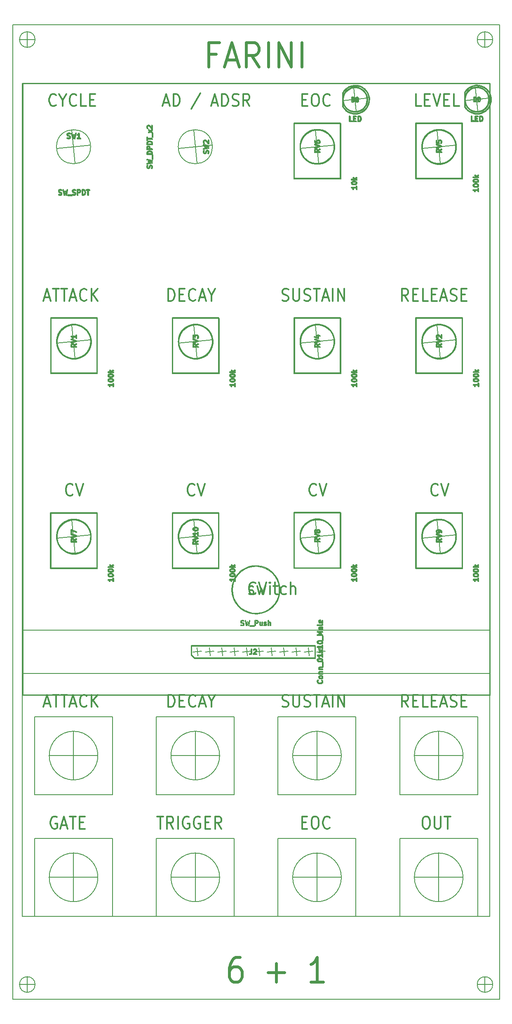
<source format=gbr>
%TF.GenerationSoftware,KiCad,Pcbnew,(5.1.9)-1*%
%TF.CreationDate,2021-09-12T18:44:50+01:00*%
%TF.ProjectId,Function Generator Front Panel,46756e63-7469-46f6-9e20-47656e657261,rev?*%
%TF.SameCoordinates,Original*%
%TF.FileFunction,OtherDrawing,Comment*%
%FSLAX46Y46*%
G04 Gerber Fmt 4.6, Leading zero omitted, Abs format (unit mm)*
G04 Created by KiCad (PCBNEW (5.1.9)-1) date 2021-09-12 18:44:50*
%MOMM*%
%LPD*%
G01*
G04 APERTURE LIST*
%ADD10C,0.200000*%
%ADD11C,0.312500*%
%ADD12C,0.625000*%
G04 APERTURE END LIST*
D10*
X76046500Y-135573800D02*
X76061100Y-135571800D01*
X76032500Y-135577800D02*
X76046500Y-135573800D01*
X76008100Y-135593799D02*
X76019500Y-135584800D01*
X75987200Y-135631800D02*
X75991599Y-135617799D01*
X90681300Y-137218800D02*
X90681300Y-137219800D01*
X90648200Y-136584800D02*
X90659500Y-136594799D01*
X75985599Y-135646800D02*
X75985599Y-135645800D01*
X90679900Y-136632800D02*
X90681300Y-136646800D01*
X90675600Y-136618799D02*
X90679900Y-136632800D01*
X75985599Y-135645800D02*
X75987200Y-135631800D01*
X75985599Y-136348800D02*
X75985599Y-135646800D01*
X90681300Y-136646800D02*
X90681300Y-137218800D01*
X90659500Y-136594799D02*
X90668700Y-136605799D01*
X90668700Y-136605799D02*
X90675600Y-136618799D01*
X76061100Y-135571800D02*
X76075600Y-135573800D01*
X76019500Y-135584800D02*
X76032500Y-135577800D01*
X75998700Y-135604800D02*
X76008100Y-135593799D01*
X75991599Y-135617799D02*
X75998700Y-135604800D01*
X90635300Y-136577800D02*
X90648200Y-136584800D01*
X90621400Y-136573800D02*
X90635300Y-136577800D01*
X75678600Y-136721800D02*
X75664000Y-136720800D01*
X76077600Y-136542800D02*
X76076300Y-136543800D01*
X75606100Y-136631800D02*
X75610500Y-136617799D01*
X75604599Y-136646800D02*
X75606100Y-136631800D01*
X75610100Y-136674800D02*
X75605899Y-136660800D01*
X75950099Y-136666800D02*
X75945600Y-136668800D01*
X75625999Y-136699800D02*
X75616900Y-136687800D01*
X75650100Y-136715800D02*
X75637199Y-136708800D01*
X75956600Y-136663800D02*
X75954799Y-136664800D01*
X75789400Y-136720800D02*
X75786300Y-136720800D01*
X75954799Y-136664800D02*
X75950099Y-136666800D01*
X75970000Y-136653799D02*
X75968300Y-136654800D01*
X75970700Y-136652800D02*
X75970000Y-136653799D01*
X76082799Y-136530800D02*
X76082200Y-136532800D01*
X75664000Y-136720800D02*
X75650100Y-136715800D01*
X75679600Y-136721800D02*
X75678600Y-136721800D01*
X76132700Y-136380799D02*
X76131700Y-136384800D01*
X75783300Y-136721800D02*
X75779100Y-136721800D01*
X75958600Y-136662800D02*
X75956600Y-136663800D01*
X75798600Y-136718799D02*
X75797600Y-136718799D01*
X75797600Y-136718799D02*
X75793500Y-136719799D01*
X75941400Y-136670800D02*
X75798600Y-136718799D01*
X76069000Y-136553800D02*
X76067399Y-136555800D01*
X76066000Y-136557800D02*
X75970700Y-136652800D01*
X75968300Y-136654800D02*
X75966700Y-136656800D01*
X76076300Y-136543800D02*
X76075300Y-136545800D01*
X76129899Y-135618799D02*
X76134100Y-135632800D01*
X76135600Y-135646800D02*
X76135600Y-136361799D01*
X76067399Y-136555800D02*
X76066000Y-136557800D01*
X75966700Y-136656800D02*
X75962600Y-136658800D01*
X75793500Y-136719799D02*
X75789400Y-136720800D01*
X75943400Y-136669800D02*
X75941400Y-136670800D01*
X76075300Y-136545800D02*
X76072000Y-136549800D01*
X75637199Y-136708800D02*
X75625999Y-136699800D01*
X75774900Y-136721800D02*
X75679600Y-136721800D01*
X76134100Y-135632800D02*
X76135600Y-135646800D01*
X75786300Y-136720800D02*
X75783300Y-136721800D01*
X76072000Y-136549800D02*
X76069000Y-136553800D01*
X76084099Y-136527800D02*
X76083800Y-136528799D01*
X76133900Y-136376800D02*
X76132700Y-136380799D01*
X76082200Y-136532800D02*
X76079799Y-136537800D01*
X76134300Y-136373799D02*
X76133900Y-136376800D01*
X76135600Y-136362799D02*
X76135100Y-136366800D01*
X76135600Y-136361799D02*
X76135600Y-136362799D01*
X75779100Y-136721800D02*
X75774900Y-136721800D01*
X76083800Y-136528799D02*
X76082799Y-136530800D01*
X75947400Y-136463799D02*
X75985599Y-136348800D01*
X75962600Y-136658800D02*
X75958600Y-136662800D01*
X75877200Y-136533800D02*
X75947400Y-136463799D01*
X75762700Y-136571800D02*
X75877200Y-136533800D01*
X75945600Y-136668800D02*
X75943400Y-136669800D01*
X76135100Y-136366800D02*
X76134999Y-136370800D01*
X76131700Y-136384800D02*
X76084099Y-136527800D01*
X75679600Y-136571800D02*
X75762700Y-136571800D01*
X75616900Y-136687800D02*
X75610100Y-136674800D01*
X75664999Y-136573800D02*
X75679600Y-136571800D01*
X76079799Y-136537800D02*
X76077600Y-136542800D01*
X75605899Y-136660800D02*
X75604599Y-136646800D01*
X75651000Y-136577800D02*
X75664999Y-136573800D01*
X75638100Y-136584800D02*
X75651000Y-136577800D01*
X75626800Y-136593799D02*
X75638100Y-136584800D01*
X75617400Y-136604800D02*
X75626800Y-136593799D01*
X75610500Y-136617799D02*
X75617400Y-136604800D01*
X76134999Y-136370800D02*
X76134300Y-136373799D01*
X76372300Y-136618799D02*
X76372300Y-136617799D01*
X76608300Y-135576799D02*
X76613100Y-135574800D01*
X76415500Y-135756800D02*
X76414099Y-135741800D01*
X76599400Y-135579800D02*
X76601500Y-135578800D01*
X76598500Y-135579800D02*
X76599400Y-135579800D01*
X76483700Y-135641799D02*
X76484500Y-135640800D01*
X76436100Y-135689799D02*
X76483700Y-135641799D01*
X76375800Y-136611799D02*
X76379200Y-136605799D01*
X76503199Y-135627800D02*
X76598500Y-135579800D01*
X76435700Y-135794800D02*
X76426499Y-135783800D01*
X76490799Y-135635799D02*
X76493500Y-135633800D01*
X76542200Y-135795800D02*
X76541400Y-135795800D01*
X76487799Y-135638800D02*
X76490799Y-135635799D01*
X76370200Y-136624799D02*
X76372300Y-136618799D01*
X76985600Y-135855799D02*
X76951300Y-135786800D01*
X76383900Y-136599799D02*
X76388500Y-136593799D01*
X76379200Y-136605799D02*
X76379300Y-136605799D01*
X76122999Y-135605799D02*
X76129899Y-135618799D01*
X76372300Y-136617799D02*
X76372400Y-136617799D01*
X76113800Y-135594799D02*
X76122999Y-135605799D01*
X76102499Y-135584800D02*
X76113800Y-135594799D01*
X76870100Y-135571800D02*
X76871100Y-135571800D01*
X76473800Y-135815800D02*
X76459800Y-135811800D01*
X76379300Y-136604800D02*
X76383900Y-136599799D01*
X76089599Y-135577800D02*
X76102499Y-135584800D01*
X76852400Y-135721800D02*
X76649700Y-135721800D01*
X76075600Y-135573800D02*
X76089599Y-135577800D01*
X76631999Y-135571800D02*
X76870100Y-135571800D01*
X76629800Y-135572800D02*
X76631999Y-135571800D01*
X76627600Y-135572800D02*
X76629800Y-135572800D01*
X76601500Y-135578800D02*
X76603400Y-135577800D01*
X76495899Y-135631800D02*
X76499600Y-135629799D01*
X76414099Y-135741800D02*
X76415600Y-135727800D01*
X76493500Y-135633800D02*
X76495899Y-135631800D01*
X76388500Y-136593799D02*
X76947400Y-136034799D01*
X76459800Y-135811800D02*
X76447000Y-135804800D01*
X76426800Y-135700800D02*
X76436100Y-135689799D01*
X76368000Y-136631800D02*
X76368100Y-136631800D01*
X76502900Y-135815800D02*
X76488400Y-135817800D01*
X76426499Y-135783800D02*
X76419699Y-135770800D01*
X76530000Y-135805800D02*
X76517000Y-135811800D01*
X76379300Y-136605799D02*
X76379300Y-136604800D01*
X76649700Y-135721800D02*
X76581200Y-135756800D01*
X76622500Y-135572800D02*
X76627600Y-135572800D01*
X76617400Y-135573800D02*
X76622500Y-135572800D01*
X76613100Y-135574800D02*
X76615299Y-135573800D01*
X76603400Y-135577800D02*
X76608300Y-135576799D01*
X76419699Y-135770800D02*
X76415500Y-135756800D01*
X76447000Y-135804800D02*
X76435700Y-135794800D01*
X76488400Y-135817800D02*
X76473800Y-135815800D01*
X76368100Y-136631800D02*
X76370200Y-136624799D01*
X76951300Y-135786800D02*
X76920900Y-135756800D01*
X76947400Y-136034799D02*
X76985600Y-135920800D01*
X76581200Y-135756800D02*
X76542200Y-135795800D01*
X76920900Y-135756800D02*
X76852400Y-135721800D01*
X76372400Y-136617799D02*
X76375800Y-136611799D01*
X76615299Y-135573800D02*
X76617400Y-135573800D01*
X76517000Y-135811800D02*
X76502900Y-135815800D01*
X76541400Y-135795800D02*
X76530000Y-135805800D01*
X76499600Y-135629799D02*
X76503199Y-135627800D01*
X76484500Y-135640800D02*
X76487799Y-135638800D01*
X76419900Y-135713799D02*
X76426800Y-135700800D01*
X76415600Y-135727800D02*
X76419900Y-135713799D01*
X76985600Y-135920800D02*
X76985600Y-135855799D01*
X76368000Y-136632800D02*
X76368000Y-136631800D01*
X76366500Y-136646800D02*
X76366500Y-136646800D01*
X76372100Y-136675800D02*
X76372000Y-136675800D01*
X76388100Y-136699800D02*
X76387999Y-136699800D01*
X76375500Y-136681800D02*
X76372100Y-136675800D01*
X76412100Y-136715800D02*
X76411999Y-136715800D01*
X77135600Y-136647799D02*
X77134000Y-136661800D01*
X77060600Y-136571800D02*
X77061600Y-136571800D01*
X77076300Y-136115800D02*
X77075300Y-136117799D01*
X77134200Y-136632800D02*
X77135600Y-136647799D01*
X77102100Y-136709800D02*
X77089100Y-136716800D01*
X76366500Y-136646800D02*
X76367300Y-136639800D01*
X76366500Y-136646800D02*
X76366500Y-136646800D01*
X76440699Y-136721800D02*
X76440500Y-136721800D01*
X77075300Y-136117799D02*
X77072000Y-136121800D01*
X77102900Y-136584800D02*
X77114200Y-136594799D01*
X77072000Y-136121800D02*
X77069000Y-136125800D01*
X76441499Y-136721800D02*
X76440699Y-136721800D01*
X77060600Y-136721800D02*
X76441499Y-136721800D01*
X76367200Y-136653799D02*
X76366500Y-136646800D01*
X76372000Y-136674800D02*
X76369999Y-136668800D01*
X76378800Y-136688800D02*
X76378800Y-136687800D01*
X77089100Y-136716800D02*
X77075100Y-136720800D01*
X76440699Y-136721800D02*
X76440699Y-136721800D01*
X76367899Y-136661800D02*
X76367899Y-136661800D01*
X76411999Y-136715800D02*
X76405700Y-136712799D01*
X76372000Y-136675800D02*
X76372000Y-136674800D01*
X76393599Y-136704800D02*
X76388100Y-136699800D01*
X76399099Y-136708800D02*
X76393599Y-136704800D01*
X76399300Y-136708800D02*
X76399099Y-136708800D01*
X77134000Y-136661800D02*
X77129700Y-136675800D01*
X76426099Y-136720800D02*
X76425900Y-136720800D01*
X76433300Y-136721800D02*
X76426200Y-136720800D01*
X77129700Y-136675800D02*
X77122700Y-136688800D01*
X77130100Y-136618799D02*
X77134200Y-136632800D01*
X76378800Y-136687800D02*
X76375500Y-136681800D01*
X76387900Y-136699800D02*
X76383500Y-136693800D01*
X77090100Y-136577800D02*
X77102900Y-136584800D01*
X76405700Y-136712799D02*
X76399400Y-136708800D01*
X76387999Y-136699800D02*
X76387900Y-136699800D01*
X77069000Y-136125800D02*
X77067400Y-136126800D01*
X77114200Y-136594799D02*
X77123300Y-136605799D01*
X76383500Y-136693800D02*
X76378900Y-136688800D01*
X76419100Y-136718799D02*
X76412200Y-136715800D01*
X76425900Y-136720800D02*
X76419100Y-136718799D01*
X76440500Y-136721800D02*
X76433300Y-136721800D01*
X77122700Y-136688800D02*
X77113400Y-136700800D01*
X77113400Y-136700800D02*
X77102100Y-136709800D01*
X77123300Y-136605799D02*
X77130100Y-136618799D01*
X77061600Y-136571800D02*
X77076200Y-136573800D01*
X76440699Y-136721800D02*
X76440699Y-136721800D01*
X77067400Y-136126800D02*
X77066000Y-136128800D01*
X77076200Y-136573800D02*
X77090100Y-136577800D01*
X76426200Y-136720800D02*
X76426099Y-136720800D01*
X77075100Y-136720800D02*
X77060600Y-136721800D01*
X76367300Y-136639800D02*
X76368000Y-136632800D01*
X76367800Y-136660800D02*
X76367200Y-136653799D01*
X76399400Y-136708800D02*
X76399300Y-136708800D01*
X76412200Y-136715800D02*
X76412100Y-136715800D01*
X76367899Y-136661800D02*
X76367800Y-136660800D01*
X76369999Y-136668800D02*
X76367899Y-136661800D01*
X77066000Y-136128800D02*
X76622599Y-136571800D01*
X76378900Y-136688800D02*
X76378800Y-136688800D01*
X76622599Y-136571800D02*
X77060600Y-136571800D01*
X89091500Y-134874799D02*
X89093900Y-134874799D01*
X77077600Y-136113800D02*
X77076300Y-136115800D01*
X77079800Y-136108800D02*
X77077600Y-136113800D01*
X77084100Y-136099799D02*
X77083800Y-136100799D01*
X77135000Y-135942800D02*
X77134300Y-135945799D01*
X77003300Y-135630799D02*
X77007000Y-135632800D01*
X76901600Y-135579800D02*
X76903600Y-135579800D01*
X76880600Y-135572800D02*
X76885700Y-135573800D01*
X77082200Y-136104800D02*
X77079800Y-136108800D01*
X77132700Y-135952800D02*
X77131700Y-135956800D01*
X77135100Y-135937800D02*
X77135000Y-135942800D01*
X77082800Y-136102800D02*
X77082200Y-136104800D01*
X77083800Y-136100799D02*
X77082800Y-136102800D01*
X77131700Y-135956800D02*
X77084100Y-136099799D01*
X77133900Y-135948800D02*
X77132700Y-135952800D01*
X77134300Y-135945799D02*
X77133900Y-135948800D01*
X77135600Y-135933799D02*
X77135100Y-135937800D01*
X77135600Y-135837799D02*
X77135600Y-135932800D01*
X77128900Y-135806800D02*
X77129900Y-135808799D01*
X76875500Y-135572800D02*
X76880600Y-135572800D01*
X77135600Y-135932800D02*
X77135600Y-135933799D01*
X77009500Y-135634800D02*
X77012100Y-135635799D01*
X77133200Y-135818800D02*
X77133500Y-135820799D01*
X77135400Y-135835800D02*
X77135600Y-135837799D01*
X77135400Y-135832799D02*
X77135400Y-135835800D01*
X77018400Y-135641799D02*
X77066000Y-135689799D01*
X77134600Y-135827800D02*
X77135400Y-135832799D01*
X77134100Y-135822800D02*
X77134600Y-135827800D01*
X77075800Y-135701799D02*
X77077800Y-135705800D01*
X77015100Y-135638800D02*
X77018400Y-135641799D01*
X77007000Y-135632800D02*
X77009500Y-135634800D01*
X89043900Y-137414800D02*
X89043900Y-134974799D01*
X77080000Y-135708800D02*
X77127600Y-135803800D01*
X89043900Y-134974799D02*
X63743900Y-134974799D01*
X76894800Y-135576799D02*
X76899600Y-135577800D01*
X76873300Y-135572800D02*
X76875500Y-135572800D01*
X76871100Y-135571800D02*
X76873300Y-135572800D01*
X63691500Y-134874799D02*
X63693900Y-134874799D01*
X64349600Y-137414800D02*
X89043900Y-137414800D01*
X63684100Y-134875800D02*
X63691500Y-134874799D01*
X77069300Y-135693800D02*
X77072200Y-135696800D01*
X77133500Y-135820799D02*
X77134100Y-135822800D01*
X77131400Y-135813800D02*
X77133200Y-135818800D01*
X77127600Y-135803800D02*
X77128100Y-135804800D01*
X77066700Y-135689799D02*
X77069300Y-135693800D01*
X63693900Y-134874799D02*
X63696300Y-134874799D01*
X77129900Y-135808799D02*
X77131400Y-135813800D01*
X77128100Y-135804800D02*
X77128900Y-135806800D01*
X76999800Y-135627800D02*
X77003300Y-135630799D01*
X76890000Y-135574800D02*
X76894800Y-135576799D01*
X76903600Y-135579800D02*
X76998900Y-135627800D01*
X77073900Y-135698800D02*
X77075800Y-135701799D01*
X76887800Y-135574800D02*
X76890000Y-135574800D01*
X63743900Y-134974799D02*
X63743900Y-136808799D01*
X76899600Y-135577800D02*
X76901600Y-135579800D01*
X77077800Y-135705800D02*
X77080000Y-135708800D01*
X77066000Y-135689799D02*
X77066700Y-135689799D01*
X77072200Y-135696800D02*
X77073900Y-135698800D01*
X77012100Y-135635799D02*
X77015100Y-135638800D01*
X76998900Y-135627800D02*
X76999800Y-135627800D01*
X63743900Y-136808799D02*
X64349600Y-137414800D01*
X89093900Y-134874799D02*
X89096300Y-134874799D01*
X76885700Y-135573800D02*
X76887800Y-135574800D01*
X63696300Y-134874799D02*
X89091500Y-134874799D01*
X63644600Y-136839800D02*
X63643900Y-136831800D01*
X89143900Y-137466800D02*
X89143200Y-137474800D01*
X63647500Y-136848800D02*
X63644600Y-136839800D01*
X90497000Y-137983800D02*
X90531300Y-137914800D01*
X63652100Y-136857800D02*
X63647500Y-136848800D01*
X64309700Y-137510800D02*
X64305600Y-137508800D01*
X63654900Y-136860800D02*
X63652100Y-136857800D01*
X63658400Y-136865800D02*
X63654900Y-136860800D01*
X64326500Y-137514800D02*
X64319100Y-137513800D01*
X89996500Y-138095800D02*
X90216100Y-138095800D01*
X64319100Y-137513800D02*
X64309700Y-137510800D01*
X89093900Y-137514800D02*
X89091500Y-137514800D01*
X89103700Y-137513800D02*
X89093900Y-137514800D01*
X89143900Y-134926800D02*
X89143900Y-137462800D01*
X63660300Y-136866800D02*
X63658400Y-136865800D01*
X64291800Y-137498800D02*
X63660300Y-136866800D01*
X89135700Y-134896800D02*
X89140300Y-134905800D01*
X64293400Y-137500800D02*
X64291800Y-137498800D01*
X64326500Y-137514800D02*
X64326500Y-137514800D01*
X64295300Y-137501800D02*
X64293400Y-137500800D01*
X64301000Y-137506800D02*
X64295300Y-137501800D01*
X89129400Y-137500800D02*
X89121800Y-137506800D01*
X90216100Y-138095800D02*
X90389600Y-138052800D01*
X89113100Y-137510800D02*
X89103700Y-137513800D01*
X89091500Y-137514800D02*
X64331300Y-137514800D01*
X89143200Y-137474800D02*
X89140300Y-137483800D01*
X90497000Y-137786800D02*
X90466600Y-137756800D01*
X90389600Y-137717800D02*
X90216100Y-137674800D01*
X89121800Y-137506800D02*
X89113100Y-137510800D01*
X64331300Y-137514800D02*
X64328900Y-137514800D01*
X89135700Y-137492800D02*
X89129400Y-137500800D01*
X89140300Y-137483800D02*
X89135700Y-137492800D01*
X89143900Y-137462800D02*
X89144100Y-137464800D01*
X89143200Y-134914800D02*
X89144100Y-134924800D01*
X90466600Y-137756800D02*
X90389600Y-137717800D01*
X90531300Y-137855800D02*
X90497000Y-137786800D01*
X90466600Y-138013800D02*
X90497000Y-137983800D01*
X90389600Y-138052800D02*
X90466600Y-138013800D01*
X89822900Y-138052800D02*
X89996500Y-138095800D01*
X89129400Y-134888800D02*
X89135700Y-134896800D01*
X89121800Y-134882800D02*
X89129400Y-134888800D01*
X89096300Y-134874799D02*
X89103700Y-134875800D01*
X90216100Y-137674800D02*
X89996500Y-137674800D01*
X90531300Y-137914800D02*
X90531300Y-137855800D01*
X63647500Y-136848800D02*
X63647500Y-136848800D01*
X89144100Y-134924800D02*
X89143900Y-134926800D01*
X63674700Y-134878800D02*
X63684100Y-134875800D01*
X64328900Y-137514800D02*
X64326500Y-137514800D01*
X63666000Y-134882800D02*
X63674700Y-134878800D01*
X63658400Y-134888800D02*
X63666000Y-134882800D01*
X64305600Y-137508800D02*
X64301000Y-137506800D01*
X89103700Y-134875800D02*
X89113100Y-134878800D01*
X89140300Y-134905800D02*
X89143200Y-134914800D01*
X63652100Y-134896800D02*
X63658400Y-134888800D01*
X63643700Y-134924800D02*
X63644600Y-134914800D01*
X63647500Y-134905800D02*
X63652100Y-134896800D01*
X89144100Y-137464800D02*
X89143900Y-137466800D01*
X63644600Y-134914800D02*
X63647500Y-134905800D01*
X63643900Y-134926800D02*
X63643700Y-134924800D01*
X63643900Y-136827800D02*
X63643900Y-134926800D01*
X63643700Y-136829800D02*
X63643900Y-136827800D01*
X63643900Y-136831800D02*
X63643700Y-136829800D01*
X63643900Y-136831800D02*
X63643900Y-136831800D01*
X89113100Y-134878800D02*
X89121800Y-134882800D01*
X89764800Y-137579800D02*
X89771400Y-137576800D01*
X89531500Y-137934800D02*
X89531300Y-137932800D01*
X89764200Y-137579800D02*
X89764500Y-137579800D01*
X89987200Y-137524800D02*
X90225300Y-137524800D01*
X89985900Y-137524800D02*
X89987200Y-137524800D01*
X89971400Y-137526800D02*
X89972700Y-137525800D01*
X89778600Y-137574800D02*
X89969000Y-137526800D01*
X89778200Y-137574800D02*
X89778600Y-137574800D01*
X89533600Y-137819800D02*
X89534000Y-137817800D01*
X89664400Y-137629800D02*
X89668000Y-137627800D01*
X89970100Y-137526800D02*
X89971400Y-137526800D01*
X89595300Y-137695800D02*
X89598200Y-137692800D01*
X89539200Y-137803800D02*
X89586800Y-137708800D01*
X89532700Y-137947800D02*
X89532200Y-137942800D01*
X89534000Y-137817800D02*
X89535800Y-137812800D01*
X89531300Y-137837800D02*
X89531300Y-137836800D01*
X89536900Y-137961800D02*
X89535500Y-137956800D01*
X89532900Y-137821800D02*
X89533600Y-137819800D01*
X89745900Y-138013800D02*
X89822900Y-138052800D01*
X89715500Y-137983800D02*
X89745900Y-138013800D01*
X89681300Y-137914800D02*
X89715500Y-137983800D01*
X89681300Y-137855800D02*
X89681300Y-137914800D01*
X89531500Y-137831800D02*
X89532300Y-137826800D01*
X89655600Y-137635800D02*
X89658200Y-137633800D01*
X89715500Y-137786800D02*
X89681300Y-137855800D01*
X89589600Y-137704800D02*
X89591600Y-137700800D01*
X89745900Y-137756800D02*
X89715500Y-137786800D01*
X89996500Y-137674800D02*
X89822900Y-137717800D01*
X89978600Y-137525800D02*
X89984600Y-137524800D01*
X89972700Y-137525800D02*
X89978600Y-137525800D01*
X89777900Y-137574800D02*
X89778200Y-137574800D01*
X89764500Y-137579800D02*
X89764800Y-137579800D01*
X89668000Y-137627800D02*
X89763200Y-137579800D01*
X89658200Y-137633800D02*
X89660700Y-137631800D01*
X89535800Y-137812800D02*
X89537300Y-137807800D01*
X89649200Y-137640800D02*
X89652500Y-137638800D01*
X89600900Y-137689800D02*
X89648500Y-137641800D01*
X89531300Y-137932800D02*
X89531300Y-137837800D01*
X89533700Y-137951800D02*
X89533300Y-137949800D01*
X89538000Y-137963800D02*
X89536900Y-137961800D01*
X89532200Y-137942800D02*
X89531400Y-137936800D01*
X89538700Y-137965800D02*
X89538000Y-137963800D01*
X89591600Y-137700800D02*
X89593600Y-137697800D01*
X89822900Y-137717800D02*
X89745900Y-137756800D01*
X89763200Y-137579800D02*
X89764200Y-137579800D01*
X89533300Y-137949800D02*
X89532700Y-137947800D01*
X89660700Y-137631800D02*
X89664400Y-137629800D01*
X89652500Y-137638800D02*
X89655600Y-137635800D01*
X89593600Y-137697800D02*
X89595300Y-137695800D01*
X89586800Y-137708800D02*
X89587300Y-137707800D01*
X89532300Y-137826800D02*
X89532900Y-137821800D01*
X89537300Y-137807800D02*
X89538400Y-137805800D01*
X89535500Y-137956800D02*
X89533700Y-137951800D01*
X89587300Y-137707800D02*
X89589600Y-137704800D01*
X89531500Y-137834800D02*
X89531500Y-137831800D01*
X89531300Y-137836800D02*
X89531500Y-137834800D01*
X89531400Y-137936800D02*
X89531500Y-137934800D01*
X89648500Y-137641800D02*
X89649200Y-137640800D01*
X89598200Y-137692800D02*
X89600900Y-137689800D01*
X90225300Y-137524800D02*
X90226400Y-137524800D01*
X89984600Y-137524800D02*
X89985900Y-137524800D01*
X89969000Y-137526800D02*
X89970100Y-137526800D01*
X89771400Y-137576800D02*
X89777900Y-137574800D01*
X89538400Y-137805800D02*
X89539200Y-137803800D01*
X90233900Y-138244800D02*
X90228000Y-138245800D01*
X89770300Y-138192800D02*
X89763800Y-138190800D01*
X90241200Y-138243800D02*
X90239900Y-138244800D01*
X89648500Y-138128800D02*
X89600900Y-138080800D01*
X89659800Y-138137800D02*
X89657400Y-138135800D01*
X89778600Y-138195800D02*
X89777600Y-138195800D01*
X89987200Y-138245800D02*
X89986200Y-138245800D01*
X90225300Y-138245800D02*
X89987200Y-138245800D01*
X90621000Y-138069800D02*
X90619000Y-138071800D01*
X90434000Y-138195800D02*
X90243500Y-138243800D01*
X89777600Y-138195800D02*
X89777200Y-138195800D01*
X90548200Y-138140800D02*
X90544600Y-138142800D01*
X89983500Y-138245800D02*
X89977600Y-138244800D01*
X89969000Y-138243800D02*
X89778600Y-138195800D01*
X89984900Y-138245800D02*
X89983500Y-138245800D01*
X90564100Y-138128800D02*
X90563300Y-138129800D01*
X90619000Y-138071800D02*
X90617300Y-138074800D01*
X90623000Y-138065800D02*
X90621000Y-138069800D01*
X89539200Y-137966800D02*
X89538700Y-137965800D01*
X89586800Y-138061800D02*
X89539200Y-137966800D01*
X89589100Y-138064800D02*
X89586800Y-138061800D01*
X89591000Y-138068800D02*
X89589100Y-138064800D01*
X89657400Y-138135800D02*
X89654800Y-138134800D01*
X90441200Y-138193800D02*
X90434700Y-138195800D01*
X89592900Y-138071800D02*
X89591000Y-138068800D01*
X90557000Y-138134800D02*
X90554300Y-138136800D01*
X89597500Y-138076800D02*
X89594600Y-138073800D01*
X89594600Y-138073800D02*
X89592900Y-138071800D01*
X89600100Y-138080800D02*
X89597500Y-138076800D01*
X89651700Y-138131800D02*
X89648500Y-138128800D01*
X89654800Y-138134800D02*
X89651700Y-138131800D01*
X89663500Y-138139800D02*
X89659800Y-138137800D01*
X90239900Y-138244800D02*
X90233900Y-138244800D01*
X89971600Y-138244800D02*
X89970400Y-138243800D01*
X90617300Y-138074800D02*
X90614400Y-138077800D01*
X90434700Y-138195800D02*
X90434300Y-138195800D01*
X89777200Y-138195800D02*
X89776900Y-138195800D01*
X89977600Y-138244800D02*
X89971600Y-138244800D01*
X90448100Y-138190800D02*
X90447800Y-138190800D01*
X90226700Y-138245800D02*
X90225300Y-138245800D01*
X90449300Y-138190800D02*
X90448400Y-138190800D01*
X90243500Y-138243800D02*
X90242500Y-138243800D01*
X90554300Y-138136800D02*
X90551900Y-138138800D01*
X89600900Y-138080800D02*
X89600100Y-138080800D01*
X89763200Y-138190800D02*
X89668000Y-138142800D01*
X89763800Y-138190800D02*
X89763500Y-138190800D01*
X89776900Y-138195800D02*
X89770300Y-138192800D01*
X90242500Y-138243800D02*
X90241200Y-138243800D01*
X90434300Y-138195800D02*
X90434000Y-138195800D01*
X90447800Y-138190800D02*
X90441200Y-138193800D01*
X90563300Y-138129800D02*
X90560000Y-138131800D01*
X90614400Y-138077800D02*
X90611700Y-138080800D01*
X89667000Y-138142800D02*
X89663500Y-138139800D01*
X90551900Y-138138800D02*
X90548200Y-138140800D01*
X90560000Y-138131800D02*
X90557000Y-138134800D01*
X89763500Y-138190800D02*
X89763200Y-138190800D01*
X90448400Y-138190800D02*
X90448100Y-138190800D01*
X90544600Y-138142800D02*
X90449300Y-138190800D01*
X89668000Y-138142800D02*
X89667000Y-138142800D01*
X89970400Y-138243800D02*
X89969000Y-138243800D01*
X89986200Y-138245800D02*
X89984900Y-138245800D01*
X90228000Y-138245800D02*
X90226700Y-138245800D01*
X90611700Y-138080800D02*
X90564100Y-138128800D01*
X89553400Y-132022799D02*
X89554800Y-132021800D01*
X89538000Y-132044800D02*
X89538500Y-132043800D01*
X89567700Y-132011799D02*
X89572800Y-132008800D01*
X89566300Y-132012800D02*
X89567700Y-132011799D01*
X90679700Y-131185800D02*
X90675400Y-131199800D01*
X89579300Y-132005799D02*
X89580900Y-132004799D01*
X89545200Y-132032800D02*
X89546100Y-132030800D01*
X89577700Y-132006800D02*
X89579300Y-132005799D01*
X89532800Y-132060800D02*
X89533300Y-132058799D01*
X89593400Y-132001800D02*
X89595100Y-132001800D01*
X89533600Y-132057800D02*
X89535500Y-132051800D01*
X89532000Y-132086800D02*
X89531800Y-132080800D01*
X89535500Y-132051800D02*
X89537100Y-132046799D01*
X90673400Y-131232800D02*
X90673800Y-131233800D01*
X90665400Y-131216800D02*
X90673400Y-131232800D01*
X90668500Y-131212799D02*
X90665400Y-131216800D01*
X90675800Y-131142800D02*
X90680000Y-131156800D01*
X89606300Y-132000800D02*
X90606300Y-132000800D01*
X89538500Y-132043800D02*
X89541400Y-132038800D01*
X89531500Y-132073800D02*
X89531400Y-132071800D01*
X90648700Y-131108800D02*
X90659900Y-131118799D01*
X90621900Y-131097800D02*
X90635800Y-131101800D01*
X89537100Y-132046799D02*
X89538000Y-132044800D01*
X89586300Y-132003800D02*
X89591700Y-132001800D01*
X89554800Y-132021800D02*
X89555900Y-132019800D01*
X90606300Y-132000800D02*
X90607300Y-132000800D01*
X89580900Y-132004799D02*
X89586300Y-132003800D01*
X89541400Y-132038800D02*
X89544100Y-132033800D01*
X89564800Y-132012800D02*
X89566300Y-132012800D01*
X90675400Y-131199800D02*
X90668500Y-131212799D01*
X90669000Y-131129799D02*
X90675800Y-131142800D01*
X90635800Y-131101800D02*
X90648700Y-131108800D01*
X89546100Y-132030800D02*
X89549900Y-132026800D01*
X89531400Y-132071800D02*
X89532200Y-132065800D01*
X90681300Y-131171799D02*
X90679700Y-131185800D01*
X90680000Y-131156800D02*
X90681300Y-131171799D01*
X90659900Y-131118799D02*
X90669000Y-131129799D01*
X90607300Y-131095800D02*
X90621900Y-131097800D01*
X89544100Y-132033800D02*
X89545200Y-132032800D01*
X89549900Y-132026800D02*
X89553400Y-132022799D01*
X89531800Y-132080800D02*
X89531300Y-132074800D01*
X89600700Y-132000800D02*
X89606300Y-132000800D01*
X89532200Y-132065800D02*
X89532800Y-132060800D01*
X89531300Y-132074800D02*
X89531500Y-132073800D01*
X89591700Y-132001800D02*
X89593400Y-132001800D01*
X89533300Y-132058799D02*
X89533600Y-132057800D01*
X89595100Y-132001800D02*
X89600700Y-132000800D01*
X89572800Y-132008800D02*
X89577700Y-132006800D01*
X89560400Y-132016799D02*
X89564800Y-132012800D01*
X89555900Y-132019800D02*
X89560400Y-132016799D01*
X89532500Y-132087799D02*
X89532000Y-132086800D01*
X89543300Y-132701799D02*
X89544100Y-132700800D01*
X89554000Y-132795800D02*
X89552700Y-132794800D01*
X89547000Y-132120800D02*
X89543500Y-132116800D01*
X89551600Y-132126800D02*
X89550400Y-132125800D01*
X89574600Y-132674800D02*
X90143200Y-132408800D01*
X89531300Y-132745800D02*
X89531400Y-132743799D01*
X89564800Y-132679800D02*
X89569700Y-132677799D01*
X89552300Y-132690800D02*
X89553400Y-132688800D01*
X89532600Y-132756800D02*
X89532100Y-132750800D01*
X89534500Y-132721800D02*
X89535900Y-132716800D01*
X89532100Y-132750800D02*
X89531300Y-132745800D01*
X89537500Y-132771800D02*
X89536700Y-132770800D01*
X89538100Y-132773800D02*
X89537500Y-132771800D01*
X89563900Y-132804800D02*
X89559600Y-132800800D01*
X89563400Y-132680800D02*
X89564800Y-132679800D01*
X89557800Y-132685800D02*
X89562000Y-132681800D01*
X89547700Y-132695799D02*
X89551100Y-132691800D01*
X89542300Y-132703800D02*
X89543300Y-132701799D01*
X89533100Y-132757800D02*
X89532600Y-132756800D01*
X89532200Y-132730799D02*
X89532600Y-132728800D01*
X89532600Y-132728800D02*
X89532800Y-132727800D01*
X89531900Y-132736799D02*
X89532200Y-132730799D01*
X89544600Y-132784799D02*
X89543500Y-132783800D01*
X89540900Y-132778799D02*
X89538100Y-132773800D01*
X89536700Y-132770800D02*
X89535200Y-132764800D01*
X89552700Y-132794800D02*
X89549200Y-132790799D01*
X89544100Y-132700800D02*
X89547700Y-132695799D01*
X89536600Y-132714800D02*
X89537100Y-132713799D01*
X89543500Y-132783800D02*
X89540900Y-132778799D01*
X89535200Y-132764800D02*
X89533300Y-132759800D01*
X89532800Y-132727800D02*
X89534500Y-132721800D01*
X89531300Y-132741800D02*
X89531900Y-132736799D01*
X89549200Y-132790799D02*
X89545500Y-132786800D01*
X89534200Y-132094799D02*
X89532600Y-132089800D01*
X89550400Y-132125800D02*
X89547000Y-132120800D01*
X89552700Y-132127800D02*
X89551600Y-132126800D01*
X89574600Y-132143800D02*
X89573600Y-132142800D01*
X89539800Y-132708800D02*
X89542300Y-132703800D01*
X90143200Y-132408800D02*
X89574600Y-132143800D01*
X89535900Y-132716800D02*
X89536600Y-132714800D01*
X89545500Y-132786800D02*
X89544600Y-132784799D01*
X89559600Y-132800800D02*
X89555100Y-132796799D01*
X89551100Y-132691800D02*
X89552300Y-132690800D01*
X89573600Y-132142800D02*
X89568800Y-132140800D01*
X89569700Y-132677799D02*
X89574600Y-132674800D01*
X89537100Y-132713799D02*
X89539800Y-132708800D01*
X89532600Y-132089800D02*
X89532500Y-132087799D01*
X89533300Y-132759800D02*
X89533100Y-132757800D01*
X89535500Y-132100799D02*
X89534200Y-132094799D01*
X89539300Y-132108800D02*
X89536700Y-132103800D01*
X89531400Y-132743799D02*
X89531300Y-132741800D01*
X89536300Y-132101800D02*
X89535500Y-132100799D01*
X89542700Y-132115800D02*
X89541700Y-132113800D01*
X89561100Y-132135799D02*
X89557000Y-132131800D01*
X89553400Y-132688800D02*
X89557800Y-132685800D01*
X89543500Y-132116800D02*
X89542700Y-132115800D01*
X89555100Y-132796799D02*
X89554000Y-132795800D01*
X89562000Y-132681800D02*
X89563400Y-132680800D01*
X89536700Y-132103800D02*
X89536300Y-132101800D01*
X89541700Y-132113800D02*
X89539300Y-132108800D01*
X89557000Y-132131800D02*
X89552700Y-132127800D01*
X89562600Y-132136799D02*
X89561100Y-132135799D01*
X89563900Y-132137800D02*
X89562600Y-132136799D01*
X89568800Y-132140800D02*
X89563900Y-132137800D01*
X89565400Y-132804800D02*
X89563900Y-132804800D01*
X89566800Y-132805800D02*
X89565400Y-132804800D01*
X89571800Y-132808799D02*
X89566800Y-132805800D01*
X89576700Y-132811800D02*
X89571800Y-132808799D01*
X89578400Y-132811800D02*
X89576700Y-132811800D01*
X90647800Y-132804800D02*
X90634900Y-132811800D01*
X90359200Y-132473800D02*
X90355600Y-132474799D01*
X90389900Y-132380799D02*
X90391300Y-132383800D01*
X90675800Y-132714800D02*
X90680000Y-132728800D01*
X89579900Y-132812800D02*
X89578400Y-132811800D01*
X90361900Y-132471800D02*
X90359200Y-132473800D01*
X89585300Y-132813800D02*
X89579900Y-132812800D01*
X89944300Y-132667800D02*
X90606300Y-132667800D01*
X90606300Y-132667800D02*
X90607300Y-132667800D01*
X90680000Y-132728800D02*
X90681300Y-132742799D01*
X89606300Y-132817800D02*
X89605200Y-132817800D01*
X90681300Y-132742799D02*
X90679700Y-132757800D01*
X89590700Y-132815800D02*
X89585300Y-132813800D01*
X90370900Y-132464800D02*
X90367800Y-132466800D01*
X90389500Y-132437800D02*
X90388300Y-132440800D01*
X90607300Y-132667800D02*
X90621900Y-132668800D01*
X90392200Y-132387800D02*
X90393500Y-132391799D01*
X90384600Y-132447800D02*
X90382500Y-132450800D01*
X89592400Y-132815800D02*
X89590700Y-132815800D01*
X89594100Y-132816800D02*
X89592400Y-132815800D01*
X90394800Y-132398800D02*
X90395000Y-132402800D01*
X89599700Y-132816800D02*
X89594100Y-132816800D01*
X90621900Y-132668800D02*
X90635800Y-132673800D01*
X90375800Y-132459800D02*
X90373200Y-132461800D01*
X90394600Y-132420800D02*
X90393800Y-132423800D01*
X90394000Y-132394800D02*
X90394800Y-132398800D01*
X90391300Y-132383800D02*
X90392200Y-132387800D01*
X89605200Y-132817800D02*
X89599700Y-132816800D01*
X90606300Y-132817800D02*
X89606300Y-132817800D01*
X90620800Y-132815800D02*
X90606300Y-132817800D01*
X90364900Y-132469799D02*
X90361900Y-132471800D01*
X90367800Y-132466800D02*
X90364900Y-132469799D01*
X90393300Y-132427799D02*
X90391900Y-132430800D01*
X90634900Y-132811800D02*
X90620800Y-132815800D01*
X90679700Y-132757800D02*
X90675400Y-132771800D01*
X90395300Y-132409799D02*
X90395500Y-132412800D01*
X90635800Y-132673800D02*
X90648700Y-132680800D01*
X90373200Y-132461800D02*
X90370900Y-132464800D01*
X90659100Y-132795800D02*
X90647800Y-132804800D01*
X90395500Y-132405800D02*
X90395300Y-132409799D01*
X90391900Y-132430800D02*
X90391000Y-132434800D01*
X90386300Y-132444800D02*
X90384600Y-132447800D01*
X90669000Y-132701799D02*
X90675800Y-132714800D01*
X90382500Y-132450800D02*
X90380800Y-132453800D01*
X90388300Y-132440800D02*
X90386300Y-132444800D01*
X90648700Y-132680800D02*
X90659900Y-132689799D01*
X90675400Y-132771800D02*
X90668500Y-132784799D01*
X90668500Y-132784799D02*
X90659100Y-132795800D01*
X90355600Y-132474799D02*
X90352300Y-132476800D01*
X90394900Y-132416800D02*
X90394600Y-132420800D01*
X90391000Y-132434800D02*
X90389500Y-132437800D01*
X90395000Y-132402800D02*
X90395500Y-132405800D01*
X90393800Y-132423800D02*
X90393300Y-132427799D01*
X90659900Y-132689799D02*
X90669000Y-132701799D01*
X90352300Y-132476800D02*
X89944300Y-132667800D01*
X90395500Y-132412800D02*
X90394900Y-132416800D01*
X90378100Y-132456800D02*
X90375800Y-132459800D01*
X90393500Y-132391799D02*
X90394000Y-132394800D01*
X90380800Y-132453800D02*
X90378100Y-132456800D01*
X90647800Y-132137800D02*
X90634900Y-132144800D01*
X90388700Y-132377800D02*
X90389900Y-132380799D01*
X90383100Y-132367799D02*
X90385100Y-132370800D01*
X90626500Y-133742799D02*
X90626500Y-132980799D01*
X90378800Y-132361799D02*
X90381400Y-132364800D01*
X90686400Y-133815800D02*
X90672500Y-133811800D01*
X90368600Y-132351800D02*
X90371700Y-132353800D01*
X90606300Y-132150800D02*
X89944300Y-132150800D01*
X90673400Y-132910800D02*
X90687500Y-132906800D01*
X90660500Y-132917800D02*
X90673400Y-132910800D01*
X90675800Y-132047800D02*
X90680000Y-132061800D01*
X90365700Y-132348800D02*
X90368600Y-132351800D01*
X90362800Y-132347800D02*
X90365700Y-132348800D01*
X90659100Y-132128800D02*
X90647800Y-132137800D01*
X89944300Y-132150800D02*
X90352300Y-132340800D01*
X90634900Y-132144800D02*
X90620800Y-132149800D01*
X90774900Y-133757800D02*
X90770500Y-133771800D01*
X90776500Y-132980799D02*
X90776500Y-133742799D01*
X90775100Y-132965800D02*
X90776500Y-132980799D01*
X90669000Y-132034799D02*
X90675800Y-132047800D01*
X90702000Y-132905800D02*
X90716600Y-132906800D01*
X90639600Y-132937800D02*
X90649000Y-132926800D01*
X90353200Y-132341800D02*
X90356600Y-132343799D01*
X90776500Y-133742799D02*
X90776500Y-133743799D01*
X90360100Y-132345800D02*
X90362800Y-132347800D01*
X90672500Y-133811800D02*
X90659600Y-133804800D01*
X90356600Y-132343799D02*
X90360100Y-132345800D01*
X90679700Y-132090800D02*
X90675400Y-132104800D01*
X90675400Y-132104800D02*
X90668500Y-132117799D01*
X90627900Y-133756800D02*
X90626500Y-133742799D01*
X90632200Y-133770800D02*
X90627900Y-133756800D01*
X90639100Y-133783800D02*
X90632200Y-133770800D01*
X90763400Y-133784799D02*
X90754000Y-133795800D01*
X90742600Y-133804800D02*
X90729600Y-133811800D01*
X90659900Y-132022799D02*
X90669000Y-132034799D01*
X90621900Y-132002800D02*
X90635800Y-132006800D01*
X90626500Y-132979800D02*
X90628200Y-132964800D01*
X90649000Y-132926800D02*
X90660500Y-132917800D01*
X90659600Y-133804800D02*
X90648300Y-133794800D01*
X90626500Y-132980799D02*
X90626500Y-132979800D01*
X90385100Y-132370800D02*
X90386800Y-132374799D01*
X90352300Y-132340800D02*
X90353200Y-132341800D01*
X90628200Y-132964800D02*
X90632600Y-132950800D01*
X90680000Y-132061800D02*
X90681300Y-132075800D01*
X90687500Y-132906800D02*
X90702000Y-132905800D01*
X90381400Y-132364800D02*
X90383100Y-132367799D01*
X90729600Y-133811800D02*
X90715600Y-133815800D01*
X90376500Y-132358800D02*
X90378800Y-132361799D01*
X90715600Y-133815800D02*
X90701000Y-133817800D01*
X90668500Y-132117799D02*
X90659100Y-132128800D01*
X90776500Y-133743799D02*
X90774900Y-133757800D01*
X90374000Y-132356799D02*
X90376500Y-132358800D01*
X90770500Y-133771800D02*
X90763400Y-133784799D01*
X90754000Y-133795800D02*
X90742600Y-133804800D01*
X90620800Y-132149800D02*
X90606300Y-132150800D01*
X90681300Y-132075800D02*
X90679700Y-132090800D01*
X90648700Y-132013800D02*
X90659900Y-132022799D01*
X90648300Y-133794800D02*
X90639100Y-133783800D01*
X90701000Y-133817800D02*
X90686400Y-133815800D01*
X90386800Y-132374799D02*
X90388700Y-132377800D01*
X90371700Y-132353800D02*
X90374000Y-132356799D01*
X90635800Y-132006800D02*
X90648700Y-132013800D01*
X90632600Y-132950800D02*
X90639600Y-132937800D01*
X90607300Y-132000800D02*
X90621900Y-132002800D01*
X89984600Y-133857800D02*
X89985900Y-133857800D01*
X89660700Y-133964800D02*
X89664400Y-133962799D01*
X90466600Y-134089800D02*
X90389600Y-134050800D01*
X89996500Y-134429800D02*
X90216100Y-134429800D01*
X89969000Y-133859800D02*
X89970100Y-133859800D01*
X89586800Y-134041800D02*
X89587300Y-134040799D01*
X89778200Y-133907800D02*
X89778600Y-133907800D01*
X89764200Y-133912800D02*
X89764500Y-133912800D01*
X89538400Y-134139800D02*
X89539200Y-134137800D01*
X89600900Y-134022799D02*
X89648500Y-133974799D01*
X90754700Y-132927799D02*
X90764000Y-132938800D01*
X90531300Y-134248799D02*
X90531300Y-134188800D01*
X90216100Y-134429800D02*
X90389600Y-134385799D01*
X89539200Y-134137800D02*
X89586800Y-134041800D01*
X89822900Y-134385799D02*
X89996500Y-134429800D01*
X89715500Y-134119800D02*
X89681300Y-134188800D01*
X89764800Y-133912800D02*
X89771400Y-133910800D01*
X89658200Y-133966800D02*
X89660700Y-133964800D01*
X89537300Y-134141799D02*
X89538400Y-134139800D01*
X89593600Y-134031800D02*
X89595300Y-134028799D01*
X89595300Y-134028799D02*
X89598200Y-134025800D01*
X90716600Y-132906800D02*
X90730600Y-132911800D01*
X89715500Y-134316800D02*
X89745900Y-134347800D01*
X89591600Y-134033800D02*
X89593600Y-134031800D01*
X90216100Y-134007800D02*
X89996500Y-134007800D01*
X89822900Y-134050800D02*
X89745900Y-134089800D01*
X89777900Y-133907800D02*
X89778200Y-133907800D01*
X89649200Y-133974799D02*
X89652500Y-133971800D01*
X89664400Y-133962799D02*
X89668000Y-133960800D01*
X89534000Y-134150800D02*
X89535800Y-134146800D01*
X89668000Y-133960800D02*
X89763200Y-133913800D01*
X89589600Y-134037800D02*
X89591600Y-134033800D01*
X89598200Y-134025800D02*
X89600900Y-134022799D01*
X90497000Y-134119800D02*
X90466600Y-134089800D01*
X90389600Y-134385799D02*
X90466600Y-134347800D01*
X90743500Y-132918800D02*
X90754700Y-132927799D01*
X89971400Y-133859800D02*
X89972700Y-133859800D01*
X89655600Y-133968799D02*
X89658200Y-133966800D01*
X89996500Y-134007800D02*
X89822900Y-134050800D01*
X89970100Y-133859800D02*
X89971400Y-133859800D01*
X89745900Y-134089800D02*
X89715500Y-134119800D01*
X89648500Y-133974799D02*
X89649200Y-133974799D01*
X89763200Y-133913800D02*
X89764200Y-133912800D01*
X89972700Y-133859800D02*
X89978600Y-133858800D01*
X89778600Y-133907800D02*
X89969000Y-133859800D01*
X89652500Y-133971800D02*
X89655600Y-133968799D01*
X90730600Y-132911800D02*
X90743500Y-132918800D01*
X89535800Y-134146800D02*
X89537300Y-134141799D01*
X90531300Y-134188800D02*
X90497000Y-134119800D01*
X89745900Y-134347800D02*
X89822900Y-134385799D01*
X89587300Y-134040799D02*
X89589600Y-134037800D01*
X90770900Y-132951799D02*
X90775100Y-132965800D01*
X90466600Y-134347800D02*
X90497000Y-134316800D01*
X89987200Y-133857800D02*
X90225300Y-133857800D01*
X89764500Y-133912800D02*
X89764800Y-133912800D01*
X89681300Y-134248799D02*
X89715500Y-134316800D01*
X89681300Y-134188800D02*
X89681300Y-134248799D01*
X89771400Y-133910800D02*
X89777900Y-133907800D01*
X90764000Y-132938800D02*
X90770900Y-132951799D01*
X90389600Y-134050800D02*
X90216100Y-134007800D01*
X90225300Y-133857800D02*
X90226400Y-133857800D01*
X89985900Y-133857800D02*
X89987200Y-133857800D01*
X90497000Y-134316800D02*
X90531300Y-134248799D01*
X89978600Y-133858800D02*
X89984600Y-133857800D01*
X90239900Y-134577800D02*
X90233900Y-134578800D01*
X89776900Y-134528799D02*
X89770300Y-134526800D01*
X90242500Y-134577800D02*
X90241200Y-134577800D01*
X89651700Y-134464800D02*
X89648500Y-134461800D01*
X89531500Y-134165799D02*
X89532300Y-134160800D01*
X89969000Y-134576799D02*
X89778600Y-134529800D01*
X90225300Y-134579800D02*
X89987200Y-134579800D01*
X90226700Y-134578800D02*
X90225300Y-134579800D01*
X89663500Y-134473800D02*
X89659800Y-134471800D01*
X90434300Y-134529800D02*
X90434000Y-134529800D01*
X89531500Y-134167800D02*
X89531500Y-134165799D01*
X89533300Y-134282800D02*
X89532700Y-134280800D01*
X89984900Y-134578800D02*
X89983500Y-134578800D01*
X89538000Y-134296799D02*
X89536900Y-134294800D01*
X89778600Y-134529800D02*
X89777600Y-134528799D01*
X89986200Y-134579800D02*
X89984900Y-134578800D01*
X89970400Y-134576799D02*
X89969000Y-134576799D01*
X89531300Y-134169800D02*
X89531500Y-134167800D01*
X89531300Y-134170800D02*
X89531300Y-134169800D01*
X89531300Y-134265800D02*
X89531300Y-134170800D01*
X89531500Y-134268800D02*
X89531300Y-134265800D01*
X89532700Y-134280800D02*
X89532200Y-134275800D01*
X89659800Y-134471800D02*
X89657400Y-134469799D01*
X90447800Y-134524800D02*
X90441200Y-134526800D01*
X89535500Y-134289800D02*
X89533700Y-134284799D01*
X89538700Y-134298800D02*
X89538000Y-134296799D01*
X89600100Y-134413800D02*
X89597500Y-134410800D01*
X89594600Y-134407800D02*
X89592900Y-134404800D01*
X89539200Y-134299800D02*
X89538700Y-134298800D01*
X89591000Y-134402800D02*
X89589100Y-134398800D01*
X89597500Y-134410800D02*
X89594600Y-134407800D01*
X89600900Y-134414800D02*
X89600100Y-134413800D01*
X90241200Y-134577800D02*
X90239900Y-134577800D01*
X89654800Y-134467800D02*
X89651700Y-134464800D01*
X89977600Y-134578800D02*
X89971600Y-134577800D01*
X90441200Y-134526800D02*
X90434700Y-134528799D01*
X89657400Y-134469799D02*
X89654800Y-134467800D01*
X89667000Y-134475799D02*
X89663500Y-134473800D01*
X89777600Y-134528799D02*
X89777200Y-134528799D01*
X90228000Y-134578800D02*
X90226700Y-134578800D01*
X89983500Y-134578800D02*
X89977600Y-134578800D01*
X89592900Y-134404800D02*
X89591000Y-134402800D01*
X90434000Y-134529800D02*
X90243500Y-134576799D01*
X89648500Y-134461800D02*
X89600900Y-134414800D01*
X89533600Y-134152800D02*
X89534000Y-134150800D01*
X89533700Y-134284799D02*
X89533300Y-134282800D01*
X89763500Y-134523800D02*
X89763200Y-134523800D01*
X89770300Y-134526800D02*
X89763800Y-134523800D01*
X89777200Y-134528799D02*
X89776900Y-134528799D01*
X90434700Y-134528799D02*
X90434300Y-134529800D01*
X90243500Y-134576799D02*
X90242500Y-134577800D01*
X89589100Y-134398800D02*
X89586800Y-134394800D01*
X89536900Y-134294800D02*
X89535500Y-134289800D01*
X89532900Y-134155800D02*
X89533600Y-134152800D01*
X89532300Y-134160800D02*
X89532900Y-134155800D01*
X89531400Y-134270800D02*
X89531500Y-134268800D01*
X89532200Y-134275800D02*
X89531400Y-134270800D01*
X89586800Y-134394800D02*
X89539200Y-134299800D01*
X89763800Y-134523800D02*
X89763500Y-134523800D01*
X89668000Y-134475799D02*
X89667000Y-134475799D01*
X89763200Y-134523800D02*
X89668000Y-134475799D01*
X89971600Y-134577800D02*
X89970400Y-134576799D01*
X89987200Y-134579800D02*
X89986200Y-134579800D01*
X90233900Y-134578800D02*
X90228000Y-134578800D01*
X90555200Y-133967800D02*
X90557800Y-133969799D01*
X90448100Y-134524800D02*
X90447800Y-134524800D01*
X90448400Y-134523800D02*
X90448100Y-134524800D01*
X90623000Y-134399800D02*
X90621000Y-134402800D01*
X90621600Y-134034799D02*
X90623500Y-134038800D01*
X90612400Y-134023800D02*
X90615100Y-134026800D01*
X90552800Y-133965800D02*
X90555200Y-133967800D01*
X90435700Y-133907800D02*
X90442200Y-133910800D01*
X90449300Y-134523800D02*
X90448400Y-134523800D01*
X90544600Y-134475799D02*
X90449300Y-134523800D01*
X90625300Y-134395800D02*
X90623000Y-134399800D01*
X90551900Y-134471800D02*
X90548200Y-134473800D01*
X90617300Y-134407800D02*
X90614400Y-134410800D01*
X90614400Y-134410800D02*
X90611700Y-134414800D01*
X90548200Y-134473800D02*
X90544600Y-134475799D01*
X90554300Y-134469799D02*
X90551900Y-134471800D01*
X90442200Y-133910800D02*
X90448700Y-133912800D01*
X90674200Y-134297800D02*
X90673400Y-134299800D01*
X90681300Y-134266799D02*
X90681000Y-134269800D01*
X90549100Y-133963799D02*
X90552800Y-133965800D01*
X90611700Y-134414800D02*
X90564100Y-134461800D01*
X90625700Y-134041800D02*
X90673400Y-134137800D01*
X90680200Y-134276800D02*
X90679600Y-134281800D01*
X90449000Y-133913800D02*
X90449300Y-133913800D01*
X90560000Y-134465800D02*
X90557000Y-134468799D01*
X90674600Y-134140800D02*
X90675600Y-134142800D01*
X90557000Y-134468799D02*
X90554300Y-134469799D01*
X90563300Y-134462799D02*
X90560000Y-134465800D01*
X90676800Y-134290799D02*
X90675200Y-134295800D01*
X90680400Y-134161800D02*
X90681200Y-134166800D01*
X90673800Y-134138800D02*
X90674600Y-134140800D01*
X90623500Y-134038800D02*
X90625700Y-134041800D01*
X90625700Y-134394800D02*
X90625300Y-134395800D01*
X90449300Y-133913800D02*
X90544600Y-133960800D01*
X90673400Y-134299800D02*
X90625700Y-134394800D01*
X90545500Y-133961800D02*
X90549100Y-133963799D01*
X90681100Y-134168800D02*
X90681300Y-134170800D01*
X90564100Y-133974799D02*
X90611700Y-134022799D01*
X90544600Y-133960800D02*
X90545500Y-133961800D01*
X90564100Y-134461800D02*
X90563300Y-134462799D01*
X90678900Y-134151800D02*
X90679200Y-134154800D01*
X90448700Y-133912800D02*
X90449000Y-133913800D01*
X90675200Y-134295800D02*
X90674200Y-134297800D01*
X90679600Y-134281800D02*
X90679000Y-134283800D01*
X90677100Y-134147799D02*
X90678900Y-134151800D01*
X90681300Y-134170800D02*
X90681300Y-134265800D01*
X90681100Y-134271800D02*
X90680200Y-134276800D01*
X90681000Y-134269800D02*
X90681100Y-134271800D01*
X90619600Y-134032800D02*
X90621600Y-134034799D01*
X90560800Y-133972800D02*
X90564100Y-133974799D01*
X90615100Y-134026800D02*
X90618000Y-134029800D01*
X90621000Y-134402800D02*
X90619000Y-134405800D01*
X90557800Y-133969799D02*
X90560800Y-133972800D01*
X90679900Y-134156800D02*
X90680400Y-134161800D01*
X90611700Y-134022799D02*
X90612400Y-134023800D01*
X90681300Y-134265800D02*
X90681300Y-134266799D01*
X90675600Y-134142800D02*
X90677100Y-134147799D01*
X90681200Y-134166800D02*
X90681100Y-134168800D01*
X90619000Y-134405800D02*
X90617300Y-134407800D01*
X90679200Y-134154800D02*
X90679900Y-134156800D01*
X90618000Y-134029800D02*
X90619600Y-134032800D01*
X90678600Y-134285800D02*
X90676800Y-134290799D01*
X90673400Y-134137800D02*
X90673800Y-134138800D01*
X90679000Y-134283800D02*
X90678600Y-134285800D01*
X90434000Y-133907800D02*
X90435000Y-133907800D01*
X90435000Y-133907800D02*
X90435300Y-133907800D01*
X90226400Y-133857800D02*
X90227700Y-133857800D01*
X89584600Y-135099799D02*
X89591700Y-135097800D01*
X90531300Y-134883800D02*
X90532900Y-134869800D01*
X89564800Y-135108800D02*
X89564800Y-135108800D01*
X89531300Y-135170800D02*
X89531300Y-135170800D01*
X89540000Y-135204800D02*
X89536700Y-135198800D01*
X90531300Y-134884800D02*
X90531300Y-134883800D01*
X89532000Y-135177799D02*
X89531300Y-135170800D01*
X89532800Y-135155800D02*
X89532800Y-135155800D01*
X90243500Y-133859800D02*
X90434000Y-133907800D01*
X90242200Y-133859800D02*
X90243500Y-133859800D01*
X90240900Y-133859800D02*
X90242200Y-133859800D01*
X90235000Y-133858800D02*
X90240900Y-133859800D01*
X89544100Y-135128800D02*
X89544100Y-135128800D01*
X89534700Y-135191800D02*
X89532600Y-135184800D01*
X89537200Y-135141799D02*
X89537200Y-135141799D01*
X89537100Y-135141799D02*
X89537200Y-135141799D01*
X90606800Y-134809800D02*
X90621400Y-134811800D01*
X90537300Y-134855799D02*
X90544400Y-134842800D01*
X89606300Y-135095800D02*
X90531300Y-135095800D01*
X89532800Y-135155800D02*
X89535000Y-135148800D01*
X89537200Y-135141799D02*
X89540700Y-135134800D01*
X90592200Y-134811800D02*
X90606800Y-134809800D01*
X89564800Y-135108800D02*
X89564900Y-135108800D01*
X90553800Y-134831800D02*
X90565200Y-134822800D01*
X89577800Y-135101800D02*
X89584600Y-135099799D01*
X89577800Y-135101800D02*
X89577800Y-135101800D01*
X89577700Y-135101800D02*
X89577800Y-135101800D01*
X89531300Y-135170800D02*
X89531300Y-135170800D01*
X89553400Y-135117799D02*
X89553500Y-135117799D01*
X89544200Y-135128800D02*
X89548800Y-135123799D01*
X89531300Y-135170800D02*
X89532000Y-135162800D01*
X89532600Y-135184800D02*
X89532000Y-135177799D01*
X90531300Y-135095800D02*
X90531300Y-134884800D01*
X89591800Y-135097800D02*
X89591800Y-135097800D01*
X89536700Y-135198800D02*
X89534700Y-135191800D01*
X89564900Y-135108800D02*
X89571500Y-135104800D01*
X89591700Y-135097800D02*
X89591800Y-135097800D01*
X90227700Y-133857800D02*
X90229000Y-133857800D01*
X89532600Y-135184800D02*
X89532600Y-135184800D01*
X89591800Y-135097800D02*
X89599100Y-135096800D01*
X90532900Y-134869800D02*
X90537300Y-134855799D01*
X89553500Y-135117799D02*
X89559300Y-135112799D01*
X89553500Y-135117799D02*
X89553500Y-135117799D01*
X89532000Y-135162800D02*
X89532800Y-135155800D01*
X89532800Y-135155800D02*
X89532800Y-135155800D01*
X89532600Y-135184800D02*
X89532600Y-135184800D01*
X89536700Y-135198800D02*
X89536700Y-135198800D01*
X89540700Y-135134800D02*
X89544100Y-135128800D01*
X89544100Y-135128800D02*
X89544200Y-135128800D01*
X89536700Y-135198800D02*
X89536700Y-135198800D01*
X89548800Y-135123799D02*
X89553400Y-135117799D01*
X89535000Y-135148800D02*
X89537100Y-135141799D01*
X90229000Y-133857800D02*
X90235000Y-133858800D01*
X90578200Y-134815800D02*
X90592200Y-134811800D01*
X89571500Y-135104800D02*
X89577700Y-135101800D01*
X89559300Y-135112799D02*
X89564800Y-135108800D01*
X90435300Y-133907800D02*
X90435700Y-133907800D01*
X90565200Y-134822800D02*
X90578200Y-134815800D01*
X90544400Y-134842800D02*
X90553800Y-134831800D01*
X89599100Y-135096800D02*
X89606300Y-135095800D01*
X89543500Y-135211800D02*
X89540000Y-135204800D01*
X89782700Y-135405800D02*
X89701400Y-135324800D01*
X89543500Y-135211800D02*
X89543500Y-135211800D01*
X89548100Y-135217800D02*
X89543500Y-135211800D01*
X89900800Y-135312800D02*
X89903700Y-135315800D01*
X89552600Y-135223800D02*
X89548100Y-135217800D01*
X90536900Y-135484800D02*
X90532700Y-135470800D01*
X89552700Y-135223800D02*
X89552700Y-135223800D01*
X89896900Y-135531800D02*
X89882300Y-135530800D01*
X89964600Y-135437800D02*
X89966900Y-135452800D01*
X89959500Y-135423800D02*
X89964600Y-135437800D01*
X90681300Y-135456800D02*
X90681300Y-135457799D01*
X89552700Y-135223800D02*
X89552600Y-135223800D01*
X89558400Y-135227800D02*
X89552700Y-135223800D01*
X89824900Y-135489800D02*
X89782700Y-135405800D01*
X89563900Y-135232800D02*
X89563900Y-135232800D01*
X89701400Y-135324800D02*
X89564700Y-135233800D01*
X90634400Y-135525800D02*
X90620300Y-135530800D01*
X90668200Y-135498799D02*
X90658800Y-135509800D01*
X90675200Y-135485800D02*
X90668200Y-135498799D01*
X89911400Y-135528799D02*
X89896900Y-135531800D01*
X89966300Y-135466800D02*
X89962900Y-135480799D01*
X89911500Y-135327800D02*
X89959100Y-135422800D01*
X90681300Y-135457799D02*
X90679600Y-135471800D01*
X90658800Y-135509800D02*
X90647300Y-135519800D01*
X89842800Y-135512800D02*
X89832700Y-135502800D01*
X90532700Y-135470800D02*
X90531300Y-135456800D01*
X89854700Y-135521800D02*
X89842800Y-135512800D01*
X89898100Y-135308799D02*
X89900800Y-135312800D01*
X89897400Y-135308799D02*
X89898100Y-135308799D01*
X89835000Y-135245800D02*
X89897400Y-135308799D01*
X90668700Y-134843799D02*
X90675600Y-134856799D01*
X90577200Y-135525800D02*
X90564300Y-135518800D01*
X90605800Y-135531800D02*
X90591200Y-135529800D01*
X90675600Y-134856799D02*
X90679900Y-134870800D01*
X89925100Y-135523800D02*
X89911400Y-135528799D01*
X89956800Y-135494800D02*
X89948200Y-135506800D01*
X89905300Y-135317800D02*
X89907300Y-135320799D01*
X89959100Y-135422800D02*
X89959500Y-135423800D01*
X90531300Y-135456800D02*
X90531300Y-135245800D01*
X89903700Y-135315800D02*
X89905300Y-135317800D01*
X89563900Y-135232800D02*
X89563800Y-135232800D01*
X89563900Y-135232800D02*
X89563900Y-135232800D01*
X89907300Y-135320799D02*
X89909200Y-135324800D01*
X89882300Y-135530800D02*
X89868000Y-135527800D01*
X89966900Y-135452800D02*
X89966300Y-135466800D01*
X90564300Y-135518800D02*
X90553100Y-135509800D01*
X90679900Y-134870800D02*
X90681300Y-134884800D01*
X90553100Y-135509800D02*
X90543800Y-135497800D01*
X90681300Y-134884800D02*
X90681300Y-135456800D01*
X89832700Y-135502800D02*
X89824900Y-135489800D01*
X90647300Y-135519800D02*
X90634400Y-135525800D01*
X89564700Y-135233800D02*
X89563900Y-135232800D01*
X90620300Y-135530800D02*
X90605800Y-135531800D01*
X90591200Y-135529800D02*
X90577200Y-135525800D01*
X90679600Y-135471800D02*
X90675200Y-135485800D01*
X89868000Y-135527800D02*
X89854700Y-135521800D01*
X89937500Y-135516799D02*
X89925100Y-135523800D01*
X90531300Y-135245800D02*
X89835000Y-135245800D01*
X90543800Y-135497800D02*
X90536900Y-135484800D01*
X89543500Y-135211800D02*
X89543500Y-135211800D01*
X89563800Y-135232800D02*
X89558400Y-135227800D01*
X89948200Y-135506800D02*
X89937500Y-135516799D01*
X89909200Y-135324800D02*
X89911500Y-135327800D01*
X89962900Y-135480799D02*
X89956800Y-135494800D01*
X90659500Y-134832799D02*
X90668700Y-134843799D01*
X90648200Y-134822800D02*
X90659500Y-134832799D01*
X90635300Y-134815800D02*
X90648200Y-134822800D01*
X90621400Y-134811800D02*
X90635300Y-134815800D01*
X90272900Y-135956800D02*
X90559900Y-135730799D01*
X89893300Y-135848800D02*
X89892500Y-135848800D01*
X90664900Y-136360800D02*
X90654700Y-136370800D01*
X90680800Y-136305800D02*
X90681000Y-136320799D01*
X89903200Y-135724799D02*
X89916600Y-135718799D01*
X90601400Y-135714800D02*
X90616000Y-135715800D01*
X90151600Y-136051800D02*
X89893300Y-135848800D01*
X90586900Y-135717800D02*
X90601400Y-135714800D01*
X89873800Y-135825800D02*
X89868100Y-135812800D01*
X89868100Y-135812800D02*
X89865100Y-135797800D01*
X89916600Y-135718799D02*
X89930900Y-135715800D01*
X90573200Y-135722800D02*
X90586900Y-135717800D01*
X89930900Y-135715800D02*
X89945600Y-135714800D01*
X90560800Y-135730799D02*
X90573200Y-135722800D01*
X89874300Y-136276800D02*
X89882700Y-136264800D01*
X89915600Y-136384800D02*
X89902300Y-136378800D01*
X89865100Y-135797800D02*
X89864900Y-135783800D01*
X90642700Y-136379799D02*
X90629300Y-136384800D01*
X89880300Y-136359800D02*
X89872500Y-136347800D01*
X90559900Y-135730799D02*
X90560800Y-135730799D01*
X89986000Y-135730799D02*
X90272900Y-135956800D01*
X90600300Y-136388800D02*
X90585900Y-136385799D01*
X89973600Y-135722800D02*
X89986000Y-135730799D01*
X89864900Y-135783800D02*
X89867600Y-135768800D01*
X89865200Y-136304800D02*
X89868400Y-136290799D01*
X89985100Y-136373799D02*
X89972700Y-136380799D01*
X90615000Y-136388800D02*
X90600300Y-136388800D01*
X90654700Y-136370800D02*
X90642700Y-136379799D01*
X89960000Y-135717800D02*
X89973600Y-135722800D01*
X89945600Y-135714800D02*
X89960000Y-135717800D01*
X89891200Y-135732800D02*
X89903200Y-135724799D01*
X89893300Y-136254799D02*
X90151600Y-136051800D01*
X89882700Y-136264800D02*
X89893300Y-136254799D01*
X89959000Y-136386799D02*
X89944500Y-136388800D01*
X90672100Y-136277800D02*
X90677800Y-136291800D01*
X89873000Y-135755799D02*
X89881000Y-135742799D01*
X90559900Y-136372800D02*
X90272900Y-136147799D01*
X89867600Y-135768800D02*
X89873000Y-135755799D01*
X89868400Y-136290799D02*
X89874300Y-136276800D01*
X89872500Y-136347800D02*
X89867300Y-136333800D01*
X90572300Y-136380799D02*
X90559900Y-136372800D01*
X89944500Y-136388800D02*
X89929900Y-136387800D01*
X89890400Y-136370800D02*
X89880300Y-136359800D01*
X89902300Y-136378800D02*
X89890400Y-136370800D01*
X90672900Y-136348800D02*
X90664900Y-136360800D01*
X90663900Y-136265800D02*
X90672100Y-136277800D01*
X90681000Y-136320799D02*
X90678300Y-136334800D01*
X89881000Y-135742799D02*
X89891200Y-135732800D01*
X89892500Y-135848800D02*
X89882000Y-135837799D01*
X89986000Y-136372800D02*
X89985100Y-136373799D01*
X90677800Y-136291800D02*
X90680800Y-136305800D01*
X89929900Y-136387800D02*
X89915600Y-136384800D01*
X90585900Y-136385799D02*
X90572300Y-136380799D01*
X89972700Y-136380799D02*
X89959000Y-136386799D01*
X89882000Y-135837799D02*
X89873800Y-135825800D01*
X90272900Y-136147799D02*
X89986000Y-136372800D01*
X90678300Y-136334800D02*
X90672900Y-136348800D01*
X89864800Y-136318800D02*
X89865200Y-136304800D01*
X90629300Y-136384800D02*
X90615000Y-136388800D01*
X89867300Y-136333800D02*
X89864800Y-136318800D01*
X90531300Y-136646800D02*
X90531300Y-136645800D01*
X89553500Y-136879799D02*
X89559300Y-136874799D01*
X90673400Y-135756800D02*
X90678600Y-135769800D01*
X90655500Y-135733800D02*
X90665600Y-135743799D01*
X89591800Y-136859800D02*
X89591800Y-136858800D01*
X89532800Y-136917800D02*
X89532800Y-136917800D01*
X89584600Y-136861799D02*
X89591700Y-136859800D01*
X89564900Y-136870800D02*
X89571500Y-136866800D01*
X89532000Y-136924800D02*
X89532800Y-136917800D01*
X89544100Y-136890800D02*
X89544100Y-136890800D01*
X90665600Y-135743799D02*
X90673400Y-135756800D01*
X89532800Y-136917800D02*
X89532800Y-136917800D01*
X89532600Y-136946800D02*
X89532600Y-136946800D01*
X89532600Y-136946800D02*
X89532000Y-136939799D01*
X90643600Y-135724799D02*
X90655500Y-135733800D01*
X90578200Y-136577800D02*
X90592200Y-136573800D01*
X89577700Y-136863800D02*
X89577800Y-136863800D01*
X89553500Y-136879799D02*
X89553500Y-136879799D01*
X89531300Y-136931800D02*
X89532000Y-136924800D01*
X89537200Y-136903799D02*
X89537200Y-136903799D01*
X89537200Y-136903799D02*
X89540700Y-136896800D01*
X90616000Y-135715800D02*
X90630300Y-135718799D01*
X89537100Y-136903799D02*
X89537200Y-136903799D01*
X89532600Y-136946800D02*
X89532600Y-136946800D01*
X90553800Y-136593799D02*
X90565200Y-136584800D01*
X89532000Y-136939799D02*
X89531300Y-136932800D01*
X89577800Y-136863800D02*
X89584600Y-136861799D01*
X89544200Y-136890800D02*
X89548800Y-136884800D01*
X89559300Y-136874799D02*
X89564800Y-136870800D01*
X89531300Y-136932800D02*
X89531300Y-136932800D01*
X89564800Y-136870800D02*
X89564800Y-136870800D01*
X89535000Y-136910800D02*
X89537100Y-136903799D01*
X89540700Y-136896800D02*
X89544100Y-136890800D01*
X90677500Y-135813800D02*
X90671600Y-135826799D01*
X90671600Y-135826799D02*
X90663200Y-135838799D01*
X90681100Y-135784799D02*
X90680700Y-135798800D01*
X89599100Y-136858800D02*
X89606300Y-136857800D01*
X89553400Y-136879799D02*
X89553500Y-136879799D01*
X90544400Y-136604800D02*
X90553800Y-136593799D01*
X89591800Y-136858800D02*
X89599100Y-136858800D01*
X90565200Y-136584800D02*
X90578200Y-136577800D01*
X89544100Y-136890800D02*
X89544200Y-136890800D01*
X89564800Y-136870800D02*
X89564900Y-136870800D01*
X89606300Y-136857800D02*
X90531300Y-136857800D01*
X89591700Y-136859800D02*
X89591800Y-136859800D01*
X89548800Y-136884800D02*
X89553400Y-136879799D01*
X90653400Y-136255799D02*
X90663900Y-136265800D01*
X89531300Y-136932800D02*
X89531300Y-136931800D01*
X90652600Y-136254799D02*
X90653400Y-136255799D01*
X90630300Y-135718799D02*
X90643600Y-135724799D01*
X89532800Y-136917800D02*
X89535000Y-136910800D01*
X90394300Y-136051800D02*
X90652600Y-136254799D01*
X90652600Y-135848800D02*
X90394300Y-136051800D01*
X90532900Y-136631800D02*
X90537300Y-136617799D01*
X89571500Y-136866800D02*
X89577700Y-136863800D01*
X90606800Y-136571800D02*
X90621400Y-136573800D01*
X90592200Y-136573800D02*
X90606800Y-136571800D01*
X89577800Y-136863800D02*
X89577800Y-136863800D01*
X90663200Y-135838799D02*
X90652600Y-135848800D01*
X90680700Y-135798800D02*
X90677500Y-135813800D01*
X90537300Y-136617799D02*
X90544400Y-136604800D01*
X90531300Y-136645800D02*
X90532900Y-136631800D01*
X90678600Y-135769800D02*
X90681100Y-135784799D01*
X90531300Y-136857800D02*
X90531300Y-136646800D01*
X90543800Y-137259800D02*
X90536900Y-137246800D01*
X89964600Y-137199800D02*
X89966900Y-137213800D01*
X90564300Y-137280800D02*
X90553100Y-137271800D01*
X90658800Y-137271800D02*
X90647300Y-137281800D01*
X89536700Y-136960800D02*
X89536700Y-136960800D01*
X89909200Y-137085800D02*
X89911500Y-137089800D01*
X90531300Y-137007800D02*
X89835000Y-137007800D01*
X90531300Y-137218800D02*
X90531300Y-137007800D01*
X89925100Y-137285800D02*
X89911400Y-137290800D01*
X90605800Y-137293800D02*
X90591200Y-137291800D01*
X89548100Y-136979800D02*
X89543500Y-136973800D01*
X89558400Y-136989800D02*
X89552700Y-136985800D01*
X89898100Y-137070800D02*
X89900800Y-137074800D01*
X89911500Y-137089800D02*
X89959100Y-137184800D01*
X89897400Y-137070800D02*
X89898100Y-137070800D01*
X90679600Y-137233800D02*
X90675200Y-137247800D01*
X89907300Y-137082800D02*
X89909200Y-137085800D01*
X90675200Y-137247800D02*
X90668200Y-137260800D01*
X89536700Y-136960800D02*
X89536700Y-136960800D01*
X89540000Y-136966800D02*
X89536700Y-136960800D01*
X89543500Y-136973800D02*
X89543500Y-136973800D01*
X89552700Y-136985800D02*
X89552600Y-136984800D01*
X89911400Y-137290800D02*
X89896900Y-137293800D01*
X90647300Y-137281800D02*
X90634400Y-137287800D01*
X89563800Y-136994800D02*
X89558400Y-136989800D01*
X89563900Y-136994800D02*
X89563800Y-136994800D01*
X89832700Y-137264800D02*
X89824900Y-137251800D01*
X89782700Y-137167800D02*
X89701400Y-137086800D01*
X89564700Y-136994800D02*
X89563900Y-136994800D01*
X90668200Y-137260800D02*
X90658800Y-137271800D01*
X89824900Y-137251800D02*
X89782700Y-137167800D01*
X89842800Y-137274800D02*
X89832700Y-137264800D01*
X90553100Y-137271800D02*
X90543800Y-137259800D01*
X89882300Y-137292800D02*
X89868000Y-137289800D01*
X89903700Y-137077800D02*
X89905300Y-137079800D01*
X90634400Y-137287800D02*
X90620300Y-137291800D01*
X89896900Y-137293800D02*
X89882300Y-137292800D01*
X89937500Y-137277800D02*
X89925100Y-137285800D01*
X89959100Y-137184800D02*
X89959500Y-137185800D01*
X90532700Y-137232800D02*
X90531300Y-137218800D01*
X89900800Y-137074800D02*
X89903700Y-137077800D01*
X89701400Y-137086800D02*
X89564700Y-136994800D01*
X90591200Y-137291800D02*
X90577200Y-137287800D01*
X89854700Y-137283800D02*
X89842800Y-137274800D01*
X89534700Y-136953800D02*
X89532600Y-136946800D01*
X89552600Y-136984800D02*
X89548100Y-136979800D01*
X89962900Y-137242800D02*
X89956800Y-137256800D01*
X89966900Y-137213800D02*
X89966300Y-137228800D01*
X89959500Y-137185800D02*
X89964600Y-137199800D01*
X90620300Y-137291800D02*
X90605800Y-137293800D01*
X90577200Y-137287800D02*
X90564300Y-137280800D01*
X89563900Y-136994800D02*
X89563900Y-136994800D01*
X89552700Y-136985800D02*
X89552700Y-136985800D01*
X89536700Y-136960800D02*
X89534700Y-136953800D01*
X89543500Y-136973800D02*
X89540000Y-136966800D01*
X89543500Y-136973800D02*
X89543500Y-136973800D01*
X89563900Y-136994800D02*
X89563900Y-136994800D01*
X89868000Y-137289800D02*
X89854700Y-137283800D01*
X89966300Y-137228800D02*
X89962900Y-137242800D01*
X89948200Y-137267800D02*
X89937500Y-137277800D01*
X89956800Y-137256800D02*
X89948200Y-137267800D01*
X89905300Y-137079800D02*
X89907300Y-137082800D01*
X89835000Y-137007800D02*
X89897400Y-137070800D01*
X90536900Y-137246800D02*
X90532700Y-137232800D01*
X109873900Y-78934800D02*
X119273900Y-78934800D01*
X112890900Y-69336299D02*
X113537900Y-69068500D01*
X111157900Y-71448500D02*
X111425900Y-70801900D01*
X109777900Y-79004000D02*
X109774900Y-78994600D01*
X119273900Y-78934800D02*
X119273900Y-67684799D01*
X109821900Y-67584800D02*
X109823900Y-67584599D01*
X109781900Y-79012700D02*
X109777900Y-79004000D01*
X109773900Y-78982400D02*
X109773900Y-67637299D01*
X118126900Y-72134900D02*
X118126900Y-72834700D01*
X109773900Y-67637299D02*
X109773900Y-67634800D01*
X117989900Y-71448500D02*
X118126900Y-72134900D01*
X117333900Y-70220000D02*
X117721900Y-70801900D01*
X109813900Y-67585499D02*
X109821900Y-67584800D01*
X109804900Y-79031200D02*
X109795900Y-79026600D01*
X109773900Y-67634800D02*
X109774900Y-67625000D01*
X114923900Y-68932000D02*
X115609900Y-69068500D01*
X109781900Y-67606899D02*
X109787900Y-67599300D01*
X119321900Y-67584800D02*
X119323900Y-67584599D01*
X114223900Y-68932000D02*
X114923900Y-68932000D01*
X109804900Y-67588400D02*
X109813900Y-67585499D01*
X109787900Y-67599300D02*
X109795900Y-67593000D01*
X109774900Y-67625000D02*
X109777900Y-67615600D01*
X109823900Y-79035000D02*
X109813900Y-79034100D01*
X112308900Y-69725200D02*
X112890900Y-69336299D01*
X109823900Y-67584599D02*
X109825900Y-67584800D01*
X109795900Y-67593000D02*
X109804900Y-67588400D01*
X109777900Y-67615600D02*
X109781900Y-67606899D01*
X109795900Y-79026600D02*
X109787900Y-79020300D01*
X109787900Y-79020300D02*
X109781900Y-79012700D01*
X116256900Y-75633300D02*
X115609900Y-75901100D01*
X117989900Y-73521100D02*
X117721900Y-74167700D01*
X111425900Y-70801900D02*
X111813900Y-70220000D01*
X109813900Y-79034100D02*
X109804900Y-79031200D01*
X116838900Y-75244400D02*
X116256900Y-75633300D01*
X115609900Y-69068500D02*
X116256900Y-69336299D01*
X116256900Y-69336299D02*
X116838900Y-69725200D01*
X117333900Y-74749600D02*
X116838900Y-75244400D01*
X111813900Y-70220000D02*
X112308900Y-69725200D01*
X117721900Y-70801900D02*
X117989900Y-71448500D01*
X109873900Y-67684799D02*
X109873900Y-78934800D01*
X117721900Y-74167700D02*
X117333900Y-74749600D01*
X119273900Y-67684799D02*
X109873900Y-67684799D01*
X109825900Y-67584800D02*
X119321900Y-67584800D01*
X109774900Y-78994600D02*
X109773900Y-78984800D01*
X119323900Y-67584599D02*
X119325900Y-67584800D01*
X109773900Y-78984800D02*
X109773900Y-78982400D01*
X118126900Y-72834700D02*
X117989900Y-73521100D01*
X116838900Y-69725200D02*
X117333900Y-70220000D01*
X113537900Y-69068500D02*
X114223900Y-68932000D01*
X109825900Y-79034800D02*
X109823900Y-79035000D01*
X119321900Y-79034800D02*
X109825900Y-79034800D01*
X64429100Y-71226000D02*
X64431800Y-71222700D01*
X64093800Y-71115600D02*
X64095900Y-71117100D01*
X119323900Y-79035000D02*
X119321900Y-79034800D01*
X119325900Y-79034800D02*
X119323900Y-79035000D01*
X119333900Y-79034100D02*
X119325900Y-79034800D01*
X64623300Y-71105600D02*
X64625500Y-71105700D01*
X64599100Y-71111200D02*
X64604000Y-71109700D01*
X64498900Y-71161100D02*
X64594200Y-71113400D01*
X64098200Y-71118300D02*
X64101800Y-71121300D01*
X64370200Y-71337400D02*
X64417800Y-71242200D01*
X119342900Y-79031200D02*
X119333900Y-79034100D01*
X119351900Y-79026600D02*
X119342900Y-79031200D01*
X119372900Y-78994600D02*
X119369900Y-79004000D01*
X119359900Y-79020300D02*
X119351900Y-79026600D01*
X119373900Y-78984800D02*
X119372900Y-78994600D01*
X119365900Y-67606899D02*
X119369900Y-67615600D01*
X64597200Y-71112200D02*
X64599100Y-71111200D01*
X64089500Y-71113600D02*
X64093800Y-71115600D01*
X64495400Y-71163300D02*
X64498900Y-71161100D01*
X64366700Y-71346300D02*
X64368300Y-71341400D01*
X64613100Y-71106900D02*
X64618200Y-71106400D01*
X119359900Y-67599300D02*
X119365900Y-67606899D01*
X119351900Y-67593000D02*
X119359900Y-67599300D01*
X64365000Y-71351000D02*
X64366700Y-71346300D01*
X119333900Y-67585499D02*
X119342900Y-67588400D01*
X64418200Y-71241300D02*
X64420500Y-71237700D01*
X64369400Y-71339500D02*
X64370200Y-71337400D01*
X64080400Y-71109500D02*
X64082800Y-71110600D01*
X64095900Y-71117100D02*
X64098200Y-71118300D01*
X119325900Y-67584800D02*
X119333900Y-67585499D01*
X64595100Y-71113000D02*
X64597200Y-71112200D01*
X64486500Y-71168800D02*
X64489200Y-71167200D01*
X64422500Y-71234000D02*
X64424500Y-71231600D01*
X64594200Y-71113400D02*
X64595100Y-71113000D01*
X64491600Y-71165200D02*
X64495400Y-71163300D01*
X64105700Y-71124100D02*
X64365000Y-71351000D01*
X64489200Y-71167200D02*
X64491600Y-71165200D01*
X64085300Y-71111400D02*
X64089500Y-71113600D01*
X64483500Y-71171700D02*
X64486500Y-71168800D01*
X119373900Y-67634800D02*
X119373900Y-67637200D01*
X64618200Y-71106400D02*
X64623300Y-71105600D01*
X119365900Y-79012700D02*
X119359900Y-79020300D01*
X64417800Y-71242200D02*
X64418200Y-71241300D01*
X119372900Y-67625000D02*
X119373900Y-67634800D01*
X64424500Y-71231600D02*
X64426200Y-71229000D01*
X64082800Y-71110600D02*
X64085300Y-71111400D01*
X64420500Y-71237700D02*
X64422500Y-71234000D01*
X119369900Y-79004000D02*
X119365900Y-79012700D01*
X119373900Y-78982400D02*
X119373900Y-78984800D01*
X64865800Y-71105500D02*
X64866900Y-71105500D01*
X64625500Y-71105700D02*
X64627700Y-71105500D01*
X119373900Y-67637200D02*
X119373900Y-78982400D01*
X119369900Y-67615600D02*
X119372900Y-67625000D01*
X64479400Y-71175100D02*
X64480200Y-71174400D01*
X119342900Y-67588400D02*
X119351900Y-67593000D01*
X64627700Y-71105500D02*
X64865800Y-71105500D01*
X64611000Y-71107600D02*
X64613100Y-71106900D01*
X64368300Y-71341400D02*
X64369400Y-71339500D01*
X64608800Y-71107900D02*
X64611000Y-71107600D01*
X64604000Y-71109700D02*
X64608800Y-71107900D01*
X64480200Y-71174400D02*
X64483500Y-71171700D01*
X64431800Y-71222700D02*
X64479400Y-71175100D01*
X64101800Y-71121300D02*
X64105700Y-71124100D01*
X64426200Y-71229000D02*
X64429100Y-71226000D01*
X64000200Y-71130700D02*
X64002100Y-71128900D01*
X64125200Y-71829100D02*
X64118200Y-71841900D01*
X63982600Y-71167500D02*
X63982900Y-71164900D01*
X63993800Y-71841100D02*
X63986900Y-71828100D01*
X63986900Y-71828100D02*
X63982700Y-71814100D01*
X64131300Y-71345800D02*
X64131300Y-71799600D01*
X64066200Y-71106200D02*
X64068700Y-71106800D01*
X64061500Y-71106000D02*
X64066200Y-71106200D01*
X64039700Y-71107600D02*
X64042200Y-71106800D01*
X64041200Y-71873000D02*
X64027200Y-71868700D01*
X64056800Y-71105500D02*
X64061500Y-71106000D01*
X64046900Y-71106400D02*
X64051600Y-71105700D01*
X63993100Y-71140400D02*
X63994400Y-71138100D01*
X63985400Y-71155900D02*
X63986500Y-71153500D01*
X64131300Y-71799600D02*
X64131300Y-71800600D01*
X63982900Y-71164900D02*
X63984300Y-71160400D01*
X64387800Y-71570300D02*
X64131300Y-71345800D01*
X64399700Y-71578800D02*
X64397600Y-71577300D01*
X64037100Y-71108000D02*
X64039700Y-71107600D01*
X64051600Y-71105700D02*
X64054200Y-71105800D01*
X64025900Y-71112200D02*
X64028200Y-71111000D01*
X64010900Y-71120800D02*
X64013200Y-71119400D01*
X64027200Y-71868700D02*
X64014300Y-71861700D01*
X64054200Y-71105800D02*
X64056800Y-71105500D01*
X64028200Y-71111000D02*
X64032700Y-71109600D01*
X64002100Y-71128900D02*
X64003800Y-71126900D01*
X63984300Y-71160400D02*
X63985400Y-71155900D01*
X63982700Y-71814100D02*
X63981300Y-71799600D01*
X64013200Y-71119400D02*
X64015200Y-71117800D01*
X64015200Y-71117800D02*
X64019400Y-71115600D01*
X64007500Y-71124000D02*
X64010900Y-71120800D01*
X64003800Y-71126900D02*
X64007500Y-71124000D01*
X63989600Y-71146900D02*
X63991600Y-71142600D01*
X63982000Y-71170100D02*
X63982600Y-71167500D01*
X64404000Y-71580800D02*
X64399700Y-71578800D01*
X64395300Y-71576000D02*
X64391700Y-71573000D01*
X64003100Y-71852400D02*
X63993800Y-71841100D01*
X64014300Y-71861700D02*
X64003100Y-71852400D01*
X64055800Y-71874600D02*
X64041200Y-71873000D01*
X64131300Y-71800600D02*
X64129600Y-71815200D01*
X64397600Y-71577300D02*
X64395300Y-71576000D01*
X63994400Y-71138100D02*
X63997400Y-71134500D01*
X63981800Y-71174800D02*
X63982000Y-71170100D01*
X64032700Y-71109600D02*
X64037100Y-71108000D01*
X64019400Y-71115600D02*
X64023400Y-71113100D01*
X63991600Y-71142600D02*
X63993100Y-71140400D01*
X64097300Y-71862300D02*
X64084400Y-71869100D01*
X63981300Y-71179500D02*
X63981800Y-71174800D01*
X64118200Y-71841900D02*
X64108800Y-71853100D01*
X64129600Y-71815200D02*
X64125200Y-71829100D01*
X64075900Y-71108400D02*
X64080400Y-71109500D01*
X64071400Y-71107000D02*
X64075900Y-71108400D01*
X63987300Y-71151000D02*
X63989600Y-71146900D01*
X64068700Y-71106800D02*
X64071400Y-71107000D01*
X63981300Y-71180500D02*
X63981300Y-71179500D01*
X63997400Y-71134500D02*
X64000200Y-71130700D01*
X63986500Y-71153500D02*
X63987300Y-71151000D01*
X64042200Y-71106800D02*
X64046900Y-71106400D01*
X64108800Y-71853100D02*
X64097300Y-71862300D01*
X64070300Y-71873200D02*
X64055800Y-71874600D01*
X64023400Y-71113100D02*
X64025900Y-71112200D01*
X63981300Y-71799600D02*
X63981300Y-71180500D01*
X64391700Y-71573000D02*
X64387800Y-71570300D01*
X64084400Y-71869100D02*
X64070300Y-71873200D01*
X64916600Y-71289800D02*
X64848100Y-71255500D01*
X64645400Y-71255500D02*
X64576900Y-71289800D01*
X64456400Y-71586400D02*
X64453800Y-71586800D01*
X64506200Y-71543400D02*
X64503900Y-71547500D01*
X64424800Y-71587600D02*
X64422200Y-71587300D01*
X64512200Y-71388700D02*
X64512200Y-71513800D01*
X64947000Y-71320200D02*
X64916600Y-71289800D01*
X64886000Y-71799300D02*
X64887500Y-71784700D01*
X64427300Y-71588200D02*
X64424800Y-71587600D01*
X64442000Y-71588700D02*
X64439300Y-71588600D01*
X64446600Y-71587900D02*
X64442000Y-71588700D01*
X64474100Y-71578800D02*
X64470100Y-71581200D01*
X64465300Y-71583400D02*
X64460800Y-71584700D01*
X64467700Y-71582200D02*
X64465300Y-71583400D01*
X64491400Y-71565400D02*
X64489700Y-71567400D01*
X64500400Y-71553900D02*
X64499100Y-71556200D01*
X64887500Y-71784700D02*
X64891800Y-71770700D01*
X64503900Y-71547500D02*
X64501900Y-71551800D01*
X64891600Y-71827900D02*
X64887400Y-71813900D01*
X64981300Y-71388700D02*
X64947000Y-71320200D01*
X64576900Y-71289800D02*
X64546500Y-71320200D01*
X64898400Y-71840800D02*
X64891600Y-71827900D01*
X64439300Y-71588600D02*
X64436700Y-71588800D01*
X64898700Y-71757800D02*
X64908000Y-71746500D01*
X64482600Y-71573600D02*
X64480300Y-71575000D01*
X64501900Y-71551800D02*
X64500400Y-71553900D01*
X64436700Y-71588800D02*
X64432000Y-71588400D01*
X64945700Y-71873000D02*
X64931700Y-71868600D01*
X64453800Y-71586800D02*
X64451300Y-71587500D01*
X64460800Y-71584700D02*
X64456400Y-71586400D01*
X64508100Y-71538500D02*
X64507000Y-71540900D01*
X64509200Y-71533900D02*
X64508100Y-71538500D01*
X64507000Y-71540900D02*
X64506200Y-71543400D01*
X64908000Y-71746500D02*
X64947000Y-71707500D01*
X64499100Y-71556200D02*
X64496100Y-71559800D01*
X64981300Y-71639000D02*
X64981300Y-71388700D01*
X64511500Y-71524300D02*
X64510900Y-71526800D01*
X64510900Y-71526800D02*
X64510600Y-71529400D01*
X64947000Y-71707500D02*
X64981300Y-71639000D01*
X64408200Y-71583000D02*
X64404000Y-71580800D01*
X64546500Y-71320200D02*
X64512200Y-71388700D01*
X64891800Y-71770700D02*
X64898700Y-71757800D01*
X64480300Y-71575000D02*
X64478300Y-71576600D01*
X64410700Y-71583800D02*
X64408200Y-71583000D01*
X64413100Y-71584900D02*
X64410700Y-71583800D01*
X64417700Y-71585900D02*
X64413100Y-71584900D01*
X64478300Y-71576600D02*
X64474100Y-71578800D01*
X64486000Y-71570400D02*
X64482600Y-71573600D01*
X64907600Y-71852200D02*
X64898400Y-71840800D01*
X64511700Y-71519600D02*
X64511500Y-71524300D01*
X64512200Y-71513800D02*
X64512200Y-71514900D01*
X64489700Y-71567400D02*
X64486000Y-71570400D01*
X64496100Y-71559800D02*
X64493300Y-71563600D01*
X64510600Y-71529400D02*
X64509200Y-71533900D01*
X64931700Y-71868600D02*
X64918900Y-71861600D01*
X64887400Y-71813900D02*
X64886000Y-71799300D01*
X64422200Y-71587300D02*
X64417700Y-71585900D01*
X64432000Y-71588400D02*
X64427300Y-71588200D01*
X64470100Y-71581200D02*
X64467700Y-71582200D01*
X64451300Y-71587500D02*
X64446600Y-71587900D01*
X64512200Y-71514900D02*
X64511700Y-71519600D01*
X64493300Y-71563600D02*
X64491400Y-71565400D01*
X64918900Y-71861600D02*
X64907600Y-71852200D01*
X64848100Y-71255500D02*
X64645400Y-71255500D01*
X65073000Y-71790000D02*
X65071000Y-71793700D01*
X65075300Y-71786400D02*
X65073000Y-71790000D01*
X65131100Y-71368800D02*
X65131300Y-71371000D01*
X64899300Y-71113400D02*
X64994600Y-71161100D01*
X65131300Y-71657800D02*
X65131000Y-71659900D01*
X65069600Y-71232500D02*
X65071600Y-71234900D01*
X65014100Y-71175100D02*
X65061700Y-71222700D01*
X64999100Y-71163800D02*
X65002800Y-71165800D01*
X65010800Y-71172400D02*
X65014100Y-71175100D01*
X64994600Y-71161100D02*
X64995500Y-71161500D01*
X64881400Y-71107200D02*
X64883500Y-71107800D01*
X65001900Y-71862500D02*
X64988900Y-71869200D01*
X65130400Y-71361500D02*
X65131200Y-71366600D01*
X65013300Y-71853300D02*
X65001900Y-71862500D01*
X65014100Y-71852600D02*
X65013300Y-71853300D01*
X65069000Y-71796100D02*
X65067300Y-71798700D01*
X65125600Y-71342400D02*
X65127100Y-71347300D01*
X65123400Y-71337400D02*
X65123800Y-71338400D01*
X65075700Y-71242200D02*
X65123400Y-71337400D01*
X65123400Y-71690200D02*
X65075700Y-71785500D01*
X64876300Y-71106600D02*
X64881400Y-71107200D01*
X65131300Y-71656700D02*
X65131300Y-71657800D01*
X65071600Y-71234900D02*
X65073500Y-71238600D01*
X65123800Y-71338400D02*
X65124600Y-71340500D01*
X64890500Y-71110000D02*
X64895300Y-71111600D01*
X65061700Y-71805000D02*
X65014100Y-71852600D01*
X65064400Y-71801700D02*
X65061700Y-71805000D01*
X64871300Y-71105700D02*
X64876300Y-71106600D01*
X65075700Y-71785500D02*
X65075300Y-71786400D01*
X65126800Y-71681400D02*
X65125200Y-71686200D01*
X65061700Y-71222700D02*
X65062400Y-71223500D01*
X65128900Y-71352100D02*
X65129200Y-71354300D01*
X64883500Y-71107800D02*
X64885700Y-71108200D01*
X65062400Y-71223500D02*
X65065100Y-71226800D01*
X65007800Y-71169500D02*
X65010800Y-71172400D01*
X64869000Y-71105800D02*
X64871300Y-71105700D01*
X65128600Y-71676600D02*
X65126800Y-71681400D01*
X65129600Y-71672300D02*
X65129000Y-71674400D01*
X65131200Y-71366600D02*
X65131100Y-71368800D01*
X65129000Y-71674400D02*
X65128600Y-71676600D01*
X65131300Y-71371000D02*
X65131300Y-71656700D01*
X65002800Y-71165800D02*
X65005200Y-71167800D01*
X65125200Y-71686200D02*
X65124200Y-71688200D01*
X65071000Y-71793700D02*
X65069000Y-71796100D01*
X65130200Y-71667200D02*
X65129600Y-71672300D01*
X65131100Y-71662200D02*
X65130200Y-71667200D01*
X65065100Y-71226800D02*
X65068000Y-71229800D01*
X65129900Y-71356400D02*
X65130400Y-71361500D01*
X65068000Y-71229800D02*
X65069600Y-71232500D01*
X65005200Y-71167800D02*
X65007800Y-71169500D01*
X65124600Y-71340500D02*
X65125600Y-71342400D01*
X64897300Y-71112600D02*
X64899300Y-71113400D01*
X65127100Y-71347300D02*
X65128900Y-71352100D01*
X65129200Y-71354300D02*
X65129900Y-71356400D01*
X65073500Y-71238600D02*
X65075700Y-71242200D01*
X64885700Y-71108200D02*
X64890500Y-71110000D01*
X65131000Y-71659900D02*
X65131100Y-71662200D01*
X64895300Y-71111600D02*
X64897300Y-71112600D01*
X64995500Y-71161500D02*
X64999100Y-71163800D01*
X64960300Y-71874600D02*
X64945700Y-71873000D01*
X64974800Y-71873300D02*
X64960300Y-71874600D01*
X64988900Y-71869200D02*
X64974800Y-71873300D01*
X65124200Y-71688200D02*
X65123400Y-71690200D01*
X65067300Y-71798700D02*
X65064400Y-71801700D01*
X65125100Y-72399900D02*
X65123200Y-72404800D01*
X65122100Y-72406600D02*
X65121200Y-72408500D01*
X64866900Y-71105500D02*
X64869000Y-71105800D01*
X64051100Y-71962800D02*
X64065700Y-71963300D01*
X63981400Y-72042300D02*
X63981900Y-72027700D01*
X65115400Y-72417100D02*
X65113900Y-72418700D01*
X65127300Y-72395200D02*
X65125100Y-72399900D01*
X65131100Y-72366300D02*
X65130900Y-72371500D01*
X64036700Y-71965300D02*
X64051100Y-71962800D01*
X64023000Y-71970500D02*
X64036700Y-71965300D01*
X63983800Y-72056800D02*
X63981400Y-72042300D01*
X63991400Y-72000100D02*
X63999900Y-71988200D01*
X63985000Y-72727500D02*
X63981800Y-72713200D01*
X63999900Y-71988200D02*
X64010600Y-71978200D01*
X64010600Y-71978200D02*
X64023000Y-71970500D01*
X63985300Y-72013400D02*
X63991400Y-72000100D01*
X65130900Y-72371500D02*
X65131100Y-72376700D01*
X63988900Y-72070500D02*
X63983800Y-72056800D01*
X64006500Y-72093700D02*
X63996500Y-72083000D01*
X65127800Y-72393100D02*
X65127300Y-72395200D01*
X65121200Y-72408500D02*
X65118200Y-72412700D01*
X64019200Y-72639100D02*
X64032600Y-72633200D01*
X63984000Y-72684200D02*
X63989300Y-72670500D01*
X65130700Y-72378800D02*
X65130600Y-72381000D01*
X64064700Y-72778800D02*
X64050000Y-72779100D01*
X65091400Y-72437100D02*
X65089600Y-72438200D01*
X63996500Y-72083000D02*
X63988900Y-72070500D01*
X64031600Y-72108500D02*
X64018300Y-72102300D01*
X63997200Y-72658200D02*
X64007200Y-72647600D01*
X63990800Y-72741000D02*
X63985000Y-72727500D01*
X65093400Y-72436200D02*
X65091400Y-72437100D01*
X65097600Y-72433200D02*
X65093400Y-72436200D01*
X63989300Y-72670500D02*
X63997200Y-72658200D01*
X65130600Y-72381000D02*
X65129400Y-72386000D01*
X64022000Y-72771100D02*
X64009700Y-72763100D01*
X65128500Y-72391100D02*
X65127800Y-72393100D01*
X65105300Y-72427700D02*
X65103600Y-72429000D01*
X65103600Y-72429000D02*
X65102000Y-72430400D01*
X65129400Y-72386000D02*
X65128500Y-72391100D01*
X65080000Y-72442100D02*
X64080000Y-72775500D01*
X65118200Y-72412700D02*
X65115400Y-72417100D01*
X65131100Y-72376700D02*
X65130700Y-72378800D01*
X64018300Y-72102300D02*
X64006500Y-72093700D01*
X64035700Y-72776400D02*
X64022000Y-72771100D01*
X65084700Y-72440000D02*
X65080000Y-72442100D01*
X64032600Y-72633200D02*
X64819100Y-72371000D01*
X63981500Y-72698600D02*
X63984000Y-72684200D01*
X64007200Y-72647600D02*
X64019200Y-72639100D01*
X63981800Y-72713200D02*
X63981500Y-72698600D01*
X65108900Y-72424000D02*
X65105300Y-72427700D01*
X65113900Y-72418700D02*
X65112700Y-72420400D01*
X63999200Y-72753000D02*
X63990800Y-72741000D01*
X64050000Y-72779100D02*
X64035700Y-72776400D01*
X64079000Y-72775800D02*
X64064700Y-72778800D01*
X65102000Y-72430400D02*
X65097600Y-72433200D01*
X65130800Y-72364200D02*
X65131100Y-72366300D01*
X65089600Y-72438200D02*
X65084700Y-72440000D01*
X63981900Y-72027700D02*
X63985300Y-72013400D01*
X64009700Y-72763100D02*
X63999200Y-72753000D01*
X64080000Y-72775500D02*
X64079000Y-72775800D01*
X65112700Y-72420400D02*
X65108900Y-72424000D01*
X64032600Y-72108800D02*
X64031600Y-72108500D01*
X64819100Y-72371000D02*
X64032600Y-72108800D01*
X65123200Y-72404800D02*
X65122100Y-72406600D01*
X65121700Y-72334400D02*
X65122600Y-72336300D01*
X65098500Y-72309400D02*
X65102800Y-72312200D01*
X64165500Y-73129700D02*
X64131300Y-73198200D01*
X64043600Y-73041100D02*
X64045300Y-73038500D01*
X65094300Y-72306300D02*
X65098500Y-72309400D01*
X64505100Y-73486500D02*
X64505100Y-73198200D01*
X64108200Y-72976700D02*
X64110700Y-72974800D01*
X64050900Y-73032200D02*
X64098500Y-72984600D01*
X64214200Y-72922500D02*
X64216200Y-72921700D01*
X64105600Y-72978400D02*
X64108200Y-72976700D01*
X64045300Y-73038500D02*
X64048200Y-73035500D01*
X65128800Y-72351900D02*
X65129600Y-72357000D01*
X64264500Y-73065000D02*
X64195900Y-73099300D01*
X65127600Y-72347800D02*
X65128100Y-72349900D01*
X65125500Y-72343000D02*
X65127600Y-72347800D01*
X65118800Y-72330100D02*
X65121700Y-72334400D01*
X64237300Y-72916000D02*
X64242400Y-72915200D01*
X64227900Y-72917400D02*
X64230100Y-72917100D01*
X64223100Y-72919200D02*
X64227900Y-72917400D01*
X65104400Y-72313700D02*
X65106100Y-72314900D01*
X65090500Y-72304300D02*
X65092300Y-72305400D01*
X64131300Y-73486500D02*
X64505100Y-73486500D01*
X64216200Y-72921700D02*
X64218200Y-72920700D01*
X64230100Y-72917100D02*
X64232200Y-72916500D01*
X64037300Y-73050800D02*
X64039600Y-73047300D01*
X65123700Y-72338200D02*
X65125500Y-72343000D01*
X65122600Y-72336300D02*
X65123700Y-72338200D01*
X65116000Y-72325700D02*
X65118800Y-72330100D01*
X65114600Y-72324100D02*
X65116000Y-72325700D01*
X65109600Y-72318800D02*
X65113400Y-72322300D01*
X64110700Y-72974800D02*
X64114400Y-72972800D01*
X65092300Y-72305400D02*
X65094300Y-72306300D01*
X64244600Y-72915300D02*
X64246800Y-72915000D01*
X64114400Y-72972800D02*
X64118000Y-72970600D01*
X64102500Y-72981300D02*
X64105600Y-72978400D01*
X65080000Y-72299800D02*
X65081000Y-72300200D01*
X64080000Y-71966500D02*
X65080000Y-72299800D01*
X64371900Y-73065000D02*
X64264500Y-73065000D01*
X64195900Y-73099300D02*
X64165500Y-73129700D01*
X64065700Y-71963300D02*
X64080000Y-71966500D01*
X64131300Y-73198200D02*
X64131300Y-73486500D01*
X64098500Y-72984600D02*
X64099200Y-72983900D01*
X65081000Y-72300200D02*
X65085700Y-72302400D01*
X65102800Y-72312200D02*
X65104400Y-72313700D01*
X64440400Y-73099300D02*
X64371900Y-73065000D01*
X64470800Y-73129700D02*
X64440400Y-73099300D01*
X64118000Y-72970600D02*
X64213200Y-72923000D01*
X64389600Y-72915000D02*
X64390700Y-72915000D01*
X64213200Y-72923000D02*
X64214200Y-72922500D01*
X64099200Y-72983900D02*
X64102500Y-72981300D01*
X64232200Y-72916500D02*
X64237300Y-72916000D01*
X64041600Y-73043600D02*
X64043600Y-73041100D01*
X64242400Y-72915200D02*
X64244600Y-72915300D01*
X64246800Y-72915000D02*
X64389600Y-72915000D01*
X64218200Y-72920700D02*
X64223100Y-72919200D01*
X65113400Y-72322300D02*
X65114600Y-72324100D01*
X64505100Y-73198200D02*
X64470800Y-73129700D01*
X64039600Y-73047300D02*
X64041600Y-73043600D01*
X64048200Y-73035500D02*
X64050900Y-73032200D01*
X65130700Y-72362100D02*
X65130800Y-72364200D01*
X65129600Y-72357000D02*
X65130700Y-72362100D01*
X65128100Y-72349900D02*
X65128800Y-72351900D01*
X65085700Y-72302400D02*
X65090500Y-72304300D01*
X65106100Y-72314900D02*
X65109600Y-72318800D01*
X63987300Y-73151000D02*
X63988400Y-73149000D01*
X64055800Y-73636500D02*
X64055700Y-73636500D01*
X65131300Y-73562000D02*
X65129700Y-73576500D01*
X63985800Y-73155800D02*
X63987300Y-73151000D01*
X63984000Y-73160600D02*
X63985800Y-73155800D01*
X65071900Y-73488100D02*
X65085800Y-73492500D01*
X63983600Y-73162800D02*
X63984000Y-73160600D01*
X63982600Y-73575500D02*
X63982000Y-73568500D01*
X63982900Y-73164900D02*
X63983600Y-73162800D01*
X63981300Y-73179500D02*
X63981500Y-73177300D01*
X63982700Y-73575800D02*
X63982600Y-73575500D01*
X63981300Y-73180500D02*
X63981300Y-73179500D01*
X64014100Y-73623500D02*
X64013900Y-73623400D01*
X65056300Y-73636500D02*
X64056300Y-73636500D01*
X63982300Y-73170000D02*
X63982900Y-73164900D01*
X63981500Y-73175100D02*
X63982300Y-73170000D01*
X65118500Y-73603400D02*
X65109100Y-73614700D01*
X65129700Y-73576500D02*
X65125400Y-73590500D01*
X63981500Y-73177300D02*
X63981500Y-73175100D01*
X63986700Y-73589600D02*
X63984700Y-73582800D01*
X64027000Y-73630500D02*
X64026700Y-73630400D01*
X64003100Y-73614300D02*
X64002900Y-73614100D01*
X64041200Y-73634900D02*
X64040900Y-73634900D01*
X63993800Y-73603000D02*
X63993700Y-73602700D01*
X63982700Y-73576000D02*
X63982700Y-73575800D01*
X64055700Y-73636500D02*
X64055200Y-73636500D01*
X65125400Y-73590500D02*
X65118500Y-73603400D01*
X65085800Y-73492500D02*
X65098700Y-73499600D01*
X64040900Y-73634900D02*
X64040700Y-73634800D01*
X64026700Y-73630400D02*
X64020500Y-73627000D01*
X63986900Y-73590000D02*
X63986900Y-73589800D01*
X64014300Y-73623600D02*
X64014100Y-73623500D01*
X64055200Y-73636500D02*
X64048200Y-73635700D01*
X65130000Y-73547400D02*
X65131300Y-73562000D01*
X64040700Y-73634800D02*
X64034000Y-73632700D01*
X64002900Y-73614100D02*
X64002700Y-73613900D01*
X63984700Y-73582800D02*
X63982700Y-73576000D01*
X64002700Y-73613900D02*
X63998300Y-73608500D01*
X63986900Y-73589800D02*
X63986700Y-73589600D01*
X65084900Y-73630800D02*
X65070800Y-73635000D01*
X64048200Y-73635700D02*
X64041200Y-73634900D01*
X64056300Y-73636500D02*
X64055800Y-73636500D01*
X65125800Y-73533400D02*
X65130000Y-73547400D01*
X64008500Y-73618800D02*
X64003100Y-73614300D01*
X64034000Y-73632700D02*
X64027200Y-73630600D01*
X65070800Y-73635000D02*
X65056300Y-73636500D01*
X64020500Y-73627000D02*
X64014300Y-73623600D01*
X65119000Y-73520400D02*
X65125800Y-73533400D01*
X64036800Y-73051700D02*
X64037300Y-73050800D01*
X63993700Y-73602700D02*
X63993500Y-73602500D01*
X63989200Y-73147000D02*
X64036800Y-73051700D01*
X64013900Y-73623400D02*
X64008500Y-73618800D01*
X65097800Y-73623900D02*
X65084900Y-73630800D01*
X63998300Y-73608500D02*
X63993800Y-73603000D01*
X65109900Y-73509000D02*
X65119000Y-73520400D01*
X64055800Y-73636500D02*
X64055800Y-73636500D01*
X65109100Y-73614700D02*
X65097800Y-73623900D01*
X63982000Y-73568500D02*
X63981300Y-73561500D01*
X63988400Y-73149000D02*
X63989200Y-73147000D01*
X63981300Y-73561500D02*
X63981300Y-73180500D01*
X64027200Y-73630600D02*
X64027000Y-73630500D01*
X65098700Y-73499600D02*
X65109900Y-73509000D01*
X63990300Y-73596300D02*
X63986900Y-73590000D01*
X63993500Y-73602500D02*
X63990300Y-73596300D01*
X64650900Y-73156800D02*
X64652700Y-73161700D01*
X64599600Y-73051700D02*
X64647200Y-73147000D01*
X64595400Y-73044400D02*
X64597300Y-73048200D01*
X64409500Y-72917700D02*
X64414300Y-72919600D01*
X65014100Y-72928000D02*
X65027000Y-72921000D01*
X64655000Y-73179400D02*
X65013300Y-72928600D01*
X64653000Y-73163800D02*
X64653700Y-73165900D01*
X64405200Y-72916700D02*
X64407300Y-72917300D01*
X64654900Y-73178300D02*
X64655000Y-73179400D01*
X64655000Y-73176100D02*
X64654900Y-73178300D01*
X64654200Y-73171100D02*
X64655000Y-73176100D01*
X64585500Y-73032200D02*
X64586200Y-73033000D01*
X64647200Y-73147000D02*
X64647600Y-73147900D01*
X64591800Y-73039300D02*
X64593400Y-73042000D01*
X64588900Y-73036300D02*
X64591800Y-73039300D01*
X64522900Y-72973300D02*
X64526600Y-72975300D01*
X64421100Y-72922200D02*
X64423200Y-72923000D01*
X64414300Y-72919600D02*
X64419200Y-72921100D01*
X64400100Y-72916100D02*
X64405200Y-72916700D01*
X65056300Y-73486500D02*
X65057300Y-73486500D01*
X64655100Y-73486500D02*
X65056300Y-73486500D01*
X64647600Y-73147900D02*
X64648400Y-73150000D01*
X64655100Y-73362400D02*
X64655100Y-73486500D01*
X64648400Y-73150000D02*
X64649400Y-73151900D01*
X64531600Y-72979000D02*
X64534600Y-72981900D01*
X64419200Y-72921100D02*
X64421100Y-72922200D01*
X65110400Y-73042000D02*
X65099300Y-73051500D01*
X64649400Y-73151900D02*
X64650900Y-73156800D01*
X65013300Y-72928600D02*
X65014100Y-72928000D01*
X64593400Y-73042000D02*
X64595400Y-73044400D01*
X64652700Y-73161700D02*
X64653000Y-73163800D01*
X64390700Y-72915000D02*
X64392900Y-72915300D01*
X64407300Y-72917300D02*
X64409500Y-72917700D01*
X64597300Y-73048200D02*
X64599600Y-73051700D01*
X64423200Y-72923000D02*
X64518400Y-72970600D01*
X65041000Y-72916600D02*
X65055500Y-72915000D01*
X64395100Y-72915200D02*
X64400100Y-72916100D01*
X64392900Y-72915300D02*
X64395100Y-72915200D01*
X61130500Y-72853000D02*
X61262500Y-73516300D01*
X65108600Y-72936300D02*
X65118000Y-72947500D01*
X65027000Y-72921000D02*
X65041000Y-72916600D01*
X65057300Y-73486500D02*
X65071900Y-73488100D01*
X64534600Y-72981900D02*
X64537900Y-72984600D01*
X65099300Y-73051500D02*
X64655100Y-73362400D01*
X65119500Y-73030500D02*
X65110400Y-73042000D01*
X65126100Y-73017400D02*
X65119500Y-73030500D01*
X65130100Y-73003300D02*
X65126100Y-73017400D01*
X65131300Y-72988700D02*
X65130100Y-73003300D01*
X65129600Y-72974200D02*
X65131300Y-72988700D01*
X65118000Y-72947500D02*
X65125100Y-72960300D01*
X65125100Y-72960300D02*
X65129600Y-72974200D01*
X64526600Y-72975300D02*
X64529000Y-72977300D01*
X64518400Y-72970600D02*
X64519300Y-72971000D01*
X61262500Y-71513300D02*
X61130500Y-72176600D01*
X64537900Y-72984600D02*
X64585500Y-73032200D01*
X64529000Y-72977300D02*
X64531600Y-72979000D01*
X65097100Y-72927100D02*
X65108600Y-72936300D01*
X65084100Y-72920400D02*
X65097100Y-72927100D01*
X64586200Y-73033000D02*
X64588900Y-73036300D01*
X65070100Y-72916300D02*
X65084100Y-72920400D01*
X65055500Y-72915000D02*
X65070100Y-72916300D01*
X61130500Y-72176600D02*
X61130500Y-72853000D01*
X64653700Y-73165900D02*
X64654200Y-73171100D01*
X64519300Y-72971000D02*
X64522900Y-72973300D01*
X66828700Y-75274400D02*
X66246800Y-75663300D01*
X65600200Y-75931100D02*
X64913800Y-76067600D01*
X67865300Y-71513300D02*
X67606500Y-70888500D01*
X67865300Y-73516300D02*
X67997300Y-72853000D01*
X66752600Y-75181700D02*
X67230800Y-74703500D01*
X63527600Y-75931100D02*
X62881000Y-75663300D01*
X67323500Y-74779600D02*
X66828700Y-75274400D01*
X66828700Y-69755200D02*
X67323500Y-70250000D01*
X61415400Y-74197700D02*
X61147600Y-73551100D01*
X63562400Y-75816200D02*
X64225700Y-75948200D01*
X61147600Y-71478500D02*
X61415400Y-70831900D01*
X62375200Y-75181700D02*
X62937600Y-75557400D01*
X61897000Y-74703500D02*
X62375200Y-75181700D01*
X61011100Y-72164900D02*
X61147600Y-71478500D01*
X61011100Y-72864700D02*
X61011100Y-72164900D01*
X61804300Y-74779600D02*
X61415400Y-74197700D01*
X67323500Y-70250000D02*
X67712400Y-70831900D01*
X64913800Y-76067600D02*
X64214000Y-76067600D01*
X65600200Y-69098500D02*
X66246800Y-69366299D01*
X67712400Y-74197700D02*
X67323500Y-74779600D01*
X69263900Y-67714799D02*
X59863900Y-67714799D01*
X64913800Y-68962000D02*
X65600200Y-69098500D01*
X61521300Y-74141100D02*
X61897000Y-74703500D01*
X67980200Y-71478500D02*
X68116700Y-72164900D01*
X61262500Y-73516300D02*
X61521300Y-74141100D01*
X66752600Y-69847899D02*
X66190200Y-69472200D01*
X64902100Y-75948200D02*
X65565400Y-75816200D01*
X62299100Y-69755200D02*
X62881000Y-69366299D01*
X67606500Y-74141100D02*
X67865300Y-73516300D01*
X63562400Y-69213400D02*
X62937600Y-69472200D01*
X67997300Y-72176600D02*
X67865300Y-71513300D01*
X69263900Y-78964800D02*
X69263900Y-67714799D01*
X62937600Y-75557400D02*
X63562400Y-75816200D01*
X68116700Y-72164900D02*
X68116700Y-72864700D01*
X59863900Y-78964800D02*
X69263900Y-78964800D01*
X67980200Y-73551100D02*
X67712400Y-74197700D01*
X61521300Y-70888500D02*
X61262500Y-71513300D01*
X66190200Y-75557400D02*
X66752600Y-75181700D01*
X68116700Y-72864700D02*
X67980200Y-73551100D01*
X64225700Y-75948200D02*
X64902100Y-75948200D01*
X64214000Y-76067600D02*
X63527600Y-75931100D01*
X67712400Y-70831900D02*
X67980200Y-71478500D01*
X65565400Y-69213400D02*
X64902100Y-69081400D01*
X62937600Y-69472200D02*
X62375200Y-69847899D01*
X61415400Y-70831900D02*
X61804300Y-70250000D01*
X65565400Y-75816200D02*
X66190200Y-75557400D01*
X64225700Y-69081400D02*
X63562400Y-69213400D01*
X61897000Y-70326100D02*
X61521300Y-70888500D01*
X64214000Y-68962000D02*
X64913800Y-68962000D01*
X62375200Y-69847899D02*
X61897000Y-70326100D01*
X62881000Y-75663300D02*
X62299100Y-75274400D01*
X64902100Y-69081400D02*
X64225700Y-69081400D01*
X66190200Y-69472200D02*
X65565400Y-69213400D01*
X67230800Y-70326100D02*
X66752600Y-69847899D01*
X62881000Y-69366299D02*
X63527600Y-69098500D01*
X66246800Y-69366299D02*
X66828700Y-69755200D01*
X67606500Y-70888500D02*
X67230800Y-70326100D01*
X67997300Y-72853000D02*
X67997300Y-72176600D01*
X61804300Y-70250000D02*
X62299100Y-69755200D01*
X67230800Y-74703500D02*
X67606500Y-74141100D01*
X62299100Y-75274400D02*
X61804300Y-74779600D01*
X61147600Y-73551100D02*
X61011100Y-72864700D01*
X63527600Y-69098500D02*
X64214000Y-68962000D01*
X66246800Y-75663300D02*
X65600200Y-75931100D01*
X59811500Y-67614800D02*
X59813900Y-67614599D01*
X59804100Y-67615499D02*
X59811500Y-67614800D01*
X59786000Y-79056600D02*
X59778400Y-79050300D01*
X89723500Y-71057900D02*
X89738000Y-71059400D01*
X59767500Y-79034000D02*
X59764600Y-79024600D01*
X69363200Y-79024600D02*
X69360300Y-79034000D01*
X69363200Y-67655000D02*
X69364100Y-67664800D01*
X69333100Y-67618400D02*
X69341800Y-67623000D01*
X69360300Y-67645600D02*
X69363200Y-67655000D01*
X69316300Y-67614800D02*
X69323700Y-67615499D01*
X89654000Y-71103300D02*
X89661100Y-71090500D01*
X59794700Y-67618400D02*
X59804100Y-67615499D01*
X59804100Y-79064100D02*
X59794700Y-79061200D01*
X89336800Y-71222500D02*
X89348100Y-71213300D01*
X59786000Y-67623000D02*
X59794700Y-67618400D01*
X59772100Y-79042700D02*
X59767500Y-79034000D01*
X69316300Y-79064800D02*
X69313900Y-79065000D01*
X69341800Y-79056600D02*
X69333100Y-79061200D01*
X69349400Y-79050300D02*
X69341800Y-79056600D01*
X89649600Y-71117300D02*
X89654000Y-71103300D01*
X89348100Y-71213300D02*
X89361000Y-71206400D01*
X69333100Y-79061200D02*
X69323700Y-79064100D01*
X69360300Y-79034000D02*
X69355700Y-79042700D01*
X89389600Y-71200800D02*
X89647900Y-71200800D01*
X89681900Y-71070100D02*
X89694900Y-71063400D01*
X59767500Y-67645600D02*
X59772100Y-67636899D01*
X69311500Y-79064800D02*
X59816300Y-79064800D01*
X89648000Y-71131800D02*
X89649600Y-71117300D01*
X89361000Y-71206400D02*
X89375000Y-71202200D01*
X89647900Y-71200800D02*
X89647900Y-71132900D01*
X69364100Y-67664800D02*
X69363900Y-67667200D01*
X69363900Y-67667200D02*
X69363900Y-79012400D01*
X89661100Y-71090500D02*
X89670500Y-71079300D01*
X69355700Y-67636899D02*
X69360300Y-67645600D01*
X89647900Y-71132900D02*
X89648000Y-71131800D01*
X89375000Y-71202200D02*
X89389600Y-71200800D01*
X59764600Y-67655000D02*
X59767500Y-67645600D01*
X59763900Y-67667299D02*
X59763700Y-67664800D01*
X59794700Y-79061200D02*
X59786000Y-79056600D01*
X59763700Y-67664800D02*
X59764600Y-67655000D01*
X59778400Y-79050300D02*
X59772100Y-79042700D01*
X69341800Y-67623000D02*
X69349400Y-67629300D01*
X59772100Y-67636899D02*
X59778400Y-67629300D01*
X59813900Y-67614599D02*
X59816300Y-67614800D01*
X59763900Y-79012400D02*
X59763900Y-67667299D01*
X59763700Y-79014800D02*
X59763900Y-79012400D01*
X69363900Y-79012400D02*
X69364100Y-79014800D01*
X59813900Y-79065000D02*
X59804100Y-79064100D01*
X69364100Y-79014800D02*
X69363200Y-79024600D01*
X69349400Y-67629300D02*
X69355700Y-67636899D01*
X69323700Y-79064100D02*
X69316300Y-79064800D01*
X89708900Y-71059200D02*
X89723500Y-71057900D01*
X69313900Y-79065000D02*
X69311500Y-79064800D01*
X59816300Y-79064800D02*
X59813900Y-79065000D01*
X69355700Y-79042700D02*
X69349400Y-79050300D01*
X89670500Y-71079300D02*
X89681900Y-71070100D01*
X59764600Y-79024600D02*
X59763700Y-79014800D01*
X89694900Y-71063400D02*
X89708900Y-71059200D01*
X69323700Y-67615499D02*
X69333100Y-67618400D01*
X59863900Y-67714799D02*
X59863900Y-78964800D01*
X69313900Y-67614599D02*
X69316300Y-67614800D01*
X69311500Y-67614800D02*
X69313900Y-67614599D01*
X59778400Y-67629300D02*
X59786000Y-67623000D01*
X59816300Y-67614800D02*
X69311500Y-67614800D01*
X89327400Y-71233800D02*
X89336800Y-71222500D01*
X89766200Y-71812900D02*
X89764000Y-71814700D01*
X89320500Y-71246700D02*
X89327400Y-71233800D01*
X89728100Y-71826800D02*
X89725300Y-71826700D01*
X89725300Y-71826700D02*
X89722400Y-71826900D01*
X89777300Y-71803300D02*
X89775400Y-71805500D01*
X89316100Y-71260700D02*
X89320500Y-71246700D01*
X89314600Y-71275200D02*
X89316100Y-71260700D01*
X89315900Y-71289800D02*
X89314600Y-71275200D01*
X89742600Y-71824300D02*
X89739800Y-71824800D01*
X89320100Y-71303800D02*
X89315900Y-71289800D01*
X89326900Y-71316800D02*
X89320100Y-71303800D01*
X88962900Y-71454400D02*
X88975400Y-71446600D01*
X89791900Y-71781500D02*
X89789700Y-71785400D01*
X89775400Y-71805500D02*
X89771900Y-71808300D01*
X89336000Y-71328200D02*
X89326900Y-71316800D01*
X89779300Y-71801400D02*
X89777300Y-71803300D01*
X89787900Y-71789500D02*
X89786200Y-71791800D01*
X89347200Y-71337600D02*
X89336000Y-71328200D01*
X89360100Y-71344700D02*
X89347200Y-71337600D01*
X89647900Y-71350800D02*
X89389600Y-71350800D01*
X89003500Y-71439000D02*
X89018100Y-71439400D01*
X89739800Y-71824800D02*
X89737000Y-71825600D01*
X89032400Y-71442700D02*
X89647900Y-71647900D01*
X89018100Y-71439400D02*
X89032400Y-71442700D01*
X88941200Y-71546700D02*
X88936100Y-71533000D01*
X88952300Y-71464400D02*
X88962900Y-71454400D01*
X89722400Y-71826900D02*
X89718000Y-71826500D01*
X88934300Y-71503900D02*
X88937700Y-71489600D01*
X88948900Y-71559200D02*
X88941200Y-71546700D01*
X88958800Y-71569900D02*
X88948900Y-71559200D01*
X88984000Y-71584700D02*
X88970700Y-71578500D01*
X88984900Y-71585000D02*
X88984000Y-71584700D01*
X89703600Y-71824100D02*
X89699200Y-71823100D01*
X89789700Y-71785400D02*
X89787900Y-71789500D01*
X89784800Y-71794300D02*
X89781900Y-71797700D01*
X89732500Y-71826000D02*
X89728100Y-71826800D01*
X89737000Y-71825600D02*
X89732500Y-71826000D01*
X89746700Y-71822700D02*
X89742600Y-71824300D01*
X89771900Y-71808300D02*
X89768700Y-71811400D01*
X89786200Y-71791800D02*
X89784800Y-71794300D01*
X89374000Y-71349100D02*
X89360100Y-71344700D01*
X89707900Y-71825400D02*
X89703600Y-71824100D01*
X89389600Y-71350800D02*
X89388600Y-71350700D01*
X88933800Y-71518500D02*
X88934300Y-71503900D01*
X88989000Y-71441500D02*
X89003500Y-71439000D01*
X89756300Y-71819100D02*
X89753600Y-71820200D01*
X89710700Y-71825700D02*
X89707900Y-71825400D01*
X89764000Y-71814700D02*
X89760100Y-71816800D01*
X89768700Y-71811400D02*
X89766200Y-71812900D01*
X89699200Y-71823100D02*
X88984900Y-71585000D01*
X88975400Y-71446600D02*
X88989000Y-71441500D01*
X88943700Y-71476300D02*
X88952300Y-71464400D01*
X88970700Y-71578500D02*
X88958800Y-71569900D01*
X89713500Y-71826300D02*
X89710700Y-71825700D01*
X89647900Y-71647900D02*
X89647900Y-71350800D01*
X88936100Y-71533000D02*
X88933800Y-71518500D01*
X89388600Y-71350700D02*
X89374000Y-71349100D01*
X89760100Y-71816800D02*
X89756300Y-71819100D01*
X89751000Y-71821500D02*
X89746700Y-71822700D01*
X88937700Y-71489600D02*
X88943700Y-71476300D01*
X89718000Y-71826500D02*
X89713500Y-71826300D01*
X89781900Y-71797700D02*
X89779300Y-71801400D01*
X89753600Y-71820200D02*
X89751000Y-71821500D01*
X40835000Y-41351800D02*
X40882600Y-41399400D01*
X40823700Y-41342500D02*
X40826100Y-41344500D01*
X40702300Y-41283800D02*
X40704400Y-41284500D01*
X41291200Y-41283600D02*
X41291500Y-41283600D01*
X41277500Y-41287800D02*
X41277700Y-41287600D01*
X41264700Y-41294400D02*
X41271000Y-41291200D01*
X41802200Y-41795000D02*
X41758799Y-41621500D01*
X41802200Y-41919400D02*
X41802200Y-41795000D01*
X40831800Y-41349100D02*
X40835000Y-41351800D01*
X40828800Y-41346200D02*
X40831800Y-41349100D01*
X40826100Y-41344500D02*
X40828800Y-41346200D01*
X40820000Y-41340500D02*
X40823700Y-41342500D01*
X40816500Y-41338200D02*
X40820000Y-41340500D01*
X41253300Y-41303600D02*
X41258800Y-41299200D01*
X40697300Y-41283200D02*
X40702300Y-41283800D01*
X40815500Y-41337700D02*
X40816500Y-41338200D01*
X41720400Y-41544500D02*
X41646200Y-41470400D01*
X41720400Y-42169900D02*
X41758799Y-42092900D01*
X41253000Y-41304000D02*
X41253200Y-41303800D01*
X40720300Y-41290100D02*
X40815500Y-41337700D01*
X40711400Y-41286700D02*
X40716300Y-41288200D01*
X40704400Y-41284500D02*
X40706600Y-41284900D01*
X40692200Y-41282400D02*
X40697300Y-41283200D01*
X40690000Y-41282400D02*
X40692200Y-41282400D01*
X41284500Y-41285600D02*
X41291200Y-41283600D01*
X41531700Y-41432200D02*
X41380800Y-41432200D01*
X41264300Y-41294700D02*
X41264500Y-41294600D01*
X41758799Y-41621500D02*
X41720400Y-41544500D01*
X41758799Y-42092900D02*
X41802200Y-41919400D01*
X41380800Y-42282200D02*
X41531700Y-42282200D01*
X41380800Y-41432200D02*
X41380800Y-42282200D01*
X41305800Y-41282200D02*
X41543900Y-41282200D01*
X41531700Y-42282200D02*
X41646200Y-42244000D01*
X41543900Y-41282200D02*
X41544900Y-41282200D01*
X41277200Y-41287800D02*
X41277500Y-41287800D01*
X41271000Y-41291200D02*
X41277200Y-41287800D01*
X41277700Y-41287600D02*
X41284500Y-41285600D01*
X41298800Y-41282900D02*
X41305800Y-41282200D01*
X41291700Y-41283500D02*
X41298800Y-41282900D01*
X40716300Y-41288200D02*
X40718200Y-41289300D01*
X41253200Y-41303800D02*
X41253300Y-41303600D01*
X40706600Y-41284900D02*
X40711400Y-41286700D01*
X41258800Y-41299200D02*
X41264300Y-41294700D01*
X41264500Y-41294600D02*
X41264700Y-41294400D01*
X40687800Y-41282200D02*
X40690000Y-41282400D01*
X41291500Y-41283600D02*
X41291700Y-41283500D01*
X40883400Y-41400100D02*
X40886000Y-41403400D01*
X40718200Y-41289300D02*
X40720300Y-41290100D01*
X40882600Y-41399400D02*
X40883400Y-41400100D01*
X41646200Y-42244000D02*
X41720400Y-42169900D01*
X41646200Y-41470400D02*
X41531700Y-41432200D01*
X41243600Y-41315200D02*
X41243800Y-41315000D01*
X41240300Y-41321400D02*
X41243600Y-41315200D01*
X41236700Y-41328100D02*
X41236800Y-41327900D01*
X41230800Y-41357200D02*
X41230800Y-41356700D01*
X41232400Y-41341600D02*
X41234600Y-41334900D01*
X41232400Y-41341800D02*
X41232400Y-41341600D01*
X41230800Y-41356600D02*
X41230800Y-41356100D01*
X41263400Y-42419100D02*
X41258000Y-42414500D01*
X41230800Y-41356700D02*
X41230800Y-41356700D01*
X41234300Y-42378500D02*
X41232200Y-42371700D01*
X41263700Y-42419200D02*
X41263400Y-42419100D01*
X41252400Y-42409800D02*
X41252200Y-42409700D01*
X41543900Y-42432200D02*
X41305800Y-42432200D01*
X41252200Y-42409700D02*
X41247800Y-42404200D01*
X41234600Y-41334900D02*
X41236700Y-41328100D01*
X41232300Y-41342100D02*
X41232400Y-41341800D01*
X41232100Y-42371200D02*
X41231500Y-42364200D01*
X41232200Y-42371700D02*
X41232200Y-42371500D01*
X41236300Y-42385300D02*
X41234300Y-42378500D01*
X41276300Y-42426100D02*
X41270000Y-42422700D01*
X41247800Y-42404200D02*
X41243300Y-42398700D01*
X41243000Y-42398200D02*
X41239800Y-42392000D01*
X41305300Y-42432200D02*
X41305300Y-42432200D01*
X41290700Y-42430600D02*
X41290500Y-42430600D01*
X41236400Y-42385500D02*
X41236300Y-42385300D01*
X41567600Y-42428300D02*
X41566600Y-42428700D01*
X41239800Y-42392000D02*
X41236500Y-42385800D01*
X41243300Y-42398700D02*
X41243200Y-42398500D01*
X41276700Y-42426300D02*
X41276500Y-42426200D01*
X41548100Y-42431800D02*
X41543900Y-42432200D01*
X41710500Y-42380700D02*
X41567600Y-42428300D01*
X41712500Y-42379800D02*
X41710500Y-42380700D01*
X41236500Y-42385800D02*
X41236400Y-42385500D01*
X41243200Y-42398500D02*
X41243000Y-42398200D01*
X41263900Y-42419400D02*
X41263700Y-42419200D01*
X41305300Y-42432200D02*
X41304800Y-42432200D01*
X41270000Y-42422700D02*
X41263900Y-42419400D01*
X41304800Y-42432200D02*
X41297700Y-42431400D01*
X41248500Y-41309400D02*
X41253000Y-41304000D01*
X41243800Y-41315000D02*
X41243900Y-41314800D01*
X41558500Y-42430800D02*
X41555400Y-42431100D01*
X41230800Y-41356100D02*
X41231600Y-41349100D01*
X41276500Y-42426200D02*
X41276300Y-42426100D01*
X41236900Y-41327600D02*
X41240300Y-41321400D01*
X41562500Y-42429500D02*
X41558500Y-42430800D01*
X41236800Y-41327900D02*
X41236900Y-41327600D01*
X41305300Y-42432200D02*
X41305300Y-42432200D01*
X41231600Y-41349100D02*
X41232300Y-41342100D01*
X41230800Y-42357200D02*
X41230800Y-41357200D01*
X41290500Y-42430600D02*
X41290200Y-42430500D01*
X41231500Y-42364200D02*
X41230800Y-42357200D01*
X41305800Y-42432200D02*
X41305300Y-42432200D01*
X41232200Y-42371500D02*
X41232100Y-42371200D01*
X41552300Y-42431700D02*
X41548100Y-42431800D01*
X41714600Y-42379200D02*
X41712500Y-42379800D01*
X41297700Y-42431400D02*
X41290700Y-42430600D01*
X41566600Y-42428700D02*
X41562500Y-42429500D01*
X41258000Y-42414500D02*
X41252600Y-42410000D01*
X41230800Y-41356700D02*
X41230800Y-41356600D01*
X41252600Y-42410000D02*
X41252400Y-42409800D01*
X41555400Y-42431100D02*
X41552300Y-42431700D01*
X41243900Y-41314800D02*
X41248500Y-41309400D01*
X41283500Y-42428400D02*
X41276700Y-42426300D01*
X41290200Y-42430500D02*
X41283500Y-42428400D01*
X41837700Y-42264100D02*
X41834999Y-42267400D01*
X41950399Y-41769900D02*
X41950799Y-41771200D01*
X41841300Y-41454100D02*
X41842900Y-41456800D01*
X41739800Y-41351800D02*
X41834999Y-41447000D01*
X41840599Y-42261100D02*
X41837700Y-42264100D01*
X41842299Y-42258500D02*
X41840599Y-42261100D01*
X41844300Y-42256000D02*
X41842299Y-42258500D01*
X41849100Y-42247900D02*
X41848600Y-42248800D01*
X41950000Y-41946800D02*
X41902400Y-42137300D01*
X41728500Y-41342500D02*
X41732400Y-41345700D01*
X41896800Y-42152300D02*
X41896700Y-42152600D01*
X41897000Y-42152000D02*
X41896800Y-42152300D01*
X41901999Y-42138600D02*
X41901900Y-42139000D01*
X41902400Y-41577100D02*
X41950000Y-41767600D01*
X41902100Y-42138300D02*
X41901999Y-42138600D01*
X41834999Y-41447000D02*
X41835800Y-41447700D01*
X41897299Y-41563000D02*
X41897499Y-41563300D01*
X41896700Y-41561700D02*
X41897200Y-41562700D01*
X41950200Y-41945500D02*
X41950000Y-41946800D01*
X41952099Y-41932300D02*
X41951300Y-41938300D01*
X41835800Y-41447700D02*
X41838400Y-41451000D01*
X41952099Y-41784400D02*
X41952200Y-41785800D01*
X41732400Y-41345700D02*
X41736600Y-41348700D01*
X41899400Y-42145500D02*
X41897000Y-42152000D01*
X41901900Y-42139000D02*
X41899400Y-42145500D01*
X41950799Y-41771200D02*
X41951400Y-41777100D01*
X41846300Y-42252300D02*
X41844300Y-42256000D01*
X41897200Y-41562700D02*
X41897299Y-41563000D01*
X41952200Y-41785800D02*
X41952200Y-41928600D01*
X41951300Y-41938300D02*
X41950599Y-41944200D01*
X41896700Y-42152600D02*
X41849100Y-42247900D01*
X41838400Y-41451000D02*
X41841300Y-41454100D01*
X41951400Y-41777100D02*
X41952200Y-41783100D01*
X41848600Y-42248800D02*
X41846300Y-42252300D01*
X41952200Y-41928600D02*
X41952200Y-41929700D01*
X41952200Y-41929700D02*
X41952099Y-41931000D01*
X41738100Y-41350400D02*
X41739800Y-41351800D01*
X41736600Y-41348700D02*
X41738100Y-41350400D01*
X41726499Y-41341400D02*
X41728500Y-41342500D01*
X41902200Y-41576400D02*
X41902300Y-41576800D01*
X41952200Y-41783100D02*
X41952099Y-41784400D01*
X41950000Y-41767600D02*
X41950200Y-41768600D01*
X41846799Y-41462900D02*
X41849100Y-41466500D01*
X41902300Y-41576800D02*
X41902400Y-41577100D01*
X41849100Y-41466500D02*
X41896700Y-41561700D01*
X41842900Y-41456800D02*
X41844900Y-41459200D01*
X41719199Y-42376800D02*
X41714600Y-42379200D01*
X41950599Y-41944200D02*
X41950200Y-41945500D01*
X41723800Y-42374800D02*
X41719199Y-42376800D01*
X41725600Y-42373500D02*
X41723800Y-42374800D01*
X41731600Y-42369300D02*
X41727600Y-42372500D01*
X41727600Y-42372500D02*
X41725600Y-42373500D01*
X41899800Y-41569900D02*
X41902200Y-41576400D01*
X41735800Y-42366300D02*
X41731600Y-42369300D01*
X41737300Y-42364700D02*
X41735800Y-42366300D01*
X41950200Y-41768600D02*
X41950399Y-41769900D01*
X41897499Y-41563300D02*
X41899800Y-41569900D01*
X41739000Y-42363300D02*
X41737300Y-42364700D01*
X41902400Y-42137300D02*
X41902100Y-42138300D01*
X41724700Y-41340100D02*
X41726499Y-41341400D01*
X41952099Y-41931000D02*
X41952099Y-41932300D01*
X41844900Y-41459200D02*
X41846799Y-41462900D01*
X41739800Y-42362600D02*
X41739000Y-42363300D01*
X41834999Y-42267400D02*
X41739800Y-42362600D01*
X36375700Y-41659600D02*
X36375100Y-41657500D01*
X36503100Y-41341900D02*
X36506800Y-41340000D01*
X36498000Y-41345500D02*
X36500600Y-41343800D01*
X36375300Y-41532100D02*
X36376000Y-41530000D01*
X36639100Y-41282200D02*
X36877200Y-41282200D01*
X36634700Y-41282300D02*
X36636900Y-41282400D01*
X36615500Y-41286400D02*
X36620300Y-41284600D01*
X36373900Y-41542200D02*
X36374700Y-41537200D01*
X36629700Y-41283100D02*
X36634700Y-41282300D01*
X36624600Y-41283600D02*
X36629700Y-41283100D01*
X36622500Y-41284200D02*
X36624600Y-41283600D01*
X36440600Y-41402600D02*
X36443200Y-41399400D01*
X36506800Y-41340000D02*
X36510400Y-41337700D01*
X36491600Y-41351000D02*
X36494900Y-41348400D01*
X36490900Y-41351800D02*
X36491600Y-41351000D01*
X36429200Y-41418900D02*
X36429700Y-41417900D01*
X36378200Y-41523000D02*
X36379700Y-41518100D01*
X36376000Y-41530000D02*
X36376300Y-41527800D01*
X36373900Y-41544400D02*
X36373900Y-41542200D01*
X41720099Y-41338000D02*
X41724700Y-41340100D01*
X41715599Y-41335600D02*
X41720099Y-41338000D01*
X36510400Y-41337700D02*
X36605600Y-41290100D01*
X36636900Y-41282400D02*
X36639100Y-41282200D01*
X36605600Y-41290100D02*
X36606500Y-41289600D01*
X36434000Y-41410700D02*
X36435900Y-41408300D01*
X36376300Y-41527800D02*
X36378200Y-41523000D01*
X36610600Y-41287800D02*
X36615500Y-41286400D01*
X36606500Y-41289600D02*
X36608600Y-41288900D01*
X36381100Y-41675500D02*
X36380400Y-41673400D01*
X36494900Y-41348400D02*
X36498000Y-41345500D01*
X36374700Y-41537200D02*
X36375300Y-41532100D01*
X36373700Y-41642900D02*
X36373700Y-41547700D01*
X36379300Y-41671500D02*
X36377800Y-41666600D01*
X36500600Y-41343800D02*
X36503100Y-41341900D01*
X36379700Y-41518100D02*
X36380800Y-41516200D01*
X41544900Y-41282200D02*
X41549100Y-41282700D01*
X36373700Y-41546600D02*
X36373900Y-41544400D01*
X36373700Y-41547700D02*
X36373700Y-41546600D01*
X36373900Y-41645100D02*
X36373700Y-41642900D01*
X41563500Y-41285100D02*
X41567600Y-41286000D01*
X36877200Y-41282200D02*
X36878300Y-41282200D01*
X41713500Y-41334900D02*
X41715599Y-41335600D01*
X36435900Y-41408300D02*
X36437600Y-41405700D01*
X41711499Y-41334000D02*
X41713500Y-41334900D01*
X41710500Y-41333600D02*
X41711499Y-41334000D01*
X36377800Y-41666600D02*
X36376100Y-41661800D01*
X36380400Y-41673400D02*
X36379300Y-41671500D01*
X41567600Y-41286000D02*
X41710500Y-41333600D01*
X41559500Y-41283800D02*
X41563500Y-41285100D01*
X41556400Y-41283500D02*
X41559500Y-41283800D01*
X41553300Y-41282800D02*
X41556400Y-41283500D01*
X36429700Y-41417900D02*
X36432000Y-41414400D01*
X36380800Y-41516200D02*
X36381600Y-41514100D01*
X36374600Y-41652400D02*
X36373800Y-41647300D01*
X36437600Y-41405700D02*
X36440600Y-41402600D01*
X36432000Y-41414400D02*
X36434000Y-41410700D01*
X41549100Y-41282700D02*
X41553300Y-41282800D01*
X36620300Y-41284600D02*
X36622500Y-41284200D01*
X36443200Y-41399400D02*
X36490900Y-41351800D01*
X36608600Y-41288900D02*
X36610600Y-41287800D01*
X36373800Y-41647300D02*
X36373900Y-41645100D01*
X36375100Y-41657500D02*
X36374600Y-41652400D01*
X36381600Y-41514100D02*
X36429200Y-41418900D01*
X36376100Y-41661800D02*
X36375700Y-41659600D01*
X36376100Y-42328700D02*
X36373800Y-42314200D01*
X36398800Y-42365600D02*
X36388900Y-42354900D01*
X36571900Y-42429300D02*
X36567800Y-42428300D01*
X36579000Y-42430900D02*
X36575900Y-42430500D01*
X36619900Y-41905900D02*
X36619600Y-41905700D01*
X36472400Y-42238400D02*
X36603700Y-42282200D01*
X36603700Y-42282200D02*
X36811900Y-42282200D01*
X36381200Y-42342400D02*
X36376100Y-42328700D01*
X36377700Y-42285300D02*
X36383700Y-42272000D01*
X36374300Y-42299600D02*
X36377700Y-42285300D01*
X36373800Y-42314200D02*
X36374300Y-42299600D01*
X36829600Y-42432200D02*
X36591500Y-42432200D01*
X36458100Y-42235200D02*
X36472400Y-42238400D01*
X36383700Y-42272000D02*
X36392300Y-42260100D01*
X36402900Y-42250100D02*
X36415400Y-42242400D01*
X36590500Y-42432200D02*
X36586300Y-42431700D01*
X36567800Y-42428300D02*
X36424900Y-42380700D01*
X36586300Y-42431700D02*
X36582100Y-42431600D01*
X36381600Y-41676400D02*
X36381100Y-41675500D01*
X36435300Y-41781400D02*
X36433400Y-41779000D01*
X36605600Y-41900500D02*
X36510400Y-41852800D01*
X36424900Y-42380700D02*
X36424000Y-42380400D01*
X36619600Y-41905700D02*
X36619300Y-41905700D01*
X36442500Y-41790400D02*
X36439900Y-41787100D01*
X36424000Y-42380400D02*
X36410700Y-42374200D01*
X36839100Y-42431300D02*
X36834000Y-42432100D01*
X36431400Y-41775200D02*
X36429200Y-41771700D01*
X36410700Y-42374200D02*
X36398800Y-42365600D01*
X36490900Y-41838800D02*
X36443200Y-41791200D01*
X36582100Y-42431600D02*
X36579000Y-42430900D01*
X36510400Y-41852800D02*
X36509400Y-41852400D01*
X36388900Y-42354900D02*
X36381200Y-42342400D01*
X36443200Y-41791200D02*
X36442500Y-41790400D01*
X36575900Y-42430500D02*
X36571900Y-42429300D01*
X36392300Y-42260100D02*
X36402900Y-42250100D01*
X36429000Y-42237200D02*
X36443500Y-42234700D01*
X36612700Y-41903200D02*
X36606200Y-41900800D01*
X36619300Y-41905700D02*
X36612700Y-41903200D01*
X36620900Y-41906100D02*
X36619900Y-41905900D01*
X36811900Y-42282200D02*
X36880400Y-42247900D01*
X36415400Y-42242400D02*
X36429000Y-42237200D01*
X36499800Y-41846100D02*
X36497100Y-41844400D01*
X36834000Y-42432100D02*
X36831800Y-42432000D01*
X36429200Y-41771700D02*
X36381600Y-41676400D01*
X36497100Y-41844400D02*
X36494100Y-41841500D01*
X36505900Y-41850100D02*
X36502200Y-41848100D01*
X36910800Y-42020700D02*
X36880400Y-41990200D01*
X36433400Y-41779000D02*
X36431400Y-41775200D01*
X36945100Y-42149000D02*
X36945100Y-42089200D01*
X36880400Y-42247900D02*
X36910800Y-42217500D01*
X36437000Y-41784100D02*
X36435300Y-41781400D01*
X36439900Y-41787100D02*
X36437000Y-41784100D01*
X36494100Y-41841500D02*
X36490900Y-41838800D01*
X36502200Y-41848100D02*
X36499800Y-41846100D01*
X36509400Y-41852400D02*
X36505900Y-41850100D01*
X36831800Y-42432000D02*
X36829600Y-42432200D01*
X36605900Y-41900600D02*
X36605600Y-41900500D01*
X36945100Y-42089200D02*
X36910800Y-42020700D01*
X36591500Y-42432200D02*
X36590500Y-42432200D01*
X36803400Y-41951800D02*
X36620900Y-41906100D01*
X36606200Y-41900800D02*
X36605900Y-41900600D01*
X36880400Y-41990200D02*
X36803400Y-41951800D01*
X36443500Y-42234700D02*
X36458100Y-42235200D01*
X36910800Y-42217500D02*
X36945100Y-42149000D01*
X37034800Y-42303700D02*
X37032800Y-42306100D01*
X37095100Y-42071500D02*
X37095100Y-42166700D01*
X36962000Y-42374400D02*
X36958400Y-42376600D01*
X36965700Y-42372500D02*
X36962000Y-42374400D01*
X36968100Y-42370500D02*
X36965700Y-42372500D01*
X36970800Y-42368900D02*
X36968100Y-42370500D01*
X37094900Y-42172200D02*
X37094000Y-42177200D01*
X37090600Y-42191400D02*
X37089000Y-42196200D01*
X37033400Y-41932900D02*
X37035400Y-41935400D01*
X37092700Y-42052600D02*
X37093000Y-42054800D01*
X36977900Y-42362600D02*
X36977100Y-42363300D01*
X37088000Y-42198200D02*
X37087200Y-42200200D01*
X37092400Y-42186600D02*
X37090600Y-42191400D01*
X37093500Y-42182300D02*
X37092800Y-42184400D01*
X37094800Y-42169900D02*
X37094900Y-42172200D01*
X37094900Y-42069300D02*
X37095100Y-42071500D01*
X37089400Y-42042900D02*
X37090900Y-42047800D01*
X37037300Y-41939100D02*
X37039600Y-41942700D01*
X37031800Y-41930300D02*
X37033400Y-41932900D01*
X37088400Y-42040900D02*
X37089400Y-42042900D01*
X37025500Y-41923200D02*
X37026200Y-41923900D01*
X37039600Y-41942700D02*
X37087200Y-42037900D01*
X36966600Y-41866300D02*
X36969000Y-41868300D01*
X37087600Y-42038900D02*
X37088400Y-42040900D01*
X37087200Y-42037900D02*
X37087600Y-42038900D01*
X36958400Y-41861500D02*
X36959300Y-41862000D01*
X37095100Y-42166700D02*
X37095100Y-42167800D01*
X37093700Y-42056900D02*
X37094200Y-42062000D01*
X36969000Y-41868300D02*
X36971600Y-41870000D01*
X37026200Y-41923900D02*
X37028900Y-41927200D01*
X37039600Y-42295500D02*
X37039100Y-42296400D01*
X37090900Y-42047800D02*
X37092700Y-42052600D01*
X36959300Y-41862000D02*
X36962900Y-41864300D01*
X36860100Y-42425500D02*
X36858200Y-42426500D01*
X36971600Y-41870000D02*
X36974600Y-41872900D01*
X36973800Y-42366000D02*
X36970800Y-42368900D01*
X36977100Y-42363300D02*
X36973800Y-42366000D01*
X37095000Y-42067100D02*
X37094900Y-42069300D01*
X37025500Y-42315000D02*
X36977900Y-42362600D01*
X37095100Y-42167800D02*
X37094800Y-42169900D01*
X36962900Y-41864300D02*
X36966600Y-41866300D01*
X37093000Y-42054800D02*
X37093700Y-42056900D01*
X37089000Y-42196200D02*
X37088000Y-42198200D01*
X37039100Y-42296400D02*
X37036800Y-42300000D01*
X36974600Y-41872900D02*
X36977900Y-41875600D01*
X37094200Y-42062000D02*
X37095000Y-42067100D01*
X37087200Y-42200200D02*
X37039600Y-42295500D01*
X37028900Y-41927200D02*
X37031800Y-41930300D01*
X36844200Y-42430800D02*
X36839100Y-42431300D01*
X36846300Y-42430100D02*
X36844200Y-42430800D01*
X36848500Y-42429800D02*
X36846300Y-42430100D01*
X37094000Y-42177200D02*
X37093500Y-42182300D01*
X36858200Y-42426500D02*
X36853300Y-42428000D01*
X37031100Y-42308700D02*
X37028200Y-42311700D01*
X36853300Y-42428000D02*
X36848500Y-42429800D01*
X36862200Y-42424700D02*
X36860100Y-42425500D01*
X36863200Y-42424300D02*
X36862200Y-42424700D01*
X37092800Y-42184400D02*
X37092400Y-42186600D01*
X37028200Y-42311700D02*
X37025500Y-42315000D01*
X37032800Y-42306100D02*
X37031100Y-42308700D01*
X37035400Y-41935400D02*
X37037300Y-41939100D01*
X36977900Y-41875600D02*
X37025500Y-41923200D01*
X36958400Y-42376600D02*
X36863200Y-42424300D01*
X37036800Y-42300000D02*
X37034800Y-42303700D01*
X36588300Y-41466400D02*
X36557900Y-41496800D01*
X37094400Y-41414800D02*
X37091100Y-41429000D01*
X37087500Y-41372000D02*
X37092600Y-41385700D01*
X39363900Y-41340000D02*
X39367500Y-41337700D01*
X37058100Y-41340100D02*
X37069900Y-41348700D01*
X39496300Y-41282200D02*
X39734400Y-41282200D01*
X39479600Y-41284200D02*
X39481700Y-41283600D01*
X39463700Y-41289600D02*
X39465800Y-41288900D01*
X39477400Y-41284600D02*
X39479600Y-41284200D01*
X39367500Y-41337700D02*
X39462700Y-41290100D01*
X39348000Y-41351800D02*
X39348800Y-41351000D01*
X36862500Y-41813600D02*
X36862800Y-41813800D01*
X36856000Y-41811200D02*
X36862500Y-41813600D01*
X36849500Y-41808700D02*
X36856000Y-41811200D01*
X36849100Y-41808600D02*
X36849500Y-41808700D01*
X36665300Y-41762600D02*
X36847800Y-41808200D01*
X36896800Y-41285100D02*
X36901000Y-41286000D01*
X36886700Y-41282800D02*
X36889700Y-41283500D01*
X36882500Y-41282700D02*
X36886700Y-41282800D01*
X36523700Y-41625200D02*
X36557900Y-41693700D01*
X39300400Y-41399400D02*
X39348000Y-41351800D01*
X36865100Y-41432200D02*
X36656800Y-41432200D01*
X39734400Y-41282200D02*
X39735400Y-41282200D01*
X36889700Y-41283500D02*
X36892800Y-41283800D01*
X39355100Y-41345500D02*
X39357800Y-41343800D01*
X36848800Y-41808500D02*
X36849100Y-41808600D01*
X36847800Y-41808200D02*
X36848800Y-41808500D01*
X36588300Y-41724100D02*
X36665300Y-41762600D01*
X36523700Y-41565400D02*
X36523700Y-41625200D01*
X37094900Y-41400100D02*
X37094400Y-41414800D01*
X39481700Y-41283600D02*
X39486800Y-41283100D01*
X37043800Y-41333600D02*
X37044800Y-41334000D01*
X39348800Y-41351000D02*
X39352000Y-41348400D01*
X39486800Y-41283100D02*
X39491900Y-41282300D01*
X39472600Y-41286400D02*
X39477400Y-41284600D01*
X36656800Y-41432200D02*
X36588300Y-41466400D01*
X37025300Y-41479600D02*
X37010600Y-41479200D01*
X37010600Y-41479200D02*
X36996400Y-41476000D01*
X37065800Y-41464200D02*
X37053400Y-41472000D01*
X37039700Y-41477200D02*
X37025300Y-41479600D01*
X37053400Y-41472000D02*
X37039700Y-41477200D01*
X39465800Y-41288900D02*
X39467700Y-41287800D01*
X37076500Y-41454200D02*
X37065800Y-41464200D01*
X37079900Y-41359500D02*
X37087500Y-41372000D01*
X37069900Y-41348700D02*
X37079900Y-41359500D01*
X37092600Y-41385700D02*
X37094900Y-41400100D01*
X39491900Y-41282300D02*
X39494100Y-41282400D01*
X37085000Y-41442300D02*
X37076500Y-41454200D01*
X39494100Y-41282400D02*
X39496300Y-41282200D01*
X39467700Y-41287800D02*
X39472600Y-41286400D01*
X36892800Y-41283800D02*
X36896800Y-41285100D01*
X39360200Y-41341900D02*
X39363900Y-41340000D01*
X36901000Y-41286000D02*
X37043800Y-41333600D01*
X37044800Y-41334000D02*
X37058100Y-41340100D01*
X36878300Y-41282200D02*
X36882500Y-41282700D01*
X39352000Y-41348400D02*
X39355100Y-41345500D01*
X37091100Y-41429000D02*
X37085000Y-41442300D01*
X39357800Y-41343800D02*
X39360200Y-41341900D01*
X39462700Y-41290100D02*
X39463700Y-41289600D01*
X36863200Y-41813900D02*
X36958400Y-41861500D01*
X36862800Y-41813800D02*
X36863200Y-41813900D01*
X36557900Y-41693700D02*
X36588300Y-41724100D01*
X36996400Y-41476000D02*
X36865100Y-41432200D01*
X36557900Y-41496800D02*
X36523700Y-41565400D01*
X39463400Y-41900800D02*
X39463100Y-41900600D01*
X39294800Y-41405700D02*
X39297700Y-41402600D01*
X39293100Y-41408300D02*
X39294800Y-41405700D01*
X39291100Y-41410700D02*
X39293100Y-41408300D01*
X39233500Y-41527800D02*
X39235300Y-41523000D01*
X39363000Y-41850100D02*
X39359300Y-41848100D01*
X39469900Y-41903200D02*
X39463400Y-41900800D01*
X39802200Y-42089200D02*
X39768000Y-42020700D01*
X39289100Y-41414400D02*
X39291100Y-41410700D01*
X39286800Y-41417900D02*
X39289100Y-41414400D01*
X39233100Y-41530000D02*
X39233500Y-41527800D01*
X39237900Y-41516200D02*
X39238700Y-41514100D01*
X39237500Y-41673400D02*
X39236500Y-41671500D01*
X39238700Y-41514100D02*
X39286300Y-41418900D01*
X39286300Y-41418900D02*
X39286800Y-41417900D01*
X39366600Y-41852400D02*
X39363000Y-41850100D01*
X39768000Y-42020700D02*
X39737600Y-41990200D01*
X39231000Y-41542200D02*
X39231900Y-41537200D01*
X39768000Y-42217500D02*
X39802200Y-42149000D01*
X39476400Y-41905700D02*
X39469900Y-41903200D01*
X39230900Y-41647300D02*
X39231000Y-41645100D01*
X39737600Y-42247900D02*
X39768000Y-42217500D01*
X39233200Y-41661800D02*
X39232900Y-41659600D01*
X39660600Y-41951800D02*
X39478100Y-41906100D01*
X39232400Y-41532100D02*
X39233100Y-41530000D01*
X39294100Y-41784100D02*
X39292500Y-41781400D01*
X39231900Y-41537200D02*
X39232400Y-41532100D01*
X39230800Y-41546600D02*
X39231100Y-41544400D01*
X39232200Y-41657500D02*
X39231700Y-41652400D01*
X39238300Y-41675500D02*
X39237500Y-41673400D01*
X39297000Y-41787100D02*
X39294100Y-41784100D01*
X39299700Y-41790400D02*
X39297000Y-41787100D01*
X39232900Y-41659600D02*
X39232200Y-41657500D01*
X39478100Y-41906100D02*
X39477100Y-41905900D01*
X39348000Y-41838800D02*
X39300400Y-41791200D01*
X39476800Y-41905700D02*
X39476400Y-41905700D01*
X39351300Y-41841500D02*
X39348000Y-41838800D01*
X39462700Y-41900500D02*
X39367500Y-41852800D01*
X39477100Y-41905900D02*
X39476800Y-41905700D01*
X39288600Y-41775200D02*
X39286300Y-41771700D01*
X39463100Y-41900600D02*
X39462700Y-41900500D01*
X39737600Y-41990200D02*
X39660600Y-41951800D01*
X39231100Y-41544400D02*
X39231000Y-41542200D01*
X39297700Y-41402600D02*
X39300400Y-41399400D01*
X39290500Y-41779000D02*
X39288600Y-41775200D01*
X39236900Y-41518100D02*
X39237900Y-41516200D01*
X39235000Y-41666600D02*
X39233200Y-41661800D01*
X39231000Y-41645100D02*
X39230800Y-41642900D01*
X39669100Y-42282200D02*
X39737600Y-42247900D01*
X39354300Y-41844400D02*
X39351300Y-41841500D01*
X39359300Y-41848100D02*
X39356900Y-41846100D01*
X39236500Y-41671500D02*
X39235000Y-41666600D01*
X39231700Y-41652400D02*
X39230900Y-41647300D01*
X39238700Y-41676400D02*
X39238300Y-41675500D01*
X39300400Y-41791200D02*
X39299700Y-41790400D01*
X39802200Y-42149000D02*
X39802200Y-42089200D01*
X39292500Y-41781400D02*
X39290500Y-41779000D01*
X39235300Y-41523000D02*
X39236900Y-41518100D01*
X39286300Y-41771700D02*
X39238700Y-41676400D01*
X39356900Y-41846100D02*
X39354300Y-41844400D01*
X39367500Y-41852800D02*
X39366600Y-41852400D01*
X39230800Y-41547700D02*
X39230800Y-41546600D01*
X39460800Y-42282200D02*
X39669100Y-42282200D01*
X39230800Y-41642900D02*
X39230800Y-41547700D01*
X39448700Y-42432200D02*
X39447600Y-42432200D01*
X39945100Y-42198200D02*
X39944300Y-42200200D01*
X39822800Y-42372500D02*
X39819100Y-42374400D01*
X39834300Y-42363300D02*
X39831000Y-42366000D01*
X39286200Y-42237200D02*
X39300600Y-42234700D01*
X39949900Y-42184400D02*
X39949600Y-42186600D01*
X39272500Y-42242400D02*
X39286200Y-42237200D01*
X39260100Y-42250100D02*
X39272500Y-42242400D01*
X39238400Y-42342400D02*
X39233300Y-42328700D01*
X39888300Y-42308700D02*
X39885300Y-42311700D01*
X39249400Y-42260100D02*
X39260100Y-42250100D01*
X39230900Y-42314200D02*
X39231500Y-42299600D01*
X39691200Y-42432100D02*
X39689000Y-42432000D01*
X39710400Y-42428000D02*
X39705600Y-42429800D01*
X39949600Y-42186600D02*
X39947700Y-42191400D01*
X39831000Y-42366000D02*
X39827900Y-42368900D01*
X39950600Y-42182300D02*
X39949900Y-42184400D01*
X39717300Y-42425500D02*
X39715300Y-42426500D01*
X39246000Y-42354900D02*
X39238400Y-42342400D01*
X39281100Y-42380400D02*
X39267800Y-42374200D01*
X39827900Y-42368900D02*
X39825300Y-42370500D01*
X39436200Y-42430900D02*
X39433100Y-42430500D01*
X39885300Y-42311700D02*
X39882600Y-42315000D01*
X39240900Y-42272000D02*
X39249400Y-42260100D01*
X39231500Y-42299600D02*
X39234800Y-42285300D01*
X39447600Y-42432200D02*
X39443400Y-42431700D01*
X39267800Y-42374200D02*
X39256000Y-42365600D01*
X39715300Y-42426500D02*
X39710400Y-42428000D01*
X39433100Y-42430500D02*
X39429100Y-42429300D01*
X39424900Y-42428300D02*
X39282100Y-42380700D01*
X39429100Y-42429300D02*
X39424900Y-42428300D01*
X39825300Y-42370500D02*
X39822800Y-42372500D01*
X39443400Y-42431700D02*
X39439200Y-42431600D01*
X39439200Y-42431600D02*
X39436200Y-42430900D01*
X39701300Y-42430800D02*
X39696200Y-42431300D01*
X39952000Y-42172200D02*
X39951200Y-42177200D01*
X39835000Y-42362600D02*
X39834300Y-42363300D01*
X39882600Y-42315000D02*
X39835000Y-42362600D01*
X39890000Y-42306100D02*
X39888300Y-42308700D01*
X39947700Y-42191400D02*
X39946200Y-42196200D01*
X39952000Y-42169900D02*
X39952000Y-42172200D01*
X39689000Y-42432000D02*
X39686800Y-42432200D01*
X39720300Y-42424300D02*
X39719400Y-42424700D01*
X39696200Y-42431300D02*
X39691200Y-42432100D01*
X39719400Y-42424700D02*
X39717300Y-42425500D01*
X39819100Y-42374400D02*
X39815500Y-42376600D01*
X39896200Y-42296400D02*
X39893900Y-42300000D01*
X39256000Y-42365600D02*
X39246000Y-42354900D01*
X39944300Y-42200200D02*
X39896700Y-42295500D01*
X39946200Y-42196200D02*
X39945100Y-42198200D01*
X39329500Y-42238400D02*
X39460800Y-42282200D01*
X39315200Y-42235200D02*
X39329500Y-42238400D01*
X39703400Y-42430100D02*
X39701300Y-42430800D01*
X39300600Y-42234700D02*
X39315200Y-42235200D01*
X39234800Y-42285300D02*
X39240900Y-42272000D01*
X39686800Y-42432200D02*
X39448700Y-42432200D01*
X39705600Y-42429800D02*
X39703400Y-42430100D01*
X39233300Y-42328700D02*
X39230900Y-42314200D01*
X39896700Y-42295500D02*
X39896200Y-42296400D01*
X39891900Y-42303700D02*
X39890000Y-42306100D01*
X39282100Y-42380700D02*
X39281100Y-42380400D01*
X39815500Y-42376600D02*
X39720300Y-42424300D01*
X39951200Y-42177200D02*
X39950600Y-42182300D01*
X39893900Y-42300000D02*
X39891900Y-42303700D01*
X39514000Y-41432200D02*
X39445500Y-41466400D01*
X39927100Y-41348700D02*
X39937000Y-41359500D01*
X39892500Y-41935400D02*
X39894500Y-41939100D01*
X39706600Y-41808700D02*
X39713100Y-41811200D01*
X39951300Y-42062000D02*
X39952100Y-42067100D01*
X39950200Y-42054800D02*
X39950800Y-42056900D01*
X39952100Y-41400100D02*
X39951600Y-41414800D01*
X39706000Y-41808500D02*
X39706300Y-41808600D01*
X39949800Y-42052600D02*
X39950200Y-42054800D01*
X39923000Y-41464200D02*
X39910500Y-41472000D01*
X39944300Y-42037900D02*
X39944800Y-42038900D01*
X39882600Y-41923200D02*
X39883400Y-41923900D01*
X39888900Y-41930300D02*
X39890600Y-41932900D01*
X39886000Y-41927200D02*
X39888900Y-41930300D01*
X39820000Y-41864300D02*
X39823700Y-41866300D01*
X39720000Y-41813800D02*
X39720300Y-41813900D01*
X39713100Y-41811200D02*
X39719700Y-41813600D01*
X39915200Y-41340100D02*
X39927100Y-41348700D01*
X39704900Y-41808200D02*
X39706000Y-41808500D01*
X39948200Y-41429000D02*
X39942200Y-41442300D01*
X39946600Y-42042900D02*
X39948100Y-42047800D01*
X39944800Y-42038900D02*
X39945500Y-42040900D01*
X39945500Y-42040900D02*
X39946600Y-42042900D01*
X39828700Y-41870000D02*
X39831800Y-41872900D01*
X39949800Y-41385700D02*
X39952100Y-41400100D01*
X39719700Y-41813600D02*
X39720000Y-41813800D01*
X39933600Y-41454200D02*
X39923000Y-41464200D01*
X39896900Y-41477200D02*
X39882400Y-41479600D01*
X39937000Y-41359500D02*
X39944700Y-41372000D01*
X39890600Y-41932900D02*
X39892500Y-41935400D01*
X39706300Y-41808600D02*
X39706600Y-41808700D01*
X39415100Y-41693700D02*
X39445500Y-41724100D01*
X39867800Y-41479200D02*
X39853500Y-41476000D01*
X39894500Y-41939100D02*
X39896700Y-41942700D01*
X39720300Y-41813900D02*
X39815500Y-41861500D01*
X39522500Y-41762600D02*
X39704900Y-41808200D01*
X39445500Y-41724100D02*
X39522500Y-41762600D01*
X39901900Y-41334000D02*
X39915200Y-41340100D01*
X39380800Y-41625200D02*
X39415100Y-41693700D01*
X39952200Y-42167800D02*
X39952000Y-42169900D01*
X39831800Y-41872900D02*
X39835000Y-41875600D01*
X39944700Y-41372000D02*
X39949800Y-41385700D01*
X39910500Y-41472000D02*
X39896900Y-41477200D01*
X39952200Y-42166700D02*
X39952200Y-42167800D01*
X39952200Y-42071500D02*
X39952200Y-42166700D01*
X39853500Y-41476000D02*
X39722200Y-41432200D01*
X39882400Y-41479600D02*
X39867800Y-41479200D01*
X39952000Y-42069300D02*
X39952200Y-42071500D01*
X39952100Y-42067100D02*
X39952000Y-42069300D01*
X39950800Y-42056900D02*
X39951300Y-42062000D01*
X39823700Y-41866300D02*
X39826100Y-41868300D01*
X39951600Y-41414800D02*
X39948200Y-41429000D01*
X39815500Y-41861500D02*
X39816500Y-41862000D01*
X39415100Y-41496800D02*
X39380800Y-41565400D01*
X39835000Y-41875600D02*
X39882600Y-41923200D01*
X39826100Y-41868300D02*
X39828700Y-41870000D01*
X39948100Y-42047800D02*
X39949800Y-42052600D01*
X39942200Y-41442300D02*
X39933600Y-41454200D01*
X39883400Y-41923900D02*
X39886000Y-41927200D01*
X39896700Y-41942700D02*
X39944300Y-42037900D01*
X39380800Y-41565400D02*
X39380800Y-41625200D01*
X39445500Y-41466400D02*
X39415100Y-41496800D01*
X39816500Y-41862000D02*
X39820000Y-41864300D01*
X39722200Y-41432200D02*
X39514000Y-41432200D01*
X122705900Y-78752000D02*
X122698900Y-78764800D01*
X38290700Y-42493500D02*
X38283900Y-42480500D01*
X38311000Y-42514300D02*
X38299800Y-42504900D01*
X39157700Y-42390500D02*
X39168900Y-42399900D01*
X39115300Y-42377400D02*
X39116400Y-42377400D01*
X38300600Y-42399200D02*
X38311900Y-42389900D01*
X122381900Y-78647900D02*
X122635900Y-78647900D01*
X39130900Y-42379100D02*
X39144900Y-42383500D01*
X38338900Y-42378800D02*
X38353400Y-42377400D01*
X122678900Y-78661000D02*
X122689900Y-78670400D01*
X38324800Y-42383100D02*
X38338900Y-42378800D01*
X39115300Y-42527400D02*
X38353400Y-42527400D01*
X38283900Y-42480500D02*
X38279800Y-42466500D01*
X38337800Y-42525800D02*
X38323900Y-42521400D01*
X38352400Y-42527400D02*
X38337800Y-42525800D01*
X39184500Y-42481500D02*
X39177500Y-42494400D01*
X39184900Y-42424300D02*
X39189000Y-42438400D01*
X39168900Y-42399900D02*
X39178100Y-42411400D01*
X39116400Y-42377400D02*
X39130900Y-42379100D01*
X122636900Y-78647900D02*
X122651900Y-78649500D01*
X38353400Y-42377400D02*
X39115300Y-42377400D01*
X38279800Y-42466500D02*
X38278400Y-42451900D01*
X38291200Y-42410500D02*
X38300600Y-42399200D01*
X38278400Y-42451900D02*
X38280000Y-42437300D01*
X39156800Y-42514900D02*
X39143900Y-42521800D01*
X39178100Y-42411400D02*
X39184900Y-42424300D01*
X122665900Y-78654000D02*
X122678900Y-78661000D01*
X38280000Y-42437300D02*
X38284300Y-42423400D01*
X122698900Y-78681800D02*
X122705900Y-78694800D01*
X38323900Y-42521400D02*
X38311000Y-42514300D01*
X39144900Y-42383500D02*
X39157700Y-42390500D01*
X122650900Y-78796500D02*
X122635900Y-78797900D01*
X122709900Y-78708800D02*
X122710900Y-78723400D01*
X38299800Y-42504900D02*
X38290700Y-42493500D01*
X39189000Y-42438400D02*
X39190300Y-42452900D01*
X39901000Y-41333600D02*
X39901900Y-41334000D01*
X121635900Y-78797900D02*
X121634900Y-78797900D01*
X122635900Y-78797900D02*
X121635900Y-78797900D01*
X122664900Y-78792200D02*
X122650900Y-78796500D01*
X39758100Y-41286000D02*
X39901000Y-41333600D01*
X39754000Y-41285100D02*
X39758100Y-41286000D01*
X39143900Y-42521800D02*
X39129900Y-42526000D01*
X122689900Y-78670400D02*
X122698900Y-78681800D01*
X39750000Y-41283800D02*
X39754000Y-41285100D01*
X39746900Y-41283500D02*
X39750000Y-41283800D01*
X122710900Y-78723400D02*
X122709900Y-78738000D01*
X122705900Y-78694800D02*
X122709900Y-78708800D01*
X39743800Y-41282800D02*
X39746900Y-41283500D01*
X39739600Y-41282700D02*
X39743800Y-41282800D01*
X39735400Y-41282200D02*
X39739600Y-41282700D01*
X39177500Y-42494400D02*
X39168200Y-42505600D01*
X122635900Y-78647900D02*
X122636900Y-78647900D01*
X39190300Y-42452900D02*
X39188800Y-42467500D01*
X122688900Y-78776100D02*
X122677900Y-78785400D01*
X39129900Y-42526000D02*
X39115300Y-42527400D01*
X39168200Y-42505600D02*
X39156800Y-42514900D01*
X38311900Y-42389900D02*
X38324800Y-42383100D01*
X122651900Y-78649500D02*
X122665900Y-78654000D01*
X38353400Y-42527400D02*
X38352400Y-42527400D01*
X38284300Y-42423400D02*
X38291200Y-42410500D01*
X122677900Y-78785400D02*
X122664900Y-78792200D01*
X122698900Y-78764800D02*
X122688900Y-78776100D01*
X39188800Y-42467500D02*
X39184500Y-42481500D01*
X122709900Y-78738000D02*
X122705900Y-78752000D01*
X40890600Y-41409100D02*
X40892500Y-41411600D01*
X40896200Y-41820200D02*
X40893900Y-41823800D01*
X40952000Y-41545500D02*
X40952200Y-41547700D01*
X40950200Y-41531000D02*
X40950800Y-41533100D01*
X40689000Y-41955800D02*
X40686800Y-41956000D01*
X40701300Y-41954600D02*
X40696200Y-41955100D01*
X40705600Y-41953600D02*
X40703400Y-41953900D01*
X40888900Y-41406500D02*
X40890600Y-41409100D01*
X40819100Y-41898200D02*
X40815500Y-41900500D01*
X40945500Y-41517100D02*
X40946600Y-41519100D01*
X40710400Y-41951800D02*
X40705600Y-41953600D01*
X40719400Y-41948500D02*
X40717300Y-41949300D01*
X40720300Y-41948100D02*
X40719400Y-41948500D01*
X40945100Y-41722000D02*
X40944300Y-41724100D01*
X40822800Y-41896300D02*
X40819100Y-41898200D01*
X40950800Y-41533100D02*
X40951300Y-41538200D01*
X40950600Y-41706100D02*
X40949900Y-41708200D01*
X40952000Y-41696000D02*
X40951200Y-41701000D01*
X40831000Y-41889800D02*
X40827900Y-41892700D01*
X40886000Y-41403400D02*
X40888900Y-41406500D01*
X40951300Y-41538200D02*
X40952100Y-41543300D01*
X40888300Y-41832500D02*
X40885300Y-41835500D01*
X40946600Y-41519100D02*
X40948100Y-41524000D01*
X40715300Y-41950300D02*
X40710400Y-41951800D01*
X40717300Y-41949300D02*
X40715300Y-41950300D01*
X40893900Y-41823800D02*
X40891900Y-41827500D01*
X40691200Y-41955900D02*
X40689000Y-41955800D01*
X40951200Y-41701000D02*
X40950600Y-41706100D01*
X40885300Y-41835500D02*
X40882600Y-41838800D01*
X40827900Y-41892700D02*
X40825300Y-41894300D01*
X40703400Y-41953900D02*
X40701300Y-41954600D01*
X40952100Y-41543300D02*
X40952000Y-41545500D01*
X40891900Y-41827500D02*
X40890000Y-41829900D01*
X40696200Y-41955100D02*
X40691200Y-41955900D01*
X40882600Y-41838800D02*
X40835000Y-41886400D01*
X40835000Y-41886400D02*
X40834300Y-41887100D01*
X40949800Y-41528800D02*
X40950200Y-41531000D01*
X40948100Y-41524000D02*
X40949800Y-41528800D01*
X40944800Y-41515100D02*
X40945500Y-41517100D01*
X40947700Y-41715200D02*
X40946200Y-41720100D01*
X40890000Y-41829900D02*
X40888300Y-41832500D01*
X40944300Y-41724100D02*
X40896700Y-41819300D01*
X40952200Y-41691600D02*
X40952000Y-41693800D01*
X40946200Y-41720100D02*
X40945100Y-41722000D01*
X40952000Y-41693800D02*
X40952000Y-41696000D01*
X40952200Y-41547700D02*
X40952200Y-41690500D01*
X40894500Y-41415300D02*
X40896700Y-41418900D01*
X40825300Y-41894300D02*
X40822800Y-41896300D01*
X40367700Y-42399600D02*
X40358300Y-42410800D01*
X40374700Y-42386700D02*
X40367700Y-42399600D01*
X40379200Y-42372800D02*
X40374700Y-42386700D01*
X40380800Y-42358200D02*
X40379200Y-42372800D01*
X40949600Y-41710400D02*
X40947700Y-41715200D01*
X40380800Y-42357200D02*
X40380800Y-42358200D01*
X40380800Y-41956000D02*
X40380800Y-42357200D01*
X40896700Y-41819300D02*
X40896200Y-41820200D01*
X40949900Y-41708200D02*
X40949600Y-41710400D01*
X40815500Y-41900500D02*
X40720300Y-41948100D01*
X40892500Y-41411600D02*
X40894500Y-41415300D01*
X40944300Y-41514100D02*
X40944800Y-41515100D01*
X40834300Y-41887100D02*
X40831000Y-41889800D01*
X40952200Y-41690500D02*
X40952200Y-41691600D01*
X40686800Y-41956000D02*
X40380800Y-41956000D01*
X40896700Y-41418900D02*
X40944300Y-41514100D01*
X122006900Y-120779800D02*
X122005900Y-120779800D01*
X121686900Y-120676800D02*
X121683900Y-120674800D01*
X121612900Y-120605800D02*
X121610900Y-120602800D01*
X121617900Y-120611800D02*
X121614900Y-120608800D01*
X121797900Y-120729800D02*
X121796900Y-120729800D01*
X122244900Y-120779800D02*
X122006900Y-120779800D01*
X121991900Y-120778800D02*
X121989900Y-120777800D01*
X121674900Y-120668800D02*
X121671900Y-120665800D01*
X121551900Y-120469800D02*
X121550900Y-120466800D01*
X121551900Y-120471800D02*
X121551900Y-120469800D01*
X121552900Y-120481800D02*
X121551900Y-120476800D01*
X121552900Y-120483800D02*
X121552900Y-120481800D01*
X121553900Y-120485800D02*
X121552900Y-120483800D01*
X122263900Y-120777800D02*
X122262900Y-120777800D01*
X121668900Y-120662800D02*
X121620900Y-120615800D01*
X122246900Y-120779800D02*
X122244900Y-120779800D01*
X121555900Y-120490800D02*
X121553900Y-120485800D01*
X121796900Y-120729800D02*
X121789900Y-120727800D01*
X122260900Y-120778800D02*
X122259900Y-120778800D01*
X121556900Y-120495800D02*
X121555900Y-120490800D01*
X121783900Y-120724800D02*
X121782900Y-120724800D01*
X121619900Y-120614800D02*
X121617900Y-120611800D01*
X121679900Y-120672800D02*
X121676900Y-120670800D01*
X121683900Y-120674800D02*
X121679900Y-120672800D01*
X121783900Y-120724800D02*
X121783900Y-120724800D01*
X121796900Y-120729800D02*
X121796900Y-120729800D01*
X121608900Y-120599800D02*
X121606900Y-120595800D01*
X122259900Y-120778800D02*
X122253900Y-120779800D01*
X122247900Y-120779800D02*
X122246900Y-120779800D01*
X121610900Y-120602800D02*
X121608900Y-120599800D01*
X122253900Y-120779800D02*
X122247900Y-120779800D01*
X122003900Y-120779800D02*
X121997900Y-120779800D01*
X121614900Y-120608800D02*
X121612900Y-120605800D01*
X122262900Y-120777800D02*
X122260900Y-120778800D01*
X121676900Y-120670800D02*
X121674900Y-120668800D01*
X121687900Y-120676800D02*
X121686900Y-120676800D01*
X121606900Y-120595800D02*
X121558900Y-120500800D01*
X121557900Y-120497800D02*
X121556900Y-120495800D01*
X121798900Y-120730800D02*
X121797900Y-120729800D01*
X122004900Y-120779800D02*
X122003900Y-120779800D01*
X121989900Y-120777800D02*
X121988900Y-120777800D01*
X121671900Y-120665800D02*
X121668900Y-120662800D01*
X122005900Y-120779800D02*
X122004900Y-120779800D01*
X121997900Y-120779800D02*
X121991900Y-120778800D01*
X121620900Y-120615800D02*
X121619900Y-120614800D01*
X121782900Y-120724800D02*
X121687900Y-120676800D01*
X121551900Y-120476800D02*
X121551900Y-120471800D01*
X121558900Y-120499800D02*
X121557900Y-120497800D01*
X121988900Y-120777800D02*
X121798900Y-120730800D01*
X121789900Y-120727800D02*
X121783900Y-120724800D01*
X121558900Y-120500800D02*
X121558900Y-120499800D01*
X122460900Y-120727800D02*
X122454900Y-120729800D01*
X122571900Y-120672800D02*
X122567900Y-120674800D01*
X122700900Y-120466800D02*
X122700900Y-120467800D01*
X122696900Y-120491800D02*
X122694900Y-120496800D01*
X122638900Y-120606800D02*
X122636900Y-120608800D01*
X122700900Y-120467800D02*
X122700900Y-120470800D01*
X122632900Y-120224800D02*
X122634900Y-120227800D01*
X122564900Y-120161800D02*
X122565900Y-120162800D01*
X122640900Y-120603800D02*
X122638900Y-120606800D01*
X122631900Y-120223800D02*
X122632900Y-120224800D01*
X122643900Y-120239800D02*
X122645900Y-120242800D01*
X122467900Y-120725800D02*
X122460900Y-120727800D01*
X122700900Y-120369800D02*
X122700900Y-120371800D01*
X122468900Y-120724800D02*
X122467900Y-120725800D01*
X122468900Y-120724800D02*
X122468900Y-120724800D01*
X122698900Y-120352800D02*
X122698900Y-120354800D01*
X122574900Y-120168800D02*
X122577900Y-120170800D01*
X122694900Y-120341800D02*
X122695900Y-120343800D01*
X122693900Y-120339800D02*
X122694900Y-120341800D01*
X122573900Y-120670800D02*
X122571900Y-120672800D01*
X122633900Y-120611800D02*
X122631900Y-120615800D01*
X122644900Y-120596800D02*
X122642900Y-120600800D01*
X122645900Y-120242800D02*
X122692900Y-120338800D01*
X122695900Y-120343800D02*
X122696900Y-120347800D01*
X122576900Y-120669800D02*
X122573900Y-120670800D01*
X122700900Y-120470800D02*
X122700900Y-120472800D01*
X122583900Y-120662800D02*
X122582900Y-120663800D01*
X122642900Y-120600800D02*
X122640900Y-120603800D01*
X122698900Y-120486800D02*
X122696900Y-120491800D01*
X122698900Y-120484800D02*
X122698900Y-120486800D01*
X122634900Y-120227800D02*
X122637900Y-120230800D01*
X122699900Y-120482800D02*
X122698900Y-120484800D01*
X122699900Y-120357800D02*
X122699900Y-120362800D01*
X122637900Y-120230800D02*
X122639900Y-120233800D01*
X122583900Y-120175800D02*
X122631900Y-120223800D01*
X122693900Y-120498800D02*
X122692900Y-120500800D01*
X122700900Y-120472800D02*
X122699900Y-120477800D01*
X122572900Y-120166800D02*
X122574900Y-120168800D01*
X122700900Y-120371800D02*
X122700900Y-120466800D01*
X122694900Y-120496800D02*
X122693900Y-120498800D01*
X122467900Y-120725800D02*
X122467900Y-120725800D01*
X122577900Y-120170800D02*
X122580900Y-120173800D01*
X122692900Y-120500800D02*
X122645900Y-120595800D01*
X122567900Y-120674800D02*
X122564900Y-120676800D01*
X122636900Y-120608800D02*
X122633900Y-120611800D01*
X122700900Y-120367800D02*
X122700900Y-120369800D01*
X122639900Y-120233800D02*
X122641900Y-120235800D01*
X122641900Y-120235800D02*
X122643900Y-120239800D01*
X122580900Y-120173800D02*
X122583900Y-120175800D01*
X122565900Y-120162800D02*
X122568900Y-120164800D01*
X122696900Y-120347800D02*
X122698900Y-120352800D01*
X122698900Y-120354800D02*
X122699900Y-120357800D01*
X122568900Y-120164800D02*
X122572900Y-120166800D01*
X122699900Y-120362800D02*
X122700900Y-120367800D01*
X122692900Y-120338800D02*
X122693900Y-120339800D01*
X122453900Y-120729800D02*
X122453900Y-120730800D01*
X122579900Y-120666800D02*
X122576900Y-120669800D01*
X122564900Y-120676800D02*
X122468900Y-120724800D01*
X122699900Y-120477800D02*
X122699900Y-120482800D01*
X122453900Y-120730800D02*
X122263900Y-120777800D01*
X122454900Y-120729800D02*
X122453900Y-120729800D01*
X122582900Y-120663800D02*
X122579900Y-120666800D01*
X122645900Y-120595800D02*
X122644900Y-120596800D01*
X122631900Y-120615800D02*
X122583900Y-120662800D01*
X122455900Y-120108800D02*
X122461900Y-120111800D01*
X46725500Y-120330800D02*
X46691300Y-120399800D01*
X46773200Y-120124800D02*
X46774200Y-120123800D01*
X46979000Y-120070800D02*
X46980100Y-120070800D01*
X122454900Y-120108800D02*
X122454900Y-120108800D01*
X46774200Y-120123800D02*
X46774500Y-120123800D01*
X47476600Y-120300800D02*
X47399600Y-120261800D01*
X46755900Y-120300800D02*
X46725500Y-120330800D01*
X122260900Y-120060800D02*
X122261900Y-120060800D01*
X122254900Y-120059800D02*
X122260900Y-120060800D01*
X47507000Y-120330800D02*
X47476600Y-120300800D01*
X122245900Y-120058800D02*
X122247900Y-120058800D01*
X46674400Y-120173800D02*
X46678000Y-120171800D01*
X122247900Y-120058800D02*
X122248900Y-120058800D01*
X122248900Y-120058800D02*
X122254900Y-120059800D01*
X46832900Y-120261800D02*
X46755900Y-120300800D01*
X46659200Y-120185800D02*
X46662500Y-120182800D01*
X46608200Y-120236800D02*
X46610900Y-120233800D01*
X46605300Y-120239800D02*
X46608200Y-120236800D01*
X47507000Y-120527800D02*
X47541300Y-120459800D01*
X47541300Y-120399800D02*
X47507000Y-120330800D01*
X46994600Y-120068800D02*
X46995900Y-120068800D01*
X47541300Y-120459800D02*
X47541300Y-120399800D01*
X46610900Y-120233800D02*
X46658500Y-120185800D01*
X46755900Y-120558800D02*
X46832900Y-120596800D01*
X46774500Y-120123800D02*
X46774800Y-120123800D01*
X47476600Y-120558800D02*
X47507000Y-120527800D01*
X46691300Y-120459800D02*
X46725500Y-120527800D01*
X47399600Y-120596800D02*
X47476600Y-120558800D01*
X47235300Y-120068800D02*
X47236400Y-120068800D01*
X46788600Y-120118800D02*
X46979000Y-120070800D01*
X46787900Y-120118800D02*
X46788200Y-120118800D01*
X46665600Y-120179800D02*
X46668200Y-120177800D01*
X46788200Y-120118800D02*
X46788600Y-120118800D01*
X46725500Y-120527800D02*
X46755900Y-120558800D01*
X46997200Y-120068800D02*
X47235300Y-120068800D01*
X46981400Y-120070800D02*
X46982700Y-120069800D01*
X46774800Y-120123800D02*
X46781400Y-120120800D01*
X46678000Y-120171800D02*
X46773200Y-120124800D01*
X46980100Y-120070800D02*
X46981400Y-120070800D01*
X47006500Y-120218800D02*
X46832900Y-120261800D01*
X46691300Y-120399800D02*
X46691300Y-120459800D01*
X46982700Y-120069800D02*
X46988600Y-120069800D01*
X122468900Y-120114800D02*
X122564900Y-120161800D01*
X122468900Y-120113800D02*
X122468900Y-120114800D01*
X122468900Y-120113800D02*
X122468900Y-120113800D01*
X122454900Y-120108800D02*
X122455900Y-120108800D01*
X122453900Y-120108800D02*
X122454900Y-120108800D01*
X122261900Y-120060800D02*
X122263900Y-120060800D01*
X46832900Y-120596800D02*
X47006500Y-120639800D01*
X46658500Y-120185800D02*
X46659200Y-120185800D01*
X46670700Y-120175800D02*
X46674400Y-120173800D01*
X46662500Y-120182800D02*
X46665600Y-120179800D01*
X46668200Y-120177800D02*
X46670700Y-120175800D01*
X46603600Y-120242800D02*
X46605300Y-120239800D01*
X122461900Y-120111800D02*
X122468900Y-120113800D01*
X122263900Y-120060800D02*
X122453900Y-120108800D01*
X47399600Y-120261800D02*
X47226100Y-120218800D01*
X46781400Y-120120800D02*
X46787900Y-120118800D01*
X47226100Y-120218800D02*
X47006500Y-120218800D01*
X47226100Y-120639800D02*
X47399600Y-120596800D01*
X46995900Y-120068800D02*
X46997200Y-120068800D01*
X46988600Y-120069800D02*
X46994600Y-120068800D01*
X47006500Y-120639800D02*
X47226100Y-120639800D01*
X46601600Y-120244800D02*
X46603600Y-120242800D01*
X46599600Y-120248800D02*
X46601600Y-120244800D01*
X46597300Y-120251800D02*
X46599600Y-120248800D01*
X46596800Y-120252800D02*
X46597300Y-120251800D01*
X46547300Y-120352800D02*
X46548400Y-120350800D01*
X46541300Y-120381800D02*
X46541300Y-120380800D01*
X46607500Y-120621800D02*
X46604600Y-120618800D01*
X47238000Y-120789800D02*
X47236700Y-120789800D01*
X46549200Y-120348800D02*
X46596800Y-120252800D01*
X46545800Y-120356800D02*
X46547300Y-120352800D01*
X46610100Y-120624800D02*
X46607500Y-120621800D01*
X46548400Y-120350800D02*
X46549200Y-120348800D01*
X46601000Y-120612800D02*
X46599100Y-120609800D01*
X46599100Y-120609800D02*
X46596800Y-120605800D01*
X46544000Y-120361800D02*
X46545800Y-120356800D01*
X46543600Y-120363800D02*
X46544000Y-120361800D01*
X46542300Y-120371800D02*
X46542900Y-120366800D01*
X46542900Y-120366800D02*
X46543600Y-120363800D01*
X46541500Y-120376800D02*
X46542300Y-120371800D01*
X46661700Y-120675800D02*
X46658500Y-120672800D01*
X46596800Y-120605800D02*
X46549200Y-120510800D01*
X47235300Y-120789800D02*
X46997200Y-120789800D01*
X46541500Y-120378800D02*
X46541500Y-120376800D01*
X46543700Y-120495800D02*
X46543300Y-120493800D01*
X46678000Y-120686800D02*
X46677000Y-120686800D01*
X46994900Y-120789800D02*
X46993500Y-120789800D01*
X46549200Y-120510800D02*
X46548700Y-120509800D01*
X46773500Y-120734800D02*
X46773200Y-120734800D01*
X46667400Y-120680800D02*
X46664800Y-120678800D01*
X46788600Y-120740800D02*
X46787600Y-120739800D01*
X46996200Y-120789800D02*
X46994900Y-120789800D01*
X47236700Y-120789800D02*
X47235300Y-120789800D01*
X46541300Y-120380800D02*
X46541500Y-120378800D01*
X46542700Y-120491800D02*
X46542200Y-120486800D01*
X46610900Y-120625800D02*
X46610100Y-120624800D01*
X46658500Y-120672800D02*
X46610900Y-120625800D01*
X46773200Y-120734800D02*
X46678000Y-120686800D01*
X46787200Y-120739800D02*
X46786900Y-120739800D01*
X46541300Y-120476800D02*
X46541300Y-120381800D01*
X46548700Y-120509800D02*
X46548000Y-120507800D01*
X46981600Y-120788800D02*
X46980400Y-120787800D01*
X46773800Y-120734800D02*
X46773500Y-120734800D01*
X46664800Y-120678800D02*
X46661700Y-120675800D01*
X46541500Y-120479800D02*
X46541300Y-120476800D01*
X46987600Y-120789800D02*
X46981600Y-120788800D01*
X46786900Y-120739800D02*
X46780300Y-120737800D01*
X46543300Y-120493800D02*
X46542700Y-120491800D01*
X46545500Y-120500800D02*
X46543700Y-120495800D01*
X46548000Y-120507800D02*
X46546900Y-120505800D01*
X46677000Y-120686800D02*
X46673500Y-120684800D01*
X47243900Y-120789800D02*
X47238000Y-120789800D01*
X46541400Y-120481800D02*
X46541500Y-120479800D01*
X46542200Y-120486800D02*
X46541400Y-120481800D01*
X46604600Y-120618800D02*
X46602900Y-120615800D01*
X46979000Y-120787800D02*
X46788600Y-120740800D01*
X46780300Y-120737800D02*
X46773800Y-120734800D01*
X46993500Y-120789800D02*
X46987600Y-120789800D01*
X46787600Y-120739800D02*
X46787200Y-120739800D01*
X46546900Y-120505800D02*
X46545500Y-120500800D01*
X46602900Y-120615800D02*
X46601000Y-120612800D01*
X46980400Y-120787800D02*
X46979000Y-120787800D01*
X46669800Y-120682800D02*
X46667400Y-120680800D01*
X46997200Y-120789800D02*
X46996200Y-120789800D01*
X46673500Y-120684800D02*
X46669800Y-120682800D01*
X47574100Y-120672800D02*
X47573300Y-120673800D01*
X47249900Y-120788800D02*
X47243900Y-120789800D01*
X47251200Y-120788800D02*
X47249900Y-120788800D01*
X47252500Y-120787800D02*
X47251200Y-120788800D01*
X47457800Y-120735800D02*
X47451200Y-120737800D01*
X47567000Y-120679800D02*
X47564300Y-120680800D01*
X47622400Y-120234800D02*
X47625100Y-120237800D01*
X47567800Y-120180800D02*
X47570800Y-120183800D01*
X47690200Y-120487800D02*
X47689600Y-120492800D01*
X47691100Y-120482800D02*
X47690200Y-120487800D01*
X47635300Y-120606800D02*
X47633000Y-120610800D01*
X47253500Y-120787800D02*
X47252500Y-120787800D01*
X47444000Y-120740800D02*
X47253500Y-120787800D01*
X47621700Y-120625800D02*
X47574100Y-120672800D01*
X47444300Y-120739800D02*
X47444000Y-120740800D01*
X47444700Y-120739800D02*
X47444300Y-120739800D01*
X47564300Y-120680800D02*
X47561900Y-120682800D01*
X47458100Y-120735800D02*
X47457800Y-120735800D01*
X47573300Y-120673800D02*
X47570000Y-120676800D01*
X47635700Y-120605800D02*
X47635300Y-120606800D01*
X47689000Y-120494800D02*
X47688600Y-120496800D01*
X47628000Y-120240800D02*
X47629600Y-120243800D01*
X47458400Y-120734800D02*
X47458100Y-120735800D01*
X47558200Y-120684800D02*
X47554600Y-120686800D01*
X47691300Y-120476800D02*
X47691300Y-120477800D01*
X47633500Y-120249800D02*
X47635700Y-120252800D01*
X47629000Y-120616800D02*
X47627300Y-120618800D01*
X47691100Y-120379800D02*
X47691300Y-120381800D01*
X47459300Y-120734800D02*
X47458400Y-120734800D01*
X47687100Y-120357800D02*
X47688900Y-120362800D01*
X47631600Y-120245800D02*
X47633500Y-120249800D01*
X47625100Y-120237800D02*
X47628000Y-120240800D01*
X47554600Y-120686800D02*
X47459300Y-120734800D01*
X47627300Y-120618800D02*
X47624400Y-120621800D01*
X47683400Y-120510800D02*
X47635700Y-120605800D01*
X47686800Y-120501800D02*
X47685200Y-120506800D01*
X47691300Y-120381800D02*
X47691300Y-120476800D01*
X47689200Y-120364800D02*
X47689900Y-120367800D01*
X47691000Y-120480800D02*
X47691100Y-120482800D01*
X47561900Y-120682800D02*
X47558200Y-120684800D01*
X47683800Y-120349800D02*
X47684600Y-120351800D01*
X47691200Y-120377800D02*
X47691100Y-120379800D01*
X47633000Y-120610800D02*
X47631000Y-120613800D01*
X47689600Y-120492800D02*
X47689000Y-120494800D01*
X47683400Y-120348800D02*
X47683800Y-120349800D01*
X47689900Y-120367800D02*
X47690400Y-120372800D01*
X47451200Y-120737800D02*
X47444700Y-120739800D01*
X47624400Y-120621800D02*
X47621700Y-120625800D01*
X47691300Y-120477800D02*
X47691000Y-120480800D01*
X47621700Y-120233800D02*
X47622400Y-120234800D01*
X47570800Y-120183800D02*
X47574100Y-120185800D01*
X47570000Y-120676800D02*
X47567000Y-120679800D01*
X47684200Y-120508800D02*
X47683400Y-120510800D01*
X47685600Y-120353800D02*
X47687100Y-120357800D01*
X47565200Y-120178800D02*
X47567800Y-120180800D01*
X47690400Y-120372800D02*
X47691200Y-120377800D01*
X47635700Y-120252800D02*
X47683400Y-120348800D01*
X47688900Y-120362800D02*
X47689200Y-120364800D01*
X47631000Y-120613800D02*
X47629000Y-120616800D01*
X47684600Y-120351800D02*
X47685600Y-120353800D01*
X47574100Y-120185800D02*
X47621700Y-120233800D01*
X47685200Y-120506800D02*
X47684200Y-120508800D01*
X47629600Y-120243800D02*
X47631600Y-120245800D01*
X47688600Y-120496800D02*
X47686800Y-120501800D01*
X47245000Y-120069800D02*
X47250900Y-120070800D01*
X47459000Y-120123800D02*
X47459300Y-120124800D01*
X96548800Y-121294800D02*
X96553400Y-121288800D01*
X96571500Y-121275800D02*
X96577700Y-121272800D01*
X47458700Y-120123800D02*
X47459000Y-120123800D01*
X96553400Y-121288800D02*
X96553500Y-121288800D01*
X47253500Y-120070800D02*
X47444000Y-120118800D01*
X97565200Y-120993800D02*
X97578200Y-120986800D01*
X96599100Y-121267800D02*
X96606300Y-121266800D01*
X96591800Y-121268800D02*
X96599100Y-121267800D01*
X96531300Y-121341800D02*
X96531300Y-121341800D01*
X47445300Y-120118800D02*
X47445700Y-120118800D01*
X96544100Y-121299800D02*
X96544200Y-121299800D01*
X47239000Y-120068800D02*
X47245000Y-120069800D01*
X47444000Y-120118800D02*
X47445000Y-120118800D01*
X47250900Y-120070800D02*
X47252200Y-120070800D01*
X96537100Y-121312800D02*
X96537200Y-121312800D01*
X96532800Y-121326800D02*
X96532800Y-121326800D01*
X96532800Y-121326800D02*
X96532800Y-121326800D01*
X97553800Y-121002800D02*
X97565200Y-120993800D01*
X97531300Y-121266800D02*
X97531300Y-121055800D01*
X96591700Y-121268800D02*
X96591800Y-121268800D01*
X96531300Y-121341800D02*
X96532100Y-121333800D01*
X96532800Y-121326800D02*
X96535100Y-121319800D01*
X47452200Y-120121800D02*
X47458700Y-120123800D01*
X96553500Y-121288800D02*
X96553500Y-121288800D01*
X47445700Y-120118800D02*
X47452200Y-120121800D01*
X97606800Y-120980800D02*
X97621400Y-120982800D01*
X47236400Y-120068800D02*
X47237700Y-120068800D01*
X97544400Y-121013800D02*
X97553800Y-121002800D01*
X96564900Y-121279800D02*
X96571500Y-121275800D01*
X96564800Y-121279800D02*
X96564800Y-121279800D01*
X96537200Y-121312800D02*
X96540700Y-121305800D01*
X96564800Y-121279800D02*
X96564900Y-121279800D01*
X97531300Y-121054800D02*
X97532900Y-121040800D01*
X96591800Y-121268800D02*
X96591800Y-121268800D01*
X96577800Y-121272800D02*
X96577800Y-121272800D01*
X96553500Y-121288800D02*
X96559300Y-121283800D01*
X96544200Y-121299800D02*
X96548800Y-121294800D01*
X96577700Y-121272800D02*
X96577800Y-121272800D01*
X47562800Y-120176800D02*
X47565200Y-120178800D01*
X47445000Y-120118800D02*
X47445300Y-120118800D01*
X96577800Y-121272800D02*
X96584600Y-121270800D01*
X97578200Y-120986800D02*
X97592200Y-120982800D01*
X96606300Y-121266800D02*
X97531300Y-121266800D01*
X47559100Y-120174800D02*
X47562800Y-120176800D01*
X96532000Y-121348800D02*
X96531300Y-121341800D01*
X47555500Y-120172800D02*
X47559100Y-120174800D01*
X96531300Y-121341800D02*
X96531300Y-121341800D01*
X47237700Y-120068800D02*
X47239000Y-120068800D01*
X96535100Y-121319800D02*
X96537100Y-121312800D01*
X96544100Y-121299800D02*
X96544100Y-121299800D01*
X96537200Y-121312800D02*
X96537200Y-121312800D01*
X96540700Y-121305800D02*
X96544100Y-121299800D01*
X96532100Y-121333800D02*
X96532800Y-121326800D01*
X47252200Y-120070800D02*
X47253500Y-120070800D01*
X97537300Y-121026800D02*
X97544400Y-121013800D01*
X97592200Y-120982800D02*
X97606800Y-120980800D01*
X96559300Y-121283800D02*
X96564800Y-121279800D01*
X47554600Y-120171800D02*
X47555500Y-120172800D01*
X47459300Y-120124800D02*
X47554600Y-120171800D01*
X97532900Y-121040800D02*
X97537300Y-121026800D01*
X96584600Y-121270800D02*
X96591700Y-121268800D01*
X97531300Y-121055800D02*
X97531300Y-121054800D01*
X96532600Y-121355800D02*
X96532600Y-121355800D01*
X97532700Y-121641800D02*
X97531300Y-121627800D01*
X96532600Y-121355800D02*
X96532600Y-121355800D01*
X96534700Y-121362800D02*
X96532600Y-121355800D01*
X96548100Y-121388800D02*
X96543500Y-121382800D01*
X96896900Y-121702800D02*
X96882300Y-121701800D01*
X96911500Y-121498800D02*
X96959100Y-121593800D01*
X96907300Y-121491800D02*
X96909200Y-121495800D01*
X96897400Y-121479800D02*
X96898100Y-121479800D01*
X97591200Y-121700800D02*
X97577200Y-121696800D01*
X96911400Y-121699800D02*
X96896900Y-121702800D01*
X96536700Y-121369800D02*
X96534700Y-121362800D01*
X96854700Y-121692800D02*
X96842800Y-121683800D01*
X96842800Y-121683800D02*
X96832700Y-121673800D01*
X96540000Y-121375800D02*
X96536700Y-121369800D01*
X96832700Y-121673800D02*
X96824900Y-121660800D01*
X96948200Y-121676800D02*
X96937500Y-121686800D01*
X97536900Y-121655800D02*
X97532700Y-121641800D01*
X96900800Y-121483800D02*
X96903700Y-121486800D01*
X97634400Y-121696800D02*
X97620300Y-121701800D01*
X97620300Y-121701800D02*
X97605800Y-121702800D01*
X96536700Y-121369800D02*
X96536700Y-121369800D01*
X96543500Y-121382800D02*
X96540000Y-121375800D01*
X97647300Y-121690800D02*
X97634400Y-121696800D01*
X96563900Y-121403800D02*
X96563900Y-121403800D01*
X96824900Y-121660800D02*
X96782700Y-121576800D01*
X96905300Y-121488800D02*
X96907300Y-121491800D01*
X97564300Y-121689800D02*
X97553100Y-121680800D01*
X97531300Y-121627800D02*
X97531300Y-121416800D01*
X96962900Y-121651800D02*
X96956800Y-121665800D01*
X97531300Y-121416800D02*
X96835000Y-121416800D01*
X97658800Y-121680800D02*
X97647300Y-121690800D01*
X97605800Y-121702800D02*
X97591200Y-121700800D01*
X96563800Y-121403800D02*
X96558400Y-121398800D01*
X96925100Y-121694800D02*
X96911400Y-121699800D01*
X96937500Y-121686800D02*
X96925100Y-121694800D01*
X96959500Y-121594800D02*
X96964600Y-121608800D01*
X97543800Y-121668800D02*
X97536900Y-121655800D01*
X96782700Y-121576800D02*
X96701400Y-121495800D01*
X96959100Y-121593800D02*
X96959500Y-121594800D01*
X96956800Y-121665800D02*
X96948200Y-121676800D01*
X97577200Y-121696800D02*
X97564300Y-121689800D01*
X96835000Y-121416800D02*
X96897400Y-121479800D01*
X96964600Y-121608800D02*
X96966900Y-121622800D01*
X96909200Y-121495800D02*
X96911500Y-121498800D01*
X97553100Y-121680800D02*
X97543800Y-121668800D01*
X96536700Y-121369800D02*
X96536700Y-121369800D01*
X96563900Y-121403800D02*
X96563800Y-121403800D01*
X96543500Y-121382800D02*
X96543500Y-121382800D01*
X96563900Y-121403800D02*
X96563900Y-121403800D01*
X96701400Y-121495800D02*
X96564700Y-121404800D01*
X96552700Y-121394800D02*
X96552700Y-121394800D01*
X96543500Y-121382800D02*
X96543500Y-121382800D01*
X96532600Y-121355800D02*
X96532000Y-121348800D01*
X96898100Y-121479800D02*
X96900800Y-121483800D01*
X96558400Y-121398800D02*
X96552700Y-121394800D01*
X96882300Y-121701800D02*
X96868000Y-121698800D01*
X96903700Y-121486800D02*
X96905300Y-121488800D01*
X96552600Y-121394800D02*
X96548100Y-121388800D01*
X96868000Y-121698800D02*
X96854700Y-121692800D01*
X96552700Y-121394800D02*
X96552600Y-121394800D01*
X96564700Y-121404800D02*
X96563900Y-121403800D01*
X96966300Y-121637800D02*
X96962900Y-121651800D01*
X96966900Y-121622800D02*
X96966300Y-121637800D01*
X121556900Y-121399800D02*
X121554900Y-121392800D01*
X121556900Y-121342800D02*
X121560900Y-121335800D01*
X97681300Y-121628800D02*
X97679600Y-121642800D01*
X121584900Y-121309800D02*
X121584900Y-121309800D01*
X121584900Y-121309800D02*
X121591900Y-121305800D01*
X121552900Y-121356800D02*
X121554900Y-121349800D01*
X121552900Y-121385800D02*
X121551900Y-121378800D01*
X121552900Y-121385800D02*
X121552900Y-121385800D01*
X97668700Y-121014800D02*
X97675600Y-121027800D01*
X121573900Y-121318800D02*
X121573900Y-121318800D01*
X97659500Y-121003800D02*
X97668700Y-121014800D01*
X122556900Y-121056800D02*
X122563900Y-121043800D01*
X121550900Y-121371800D02*
X121550900Y-121371800D01*
X122550900Y-121296800D02*
X122550900Y-121085800D01*
X121554900Y-121349800D02*
X121556900Y-121342800D01*
X121550900Y-121371800D02*
X121550900Y-121371800D01*
X121552900Y-121356800D02*
X121552900Y-121356800D01*
X97668200Y-121669800D02*
X97658800Y-121680800D01*
X97681300Y-121627800D02*
X97681300Y-121628800D01*
X97679900Y-121041800D02*
X97681300Y-121055800D01*
X97675600Y-121027800D02*
X97679900Y-121041800D01*
X97621400Y-120982800D02*
X97635300Y-120986800D01*
X121573900Y-121318800D02*
X121578900Y-121313800D01*
X97648200Y-120993800D02*
X97659500Y-121003800D01*
X97635300Y-120986800D02*
X97648200Y-120993800D01*
X122597900Y-121016800D02*
X122611900Y-121012800D01*
X121597900Y-121302800D02*
X121604900Y-121300800D01*
X121591900Y-121305800D02*
X121597900Y-121302800D01*
X121556900Y-121399800D02*
X121556900Y-121399800D01*
X122626900Y-121010800D02*
X122640900Y-121012800D01*
X122611900Y-121012800D02*
X122626900Y-121010800D01*
X122563900Y-121043800D02*
X122573900Y-121032800D01*
X122550900Y-121084800D02*
X122552900Y-121070800D01*
X121625900Y-121296800D02*
X122550900Y-121296800D01*
X121584900Y-121309800D02*
X121584900Y-121309800D01*
X121551900Y-121363800D02*
X121552900Y-121356800D01*
X121578900Y-121313800D02*
X121584900Y-121309800D01*
X121573900Y-121318800D02*
X121573900Y-121318800D01*
X121556900Y-121342800D02*
X121556900Y-121342800D01*
X121552900Y-121385800D02*
X121552900Y-121385800D01*
X121550900Y-121371800D02*
X121551900Y-121363800D01*
X121618900Y-121297800D02*
X121625900Y-121296800D01*
X121611900Y-121298800D02*
X121611900Y-121298800D01*
X121604900Y-121300800D02*
X121611900Y-121298800D01*
X97675200Y-121656800D02*
X97668200Y-121669800D01*
X122552900Y-121070800D02*
X122556900Y-121056800D01*
X121563900Y-121329800D02*
X121563900Y-121329800D01*
X97681300Y-121055800D02*
X97681300Y-121627800D01*
X121560900Y-121335800D02*
X121563900Y-121329800D01*
X121556900Y-121342800D02*
X121556900Y-121342800D01*
X97679600Y-121642800D02*
X97675200Y-121656800D01*
X121611900Y-121298800D02*
X121611900Y-121298800D01*
X122550900Y-121085800D02*
X122550900Y-121084800D01*
X122584900Y-121023800D02*
X122597900Y-121016800D01*
X121597900Y-121302800D02*
X121597900Y-121302800D01*
X122573900Y-121032800D02*
X122584900Y-121023800D01*
X121611900Y-121298800D02*
X121618900Y-121297800D01*
X121597900Y-121302800D02*
X121597900Y-121302800D01*
X121563900Y-121329800D02*
X121563900Y-121329800D01*
X121568900Y-121324800D02*
X121573900Y-121318800D01*
X121563900Y-121329800D02*
X121568900Y-121324800D01*
X121552900Y-121356800D02*
X121552900Y-121356800D01*
X121551900Y-121378800D02*
X121550900Y-121371800D01*
X121554900Y-121392800D02*
X121552900Y-121385800D01*
X122700900Y-121085800D02*
X122700900Y-121657800D01*
X122563900Y-121698800D02*
X122556900Y-121685800D01*
X121563900Y-121412800D02*
X121563900Y-121412800D01*
X121572900Y-121424800D02*
X121572900Y-121424800D01*
X121583900Y-121433800D02*
X121577900Y-121428800D01*
X122610900Y-121730800D02*
X122596900Y-121726800D01*
X122699900Y-121672800D02*
X122694900Y-121686800D01*
X122700900Y-121658800D02*
X122699900Y-121672800D01*
X121583900Y-121433800D02*
X121583900Y-121433800D01*
X121917900Y-121509800D02*
X121920900Y-121513800D01*
X121852900Y-121703800D02*
X121844900Y-121690800D01*
X121901900Y-121731800D02*
X121887900Y-121728800D01*
X122678900Y-121710800D02*
X122666900Y-121720800D01*
X121982900Y-121681800D02*
X121976900Y-121695800D01*
X122596900Y-121726800D02*
X122583900Y-121719800D01*
X122687900Y-121699800D02*
X122678900Y-121710800D01*
X122625900Y-121732800D02*
X122610900Y-121730800D01*
X121577900Y-121428800D02*
X121572900Y-121424800D01*
X121556900Y-121399800D02*
X121556900Y-121399800D01*
X121559900Y-121405800D02*
X121556900Y-121399800D01*
X121563900Y-121412800D02*
X121559900Y-121405800D01*
X121563900Y-121412800D02*
X121563900Y-121412800D01*
X121920900Y-121513800D02*
X121923900Y-121516800D01*
X121572900Y-121424800D02*
X121567900Y-121418800D01*
X121567900Y-121418800D02*
X121563900Y-121412800D01*
X121720900Y-121525800D02*
X121584900Y-121434800D01*
X121916900Y-121732800D02*
X121901900Y-121731800D01*
X121572900Y-121424800D02*
X121572900Y-121424800D01*
X121583900Y-121433800D02*
X121583900Y-121433800D01*
X121583900Y-121433800D02*
X121583900Y-121433800D01*
X121887900Y-121728800D02*
X121874900Y-121722800D01*
X121986900Y-121652800D02*
X121985900Y-121667800D01*
X121985900Y-121667800D02*
X121982900Y-121681800D01*
X121984900Y-121638800D02*
X121986900Y-121652800D01*
X121924900Y-121518800D02*
X121926900Y-121521800D01*
X122653900Y-121726800D02*
X122639900Y-121731800D01*
X121923900Y-121516800D02*
X121924900Y-121518800D01*
X121917900Y-121509800D02*
X121917900Y-121509800D01*
X122583900Y-121719800D02*
X122572900Y-121710800D01*
X122700900Y-121657800D02*
X122700900Y-121658800D01*
X122666900Y-121720800D02*
X122653900Y-121726800D01*
X121584900Y-121434800D02*
X121583900Y-121433800D01*
X121802900Y-121606800D02*
X121720900Y-121525800D01*
X121844900Y-121690800D02*
X121802900Y-121606800D01*
X121862900Y-121713800D02*
X121852900Y-121703800D01*
X121874900Y-121722800D02*
X121862900Y-121713800D01*
X122550900Y-121657800D02*
X122550900Y-121446800D01*
X121930900Y-121729800D02*
X121916900Y-121732800D01*
X122556900Y-121685800D02*
X122552900Y-121671800D01*
X122572900Y-121710800D02*
X122563900Y-121698800D01*
X121944900Y-121724800D02*
X121930900Y-121729800D01*
X121957900Y-121716800D02*
X121944900Y-121724800D01*
X121967900Y-121706800D02*
X121957900Y-121716800D01*
X121978900Y-121623800D02*
X121979900Y-121624800D01*
X121976900Y-121695800D02*
X121967900Y-121706800D01*
X121979900Y-121624800D02*
X121984900Y-121638800D01*
X121931900Y-121528800D02*
X121978900Y-121623800D01*
X121928900Y-121525800D02*
X121931900Y-121528800D01*
X122552900Y-121671800D02*
X122550900Y-121657800D01*
X121854900Y-121446800D02*
X121917900Y-121509800D01*
X121926900Y-121521800D02*
X121928900Y-121525800D01*
X122639900Y-121731800D02*
X122625900Y-121732800D01*
X122694900Y-121686800D02*
X122687900Y-121699800D01*
X122550900Y-121446800D02*
X121854900Y-121446800D01*
X46554100Y-121339800D02*
X46554100Y-121339800D01*
X46542600Y-121395800D02*
X46542600Y-121395800D01*
X122699900Y-121071800D02*
X122700900Y-121085800D01*
X47588200Y-121026800D02*
X47602200Y-121022800D01*
X122695900Y-121057800D02*
X122699900Y-121071800D01*
X122654900Y-121016800D02*
X122667900Y-121023800D01*
X46545000Y-121359800D02*
X46547100Y-121352800D01*
X46542800Y-121366800D02*
X46542800Y-121366800D01*
X46541300Y-121381800D02*
X46541300Y-121381800D01*
X46553500Y-121422800D02*
X46550000Y-121415800D01*
X122688900Y-121044800D02*
X122695900Y-121057800D01*
X47542900Y-121080800D02*
X47547300Y-121066800D01*
X47563800Y-121042800D02*
X47575200Y-121033800D01*
X47554400Y-121053800D02*
X47563800Y-121042800D01*
X46601800Y-121308800D02*
X46609100Y-121307800D01*
X46569300Y-121323800D02*
X46574800Y-121319800D01*
X46587800Y-121312800D02*
X46594600Y-121310800D01*
X46544700Y-121402800D02*
X46542600Y-121395800D01*
X46541300Y-121381800D02*
X46542000Y-121373800D01*
X46558100Y-121428800D02*
X46553500Y-121422800D01*
X46553500Y-121422800D02*
X46553500Y-121422800D01*
X122679900Y-121033800D02*
X122688900Y-121044800D01*
X122667900Y-121023800D02*
X122679900Y-121033800D01*
X47602200Y-121022800D02*
X47616800Y-121020800D01*
X47541300Y-121306800D02*
X47541300Y-121095800D01*
X46587800Y-121312800D02*
X46587800Y-121312800D01*
X46542800Y-121366800D02*
X46542800Y-121366800D01*
X46546700Y-121409800D02*
X46546700Y-121409800D01*
X46542600Y-121395800D02*
X46542600Y-121395800D01*
X47575200Y-121033800D02*
X47588200Y-121026800D01*
X46542600Y-121395800D02*
X46542000Y-121388800D01*
X46563500Y-121328800D02*
X46563500Y-121328800D01*
X46553500Y-121422800D02*
X46553500Y-121422800D01*
X47616800Y-121020800D02*
X47631400Y-121022800D01*
X46594600Y-121310800D02*
X46601700Y-121308800D01*
X47541300Y-121095800D02*
X47541300Y-121094800D01*
X46547200Y-121352800D02*
X46547200Y-121352800D01*
X46546700Y-121409800D02*
X46544700Y-121402800D01*
X46563400Y-121328800D02*
X46563500Y-121328800D01*
X46547100Y-121352800D02*
X46547200Y-121352800D01*
X46563500Y-121328800D02*
X46569300Y-121323800D01*
X46550000Y-121415800D02*
X46546700Y-121409800D01*
X46542000Y-121388800D02*
X46541300Y-121381800D01*
X46547200Y-121352800D02*
X46550700Y-121345800D01*
X46542800Y-121366800D02*
X46545000Y-121359800D01*
X46546700Y-121409800D02*
X46546700Y-121409800D01*
X122640900Y-121012800D02*
X122654900Y-121016800D01*
X47547300Y-121066800D02*
X47554400Y-121053800D01*
X47541300Y-121094800D02*
X47542900Y-121080800D01*
X46616300Y-121306800D02*
X47541300Y-121306800D01*
X46609100Y-121307800D02*
X46616300Y-121306800D01*
X46601700Y-121308800D02*
X46601800Y-121308800D01*
X46581500Y-121315800D02*
X46587700Y-121312800D01*
X46554200Y-121339800D02*
X46558800Y-121334800D01*
X46541300Y-121381800D02*
X46541300Y-121381800D01*
X46574800Y-121319800D02*
X46574900Y-121319800D01*
X46574800Y-121319800D02*
X46574800Y-121319800D01*
X46542000Y-121373800D02*
X46542800Y-121366800D01*
X46587700Y-121312800D02*
X46587800Y-121312800D01*
X46574900Y-121319800D02*
X46581500Y-121315800D01*
X46558800Y-121334800D02*
X46563400Y-121328800D01*
X46554100Y-121339800D02*
X46554200Y-121339800D01*
X46601800Y-121308800D02*
X46601800Y-121308800D01*
X46550700Y-121345800D02*
X46554100Y-121339800D01*
X46921400Y-121739800D02*
X46906900Y-121742800D01*
X47546900Y-121695800D02*
X47542700Y-121681800D01*
X46845000Y-121456800D02*
X46907400Y-121519800D01*
X47601200Y-121740800D02*
X47587200Y-121736800D01*
X46573900Y-121443800D02*
X46573900Y-121443800D01*
X46907400Y-121519800D02*
X46908100Y-121519800D01*
X46574700Y-121444800D02*
X46573900Y-121443800D01*
X46711400Y-121535800D02*
X46574700Y-121444800D01*
X46792700Y-121616800D02*
X46711400Y-121535800D01*
X47553800Y-121708800D02*
X47546900Y-121695800D01*
X46834900Y-121700800D02*
X46792700Y-121616800D01*
X47668800Y-121720800D02*
X47657300Y-121730800D01*
X46958200Y-121716800D02*
X46947500Y-121726800D01*
X46976900Y-121662800D02*
X46976300Y-121677800D01*
X47644400Y-121736800D02*
X47630300Y-121741800D01*
X47691300Y-121095800D02*
X47691300Y-121667800D01*
X47669500Y-121043800D02*
X47678700Y-121054800D01*
X47630300Y-121741800D02*
X47615800Y-121742800D01*
X46842700Y-121713800D02*
X46834900Y-121700800D01*
X46852800Y-121723800D02*
X46842700Y-121713800D01*
X46864700Y-121732800D02*
X46852800Y-121723800D01*
X46906900Y-121742800D02*
X46892300Y-121741800D01*
X46915300Y-121528800D02*
X46917300Y-121531800D01*
X47587200Y-121736800D02*
X47574300Y-121729800D01*
X46908100Y-121519800D02*
X46910800Y-121523800D01*
X47689600Y-121682800D02*
X47685200Y-121696800D01*
X47658200Y-121033800D02*
X47669500Y-121043800D01*
X47541300Y-121456800D02*
X46845000Y-121456800D01*
X47542700Y-121681800D02*
X47541300Y-121667800D01*
X47615800Y-121742800D02*
X47601200Y-121740800D01*
X46562600Y-121434800D02*
X46558100Y-121428800D01*
X46562700Y-121434800D02*
X46562600Y-121434800D01*
X46892300Y-121741800D02*
X46878000Y-121738800D01*
X46562700Y-121434800D02*
X46562700Y-121434800D01*
X47678700Y-121054800D02*
X47685600Y-121067800D01*
X47574300Y-121729800D02*
X47563100Y-121720800D01*
X46878000Y-121738800D02*
X46864700Y-121732800D01*
X46947500Y-121726800D02*
X46935100Y-121734800D01*
X46972900Y-121691800D02*
X46966800Y-121705800D01*
X46974600Y-121648800D02*
X46976900Y-121662800D01*
X46969500Y-121634800D02*
X46974600Y-121648800D01*
X46919200Y-121535800D02*
X46921500Y-121538800D01*
X47685200Y-121696800D02*
X47678200Y-121709800D01*
X46917300Y-121531800D02*
X46919200Y-121535800D01*
X46568400Y-121438800D02*
X46562700Y-121434800D01*
X46966800Y-121705800D02*
X46958200Y-121716800D01*
X46573800Y-121443800D02*
X46568400Y-121438800D01*
X46573900Y-121443800D02*
X46573900Y-121443800D01*
X46976300Y-121677800D02*
X46972900Y-121691800D01*
X47563100Y-121720800D02*
X47553800Y-121708800D01*
X46921500Y-121538800D02*
X46969100Y-121633800D01*
X47691300Y-121667800D02*
X47691300Y-121668800D01*
X47685600Y-121067800D02*
X47689900Y-121081800D01*
X46913700Y-121526800D02*
X46915300Y-121528800D01*
X47678200Y-121709800D02*
X47668800Y-121720800D01*
X47691300Y-121668800D02*
X47689600Y-121682800D01*
X46935100Y-121734800D02*
X46921400Y-121739800D01*
X46573900Y-121443800D02*
X46573800Y-121443800D01*
X47657300Y-121730800D02*
X47644400Y-121736800D01*
X47541300Y-121667800D02*
X47541300Y-121456800D01*
X47645300Y-121026800D02*
X47658200Y-121033800D01*
X46910800Y-121523800D02*
X46913700Y-121526800D01*
X46969100Y-121633800D02*
X46969500Y-121634800D01*
X47689900Y-121081800D02*
X47691300Y-121095800D01*
X121687900Y-120161800D02*
X121782900Y-120114800D01*
X121675900Y-120169800D02*
X121677900Y-120167800D01*
X122016900Y-120629800D02*
X122235900Y-120629800D01*
X121617900Y-120226800D02*
X121620900Y-120223800D01*
X121700900Y-120449800D02*
X121735900Y-120517800D01*
X121992900Y-120059800D02*
X121998900Y-120059800D01*
X121784900Y-120113800D02*
X121790900Y-120110800D01*
X121784900Y-120113800D02*
X121784900Y-120113800D01*
X121998900Y-120059800D02*
X122004900Y-120058800D01*
X121672900Y-120172800D02*
X121675900Y-120169800D01*
X121990900Y-120060800D02*
X121992900Y-120059800D01*
X121606900Y-120241800D02*
X121609900Y-120238800D01*
X121797900Y-120108800D02*
X121798900Y-120108800D01*
X121797900Y-120108800D02*
X121797900Y-120108800D01*
X121611900Y-120234800D02*
X121613900Y-120232800D01*
X121553900Y-120351800D02*
X121555900Y-120346800D01*
X121551900Y-120366800D02*
X121551900Y-120361800D01*
X121613900Y-120232800D02*
X121614900Y-120229800D01*
X122486900Y-120290800D02*
X122409900Y-120251800D01*
X122516900Y-120320800D02*
X122486900Y-120290800D01*
X122550900Y-120389800D02*
X122516900Y-120320800D01*
X122550900Y-120449800D02*
X122550900Y-120389800D01*
X121735900Y-120517800D02*
X121765900Y-120548800D01*
X121620900Y-120223800D02*
X121668900Y-120175800D01*
X122409900Y-120586800D02*
X122486900Y-120548800D01*
X121558900Y-120340800D02*
X121558900Y-120338800D01*
X121551900Y-120368800D02*
X121551900Y-120366800D01*
X121684900Y-120163800D02*
X121687900Y-120161800D01*
X121677900Y-120167800D02*
X121680900Y-120165800D01*
X121614900Y-120229800D02*
X121617900Y-120226800D01*
X122516900Y-120517800D02*
X122550900Y-120449800D01*
X122486900Y-120548800D02*
X122516900Y-120517800D01*
X121842900Y-120586800D02*
X122016900Y-120629800D01*
X121988900Y-120060800D02*
X121989900Y-120060800D01*
X121551900Y-120361800D02*
X121552900Y-120356800D01*
X121668900Y-120175800D02*
X121668900Y-120175800D01*
X121765900Y-120548800D02*
X121842900Y-120586800D01*
X121700900Y-120389800D02*
X121700900Y-120449800D01*
X122004900Y-120058800D02*
X122005900Y-120058800D01*
X121783900Y-120113800D02*
X121784900Y-120113800D01*
X121798900Y-120108800D02*
X121988900Y-120060800D01*
X122235900Y-120629800D02*
X122409900Y-120586800D01*
X121558900Y-120338800D02*
X121606900Y-120242800D01*
X121735900Y-120320800D02*
X121700900Y-120389800D01*
X121765900Y-120290800D02*
X121735900Y-120320800D01*
X121842900Y-120251800D02*
X121765900Y-120290800D01*
X122016900Y-120208800D02*
X121842900Y-120251800D01*
X122244900Y-120058800D02*
X122245900Y-120058800D01*
X122005900Y-120058800D02*
X122006900Y-120058800D01*
X121668900Y-120175800D02*
X121672900Y-120172800D01*
X122006900Y-120058800D02*
X122244900Y-120058800D01*
X121555900Y-120346800D02*
X121556900Y-120342800D01*
X121552900Y-120356800D02*
X121553900Y-120353800D01*
X121989900Y-120060800D02*
X121990900Y-120060800D01*
X121606900Y-120242800D02*
X121606900Y-120241800D01*
X121556900Y-120342800D02*
X121558900Y-120340800D01*
X121680900Y-120165800D02*
X121684900Y-120163800D01*
X121550900Y-120371800D02*
X121550900Y-120370800D01*
X121609900Y-120238800D02*
X121611900Y-120234800D01*
X121550900Y-120370800D02*
X121551900Y-120368800D01*
X121550900Y-120466800D02*
X121550900Y-120371800D01*
X121790900Y-120110800D02*
X121797900Y-120108800D01*
X121782900Y-120114800D02*
X121783900Y-120113800D01*
X121553900Y-120353800D02*
X121553900Y-120351800D01*
X122519900Y-22335700D02*
X122523900Y-22333500D01*
X122453900Y-22408200D02*
X122454900Y-22406900D01*
X121954900Y-22278900D02*
X121959900Y-22280600D01*
X121950900Y-22278400D02*
X121954900Y-22278900D01*
X122841900Y-22512100D02*
X122826900Y-22497000D01*
X122862900Y-22696000D02*
X122862900Y-22552700D01*
X122472900Y-22382200D02*
X122510900Y-22344100D01*
X122680900Y-22771900D02*
X122786900Y-22771900D01*
X122657900Y-22276700D02*
X122809900Y-22276700D01*
X122625900Y-22736500D02*
X122640900Y-22751700D01*
X122625900Y-22282300D02*
X122632900Y-22279900D01*
X122523900Y-22333500D02*
X122526900Y-22330900D01*
X122635900Y-22279500D02*
X122637900Y-22278600D01*
X122640900Y-22751700D02*
X122680900Y-22771900D01*
X122625900Y-22512100D02*
X122604900Y-22552700D01*
X122526900Y-22330900D02*
X122531900Y-22328300D01*
X122510900Y-22344100D02*
X122511900Y-22343100D01*
X122415900Y-22484400D02*
X122453900Y-22408200D01*
X122604900Y-22552700D02*
X122604900Y-22696000D01*
X122632900Y-22279900D02*
X122635900Y-22279500D01*
X121946900Y-22277500D02*
X121950900Y-22278400D01*
X121940900Y-22277300D02*
X121946900Y-22277500D01*
X122862900Y-22552700D02*
X122841900Y-22512100D01*
X122826900Y-22751700D02*
X122841900Y-22736500D01*
X122531900Y-22328300D02*
X122536900Y-22325400D01*
X122604900Y-22696000D02*
X122625900Y-22736500D01*
X122809900Y-22276700D02*
X122811900Y-22276700D01*
X122651900Y-22276900D02*
X122654900Y-22277000D01*
X122515900Y-22339600D02*
X122519900Y-22335700D01*
X122511900Y-22343100D02*
X122515900Y-22339600D01*
X122468900Y-22386500D02*
X122472900Y-22382200D01*
X122616900Y-22285600D02*
X122619900Y-22284200D01*
X122654900Y-22277000D02*
X122657900Y-22276700D01*
X122619900Y-22284200D02*
X122625900Y-22282300D01*
X122612900Y-22287300D02*
X122613900Y-22286600D01*
X122786900Y-22476700D02*
X122680900Y-22476700D01*
X122841900Y-22736500D02*
X122862900Y-22696000D01*
X122459900Y-22397300D02*
X122462900Y-22394000D01*
X121934900Y-22276700D02*
X121940900Y-22277300D01*
X122454900Y-22406900D02*
X122457900Y-22402200D01*
X122644900Y-22277900D02*
X122651900Y-22276900D01*
X122826900Y-22497000D02*
X122786900Y-22476700D01*
X122680900Y-22476700D02*
X122640900Y-22497000D01*
X122637900Y-22278600D02*
X122644900Y-22277900D01*
X122786900Y-22771900D02*
X122826900Y-22751700D01*
X122464900Y-22390600D02*
X122468900Y-22386500D01*
X122457900Y-22402200D02*
X122459900Y-22397300D01*
X122613900Y-22286600D02*
X122616900Y-22285600D01*
X122640900Y-22497000D02*
X122625900Y-22512100D01*
X122536900Y-22325400D02*
X122612900Y-22287300D01*
X122462900Y-22394000D02*
X122464900Y-22390600D01*
X122624900Y-22965900D02*
X122617900Y-22963900D01*
X122407900Y-22741800D02*
X122406900Y-22739000D01*
X122453900Y-22840500D02*
X122415900Y-22764300D01*
X122472900Y-22866500D02*
X122471900Y-22865500D01*
X122415900Y-22764300D02*
X122414900Y-22763000D01*
X122463900Y-22857000D02*
X122461900Y-22853500D01*
X122655900Y-22971900D02*
X122652900Y-22971600D01*
X122770900Y-23036800D02*
X122813900Y-22971700D01*
X122471900Y-22865500D02*
X122467900Y-22861100D01*
X122530900Y-22919600D02*
X122525900Y-22916900D01*
X122657900Y-22971900D02*
X122655900Y-22971900D01*
X122615900Y-22962400D02*
X122612900Y-22961400D01*
X122643900Y-22970500D02*
X122636900Y-22969800D01*
X122636900Y-22969800D02*
X122633900Y-22968900D01*
X122461900Y-22853500D02*
X122459900Y-22850200D01*
X122543900Y-23084200D02*
X122561900Y-23078600D01*
X122561900Y-23078600D02*
X122581900Y-23076700D01*
X122459900Y-22850200D02*
X122456900Y-22845200D01*
X122510900Y-23105700D02*
X122525900Y-23093400D01*
X122535900Y-22922700D02*
X122530900Y-22919600D01*
X122633900Y-22968900D02*
X122630900Y-22968400D01*
X122408900Y-22744700D02*
X122407900Y-22741800D01*
X122488900Y-23138000D02*
X122498900Y-23120800D01*
X122410900Y-22751100D02*
X122408900Y-22744700D01*
X122518900Y-22912000D02*
X122514900Y-22908100D01*
X122536900Y-22923300D02*
X122535900Y-22922700D01*
X122750900Y-23056400D02*
X122770900Y-23036800D01*
X122630900Y-22968400D02*
X122624900Y-22965900D01*
X122709900Y-23076700D02*
X122750900Y-23056400D01*
X122456900Y-22845200D02*
X122453900Y-22840500D01*
X122413900Y-22489700D02*
X122414900Y-22487100D01*
X122406900Y-22739000D02*
X122406900Y-22732200D01*
X122525900Y-22916900D02*
X122522900Y-22914300D01*
X122414900Y-22487100D02*
X122415900Y-22484400D01*
X122405900Y-22524800D02*
X122405900Y-22521800D01*
X122407900Y-22508300D02*
X122408900Y-22505500D01*
X122410900Y-22496200D02*
X122413900Y-22489700D01*
X122813900Y-22971700D02*
X122812900Y-22971700D01*
X122414900Y-22763000D02*
X122413900Y-22760300D01*
X122809900Y-22971900D02*
X122657900Y-22971900D01*
X122406900Y-22515100D02*
X122407900Y-22508300D01*
X122408900Y-22502600D02*
X122410900Y-22496200D01*
X122408900Y-22505500D02*
X122408900Y-22502600D01*
X122812900Y-22971700D02*
X122809900Y-22971900D01*
X122405900Y-22521800D02*
X122406900Y-22515100D01*
X122404900Y-22527700D02*
X122405900Y-22524800D01*
X122404900Y-22529100D02*
X122404900Y-22527700D01*
X122404900Y-22719600D02*
X122404900Y-22529100D01*
X122405900Y-22722500D02*
X122404900Y-22719600D01*
X122405900Y-22725400D02*
X122405900Y-22722500D01*
X122412900Y-22757700D02*
X122410900Y-22751100D01*
X122510900Y-22904600D02*
X122472900Y-22866500D01*
X122514900Y-22908100D02*
X122510900Y-22904600D01*
X122522900Y-22914300D02*
X122518900Y-22912000D01*
X122581900Y-23076700D02*
X122709900Y-23076700D01*
X122617900Y-22963900D02*
X122615900Y-22962400D01*
X122652900Y-22971600D02*
X122650900Y-22971700D01*
X122498900Y-23120800D02*
X122510900Y-23105700D01*
X122467900Y-22861100D02*
X122463900Y-22857000D01*
X122650900Y-22971700D02*
X122643900Y-22970500D01*
X122612900Y-22961400D02*
X122536900Y-22923300D01*
X122413900Y-22760300D02*
X122412900Y-22757700D01*
X122525900Y-23093400D02*
X122543900Y-23084200D01*
X122406900Y-22732200D02*
X122405900Y-22725400D01*
X122930900Y-23156200D02*
X122930900Y-23157100D01*
X122483900Y-23156600D02*
X122488900Y-23138000D01*
X122481900Y-23176000D02*
X122483900Y-23156600D01*
X122482900Y-23195400D02*
X122481900Y-23176000D01*
X122488900Y-23214200D02*
X122482900Y-23195400D01*
X122524900Y-23259200D02*
X122509900Y-23246700D01*
X122765900Y-23271100D02*
X122758900Y-23273500D01*
X122774900Y-23267800D02*
X122771900Y-23269200D01*
X123061900Y-22837000D02*
X123061900Y-22838800D01*
X123062900Y-22835200D02*
X123061900Y-22837000D01*
X123016900Y-23024500D02*
X123014900Y-23027200D01*
X122541900Y-23268600D02*
X122524900Y-23259200D01*
X122870900Y-23217700D02*
X122867900Y-23219900D01*
X122930900Y-23157100D02*
X122924900Y-23164100D01*
X122879900Y-23210300D02*
X122875900Y-23213800D01*
X122579900Y-23276700D02*
X122560900Y-23274500D01*
X122581900Y-23276700D02*
X122579900Y-23276700D01*
X122771900Y-23269200D02*
X122765900Y-23271100D01*
X122864900Y-23222500D02*
X122859900Y-23225100D01*
X122930900Y-23156100D02*
X122930900Y-23156200D01*
X123060900Y-22846700D02*
X123059900Y-22854600D01*
X123062900Y-22529100D02*
X123062900Y-22833800D01*
X122733900Y-23276700D02*
X122581900Y-23276700D01*
X122867900Y-23219900D02*
X122864900Y-23222500D01*
X122854900Y-23228100D02*
X122778900Y-23266100D01*
X122739900Y-23276500D02*
X122736900Y-23276400D01*
X122746900Y-23275500D02*
X122739900Y-23276500D01*
X123010900Y-23035800D02*
X123007900Y-23041700D01*
X122776900Y-23266800D02*
X122774900Y-23267800D01*
X122778900Y-23266100D02*
X122776900Y-23266800D01*
X122859900Y-23225100D02*
X122854900Y-23228100D01*
X122875900Y-23213800D02*
X122870900Y-23217700D01*
X122880900Y-23209300D02*
X122879900Y-23210300D01*
X122918900Y-23171200D02*
X122880900Y-23209300D01*
X122924900Y-23164100D02*
X122918900Y-23171200D01*
X123059900Y-22856300D02*
X123059900Y-22858100D01*
X123060900Y-22516500D02*
X123061900Y-22523200D01*
X123062900Y-22833800D02*
X123062900Y-22835200D01*
X123058900Y-22503900D02*
X123059900Y-22506800D01*
X123060900Y-22509700D02*
X123060900Y-22516500D01*
X123018900Y-23018100D02*
X123016900Y-23024500D01*
X123059900Y-22506800D02*
X123060900Y-22509700D01*
X123061900Y-22523200D02*
X123061900Y-22526200D01*
X123014900Y-23027200D02*
X123013900Y-23030100D01*
X123061900Y-22838800D02*
X123060900Y-22846700D01*
X122752900Y-23274800D02*
X122746900Y-23275500D01*
X122930900Y-23156100D02*
X122930900Y-23156100D01*
X123056900Y-22497500D02*
X123058900Y-22503900D01*
X123054900Y-22491000D02*
X123056900Y-22497500D01*
X122758900Y-23273500D02*
X122755900Y-23273900D01*
X123059900Y-22858100D02*
X123020900Y-23010500D01*
X122497900Y-23231500D02*
X122488900Y-23214200D01*
X122560900Y-23274500D02*
X122541900Y-23268600D01*
X122736900Y-23276400D02*
X122733900Y-23276700D01*
X123007900Y-23041700D02*
X122930900Y-23156000D01*
X123013900Y-23030100D02*
X123010900Y-23035800D01*
X123020900Y-23010500D02*
X123020900Y-23011800D01*
X123053900Y-22488400D02*
X123054900Y-22491000D01*
X123020900Y-23011800D02*
X123018900Y-23018100D01*
X122509900Y-23246700D02*
X122497900Y-23231500D01*
X122755900Y-23273900D02*
X122752900Y-23274800D01*
X122930900Y-23156000D02*
X122930900Y-23156100D01*
X123061900Y-22526200D02*
X123062900Y-22529100D01*
X123059900Y-22854600D02*
X123059900Y-22856300D01*
X120192900Y-23969700D02*
X120459900Y-24369100D01*
X123003900Y-22391700D02*
X123005900Y-22395200D01*
X122956900Y-22344100D02*
X122994900Y-22382200D01*
X119915900Y-22574700D02*
X119915900Y-23054900D01*
X122944900Y-22334300D02*
X122948900Y-22336600D01*
X122941900Y-22331700D02*
X122944900Y-22334300D01*
X122930900Y-22325400D02*
X122931900Y-22326000D01*
X123907900Y-24708700D02*
X124247900Y-24369100D01*
X122849900Y-22284800D02*
X122851900Y-22286200D01*
X122833900Y-22279800D02*
X122836900Y-22280300D01*
X119915900Y-23054900D02*
X120008900Y-23526000D01*
X121198900Y-20654100D02*
X120799900Y-20920900D01*
X122593900Y-20376600D02*
X122113900Y-20376600D01*
X123064900Y-20470300D02*
X122593900Y-20376600D01*
X120459900Y-21260500D02*
X120192900Y-21659900D01*
X124514900Y-21659900D02*
X124247900Y-21260500D01*
X120192900Y-21659900D02*
X120008900Y-22103600D01*
X124247900Y-21260500D02*
X123907900Y-20920900D01*
X123508900Y-24975500D02*
X123907900Y-24708700D01*
X123052900Y-22485600D02*
X123053900Y-22488400D01*
X122948900Y-22336600D02*
X122952900Y-22340500D01*
X122931900Y-22326000D02*
X122936900Y-22329000D01*
X122842900Y-22282700D02*
X122849900Y-22284800D01*
X123907900Y-20920900D02*
X123508900Y-20654100D01*
X123051900Y-22484400D02*
X123052900Y-22485600D01*
X123013900Y-22408200D02*
X123051900Y-22484400D01*
X123010900Y-22403400D02*
X123013900Y-22408200D01*
X123007900Y-22398400D02*
X123010900Y-22403400D01*
X122995900Y-22383200D02*
X122999900Y-22387600D01*
X120008900Y-22103600D02*
X119915900Y-22574700D01*
X124514900Y-23969700D02*
X124698900Y-23526000D01*
X122113900Y-25253000D02*
X122593900Y-25253000D01*
X122732900Y-19990400D02*
X122177900Y-19970500D01*
X122836900Y-22280300D02*
X122842900Y-22282700D01*
X122830900Y-22278900D02*
X122833900Y-22279800D01*
X122811900Y-22276700D02*
X122814900Y-22277000D01*
X123064900Y-25159300D02*
X123508900Y-24975500D01*
X122593900Y-25253000D02*
X123064900Y-25159300D01*
X121642900Y-25159300D02*
X122113900Y-25253000D01*
X123508900Y-20654100D02*
X123064900Y-20470300D01*
X123005900Y-22395200D02*
X123007900Y-22398400D01*
X122816900Y-22277000D02*
X122823900Y-22278100D01*
X122113900Y-20376600D02*
X121642900Y-20470300D01*
X122851900Y-22286200D02*
X122854900Y-22287300D01*
X124698900Y-22103600D02*
X124514900Y-21659900D01*
X122177900Y-19970500D02*
X121627900Y-20058900D01*
X123274900Y-20117900D02*
X122732900Y-19990400D01*
X124247900Y-24369100D02*
X124514900Y-23969700D01*
X122854900Y-22287300D02*
X122930900Y-22325400D01*
X122823900Y-22278100D02*
X122830900Y-22278900D01*
X122952900Y-22340500D02*
X122956900Y-22344100D01*
X122999900Y-22387600D02*
X123003900Y-22391700D01*
X122994900Y-22382200D02*
X122995900Y-22383200D01*
X120799900Y-24708700D02*
X121198900Y-24975500D01*
X122936900Y-22329000D02*
X122941900Y-22331700D01*
X121642900Y-20470300D02*
X121198900Y-20654100D01*
X122814900Y-22277000D02*
X122816900Y-22277000D01*
X120799900Y-20920900D02*
X120459900Y-21260500D01*
X124791900Y-22574700D02*
X124698900Y-22103600D01*
X124698900Y-23526000D02*
X124791900Y-23054900D01*
X121198900Y-24975500D02*
X121642900Y-25159300D01*
X120459900Y-24369100D02*
X120799900Y-24708700D01*
X124791900Y-23054900D02*
X124791900Y-22574700D01*
X120008900Y-23526000D02*
X120192900Y-23969700D01*
X123780900Y-20348100D02*
X123274900Y-20117900D01*
X123983900Y-20828200D02*
X124340900Y-21184400D01*
X121627900Y-20058900D02*
X121106900Y-20252400D01*
X123143900Y-25656700D02*
X123139900Y-25657900D01*
X124232900Y-20672300D02*
X123780900Y-20348100D01*
X124612900Y-21078000D02*
X124232900Y-20672300D01*
X124907900Y-21549900D02*
X124612900Y-21078000D01*
X125104900Y-22070000D02*
X124907900Y-21549900D01*
X122101900Y-25372400D02*
X121607900Y-25274100D01*
X123680900Y-25449000D02*
X123676900Y-25451100D01*
X125196900Y-22618500D02*
X125104900Y-22070000D01*
X125056900Y-23716700D02*
X125180900Y-23174400D01*
X122569900Y-25656400D02*
X123117900Y-25560300D01*
X122605900Y-20257200D02*
X123099900Y-20355500D01*
X121142900Y-25081300D02*
X120723900Y-24801400D01*
X123139900Y-25657900D02*
X122582900Y-25755700D01*
X120366900Y-21184400D02*
X120723900Y-20828200D01*
X119903900Y-22046200D02*
X120086900Y-21603300D01*
X122605900Y-25372400D02*
X122101900Y-25372400D01*
X120723900Y-24801400D02*
X120366900Y-24445200D01*
X122582900Y-25755700D02*
X122582900Y-25755700D01*
X124911900Y-22562900D02*
X124911900Y-23066700D01*
X123676900Y-25451100D02*
X123148900Y-25655300D01*
X124509900Y-24678800D02*
X124830900Y-24224600D01*
X120366900Y-24445200D02*
X120086900Y-24026300D01*
X124340900Y-21184400D02*
X124620900Y-21603300D01*
X124812900Y-23560800D02*
X124620900Y-24026300D01*
X120086900Y-21603300D02*
X120366900Y-21184400D01*
X124911900Y-23066700D02*
X124812900Y-23560800D01*
X123564900Y-25081300D02*
X123099900Y-25274100D01*
X119903900Y-23583400D02*
X119903900Y-24269000D01*
X122582900Y-25755700D02*
X122581900Y-25755800D01*
X124620900Y-21603300D02*
X124812900Y-22068800D01*
X123636900Y-25359600D02*
X124106900Y-25062000D01*
X122013900Y-25644200D02*
X122569900Y-25656400D01*
X124340900Y-24445200D02*
X123983900Y-24801400D01*
X123148900Y-25655500D02*
X123143900Y-25656700D01*
X123148900Y-25655300D02*
X123148900Y-25655500D01*
X123684900Y-25447100D02*
X123680900Y-25449000D01*
X121607900Y-20355500D02*
X122101900Y-20257200D01*
X124812900Y-22068800D02*
X124911900Y-22562900D01*
X123099900Y-20355500D02*
X123564900Y-20548300D01*
X120224900Y-20920900D02*
X119903900Y-21361400D01*
X122101900Y-20257200D02*
X122605900Y-20257200D01*
X119903900Y-21361400D02*
X119903900Y-22046200D01*
X121106900Y-20252400D02*
X120632900Y-20543400D01*
X119903900Y-24269000D02*
X120118900Y-24582400D01*
X123099900Y-25274100D02*
X122605900Y-25372400D01*
X125180900Y-23174400D02*
X125196900Y-22618500D01*
X124830900Y-24224600D02*
X125056900Y-23716700D01*
X121470900Y-25524300D02*
X122013900Y-25644200D01*
X124106900Y-25062000D02*
X124509900Y-24678800D01*
X121142900Y-20548300D02*
X121607900Y-20355500D01*
X123117900Y-25560300D02*
X123636900Y-25359600D01*
X120961900Y-25301200D02*
X121470900Y-25524300D01*
X123564900Y-20548300D02*
X123983900Y-20828200D01*
X120723900Y-20828200D02*
X121142900Y-20548300D01*
X120504900Y-24983400D02*
X120961900Y-25301200D01*
X123983900Y-24801400D02*
X123564900Y-25081300D01*
X120118900Y-24582400D02*
X120504900Y-24983400D01*
X121607900Y-25274100D02*
X121142900Y-25081300D01*
X120632900Y-20543400D02*
X120224900Y-20920900D01*
X120086900Y-24026300D02*
X119903900Y-23583400D01*
X124620900Y-24026300D02*
X124340900Y-24445200D01*
X125279900Y-23191900D02*
X125153900Y-23743700D01*
X125280900Y-23182200D02*
X125280900Y-23182200D01*
X125296900Y-22607400D02*
X125296900Y-22612000D01*
X124996900Y-21505900D02*
X124998900Y-21509900D01*
X124919900Y-24269800D02*
X124919900Y-24269800D01*
X125153900Y-23744400D02*
X125151900Y-23748700D01*
X125296900Y-22616500D02*
X125280900Y-23182200D01*
X123306900Y-20023400D02*
X123311900Y-20024800D01*
X125150900Y-23753000D02*
X124919900Y-24269800D01*
X125280900Y-23182200D02*
X125280900Y-23182200D01*
X124998900Y-21509900D02*
X125199900Y-22039200D01*
X124689900Y-21013700D02*
X124692900Y-21017300D01*
X124689900Y-21013200D02*
X124689900Y-21013200D01*
X124302900Y-20600300D02*
X124689900Y-21013200D01*
X124695900Y-21020900D02*
X124994900Y-21501200D01*
X124294900Y-20593800D02*
X124294900Y-20593900D01*
X124994900Y-21501200D02*
X124994900Y-21501800D01*
X124294900Y-20593900D02*
X124295900Y-20594300D01*
X123302900Y-20021800D02*
X123306900Y-20023400D01*
X123685900Y-25446700D02*
X123684900Y-25447100D01*
X124171900Y-25137800D02*
X124170900Y-25138300D01*
X124584900Y-24744400D02*
X124581900Y-24747900D01*
X125153900Y-23743700D02*
X125153900Y-23744400D01*
X124295900Y-20594300D02*
X124298900Y-20597300D01*
X125280900Y-23182900D02*
X125279900Y-23187400D01*
X125202900Y-22048600D02*
X125295900Y-22606800D01*
X125279900Y-23187400D02*
X125279900Y-23191900D01*
X125295900Y-22606800D02*
X125296900Y-22607400D01*
X125296900Y-22612000D02*
X125296900Y-22616500D01*
X124994900Y-21501800D02*
X124996900Y-21505900D01*
X123826900Y-20259100D02*
X123827900Y-20259400D01*
X122746900Y-19891300D02*
X122751900Y-19891900D01*
X123685900Y-25446700D02*
X123685900Y-25446700D01*
X124587900Y-24740500D02*
X124587900Y-24740500D01*
X124919900Y-24270500D02*
X124916900Y-24274300D01*
X125199900Y-22039200D02*
X125199900Y-22039800D01*
X123301900Y-20021700D02*
X123302900Y-20021800D01*
X122751900Y-19891900D02*
X123301900Y-20021700D01*
X122742900Y-19890700D02*
X122746900Y-19891300D01*
X124298900Y-20597300D02*
X124302900Y-20600300D01*
X124914900Y-24278300D02*
X124587900Y-24740500D01*
X123685900Y-25446700D02*
X123685900Y-25446700D01*
X124689900Y-21013200D02*
X124689900Y-21013200D01*
X124163900Y-25143800D02*
X123685900Y-25446700D01*
X124167900Y-25141000D02*
X124163900Y-25143800D01*
X124170900Y-25138300D02*
X124167900Y-25141000D01*
X124294900Y-20593800D02*
X124294900Y-20593800D01*
X123311900Y-20024800D02*
X123826900Y-20259100D01*
X124581900Y-24747900D02*
X124171900Y-25137800D01*
X124587900Y-24741100D02*
X124584900Y-24744400D01*
X124587900Y-24740500D02*
X124587900Y-24741100D01*
X124587900Y-24740500D02*
X124587900Y-24740500D01*
X125280900Y-23182200D02*
X125280900Y-23182900D01*
X125200900Y-22044200D02*
X125202900Y-22048600D01*
X124916900Y-24274300D02*
X124914900Y-24278300D01*
X124689900Y-21013200D02*
X124689900Y-21013700D01*
X124919900Y-24269800D02*
X124919900Y-24270500D01*
X124919900Y-24269800D02*
X124919900Y-24269800D01*
X124692900Y-21017300D02*
X124695900Y-21020900D01*
X125151900Y-23748700D02*
X125150900Y-23753000D01*
X125199900Y-22039800D02*
X125200900Y-22044200D01*
X123827900Y-20259400D02*
X123830900Y-20261700D01*
X123830900Y-20261700D02*
X123834900Y-20264000D01*
X123834900Y-20264000D02*
X124294900Y-20593800D01*
X122166900Y-19870900D02*
X122171900Y-19870700D01*
X120443900Y-25062600D02*
X120442900Y-25062200D01*
X122572900Y-25756400D02*
X122006900Y-25744100D01*
X122741900Y-19890600D02*
X122742900Y-19890700D01*
X122175900Y-19870400D02*
X122741900Y-19890600D01*
X122171900Y-19870700D02*
X122175900Y-19870400D01*
X122165900Y-19871000D02*
X122166900Y-19870900D01*
X121607900Y-19961000D02*
X122165900Y-19871000D01*
X119803900Y-24284600D02*
X119803900Y-24284500D01*
X121597900Y-19963500D02*
X121597900Y-19963500D01*
X121602900Y-19962200D02*
X121607900Y-19961000D01*
X121598900Y-19963200D02*
X121602900Y-19962200D01*
X121597900Y-19963500D02*
X121598900Y-19963200D01*
X120907900Y-25386100D02*
X120443900Y-25062600D01*
X121067900Y-20160300D02*
X121597900Y-19963500D01*
X119803900Y-24284300D02*
X119803900Y-23105000D01*
X121439900Y-25619300D02*
X121434900Y-25617900D01*
X121444900Y-25620900D02*
X121443900Y-25620700D01*
X119803900Y-24286900D02*
X119803900Y-24284600D01*
X121058900Y-20164200D02*
X121063900Y-20162300D01*
X120146900Y-20857500D02*
X120149900Y-20854200D01*
X119803900Y-23105000D02*
X119795900Y-23066700D01*
X120043900Y-24648800D02*
X120042900Y-24648300D01*
X120568900Y-20466100D02*
X120572900Y-20463500D01*
X119795900Y-23066700D02*
X119795900Y-22562900D01*
X120442900Y-25062200D02*
X120439900Y-25059300D01*
X120040900Y-24645300D02*
X120037900Y-24642400D01*
X121443900Y-25620700D02*
X121439900Y-25619300D01*
X120042900Y-24648300D02*
X120040900Y-24645300D01*
X119807900Y-24303700D02*
X119804900Y-24294300D01*
X119803900Y-22524600D02*
X119803900Y-21342700D01*
X122576900Y-25756100D02*
X122572900Y-25756400D01*
X120439900Y-25059300D02*
X120436900Y-25056300D01*
X121597900Y-19963500D02*
X121597900Y-19963500D01*
X121063900Y-20162300D02*
X121067900Y-20160300D01*
X120576900Y-20460700D02*
X121058900Y-20164600D01*
X120152900Y-20850800D02*
X120568900Y-20466600D01*
X120146900Y-20858100D02*
X120146900Y-20857500D01*
X119813900Y-24314500D02*
X119811900Y-24312400D01*
X120915900Y-25390500D02*
X120911900Y-25388300D01*
X120436900Y-25056300D02*
X120043900Y-24648800D01*
X120443900Y-25062600D02*
X120443900Y-25062600D01*
X122001900Y-25743500D02*
X121996900Y-25742900D01*
X120911900Y-25388300D02*
X120907900Y-25386100D01*
X121996900Y-25742900D02*
X121444900Y-25620900D01*
X122006900Y-25744100D02*
X122005900Y-25744100D01*
X119803900Y-21342700D02*
X119804900Y-21335300D01*
X119804900Y-24294300D02*
X119803900Y-24286900D01*
X121058900Y-20164600D02*
X121058900Y-20164200D01*
X120572900Y-20463500D02*
X120576900Y-20460700D01*
X119813900Y-21314500D02*
X120146900Y-20858100D01*
X120568900Y-20466600D02*
X120568900Y-20466100D01*
X120916900Y-25390800D02*
X120915900Y-25390500D01*
X120149900Y-20854200D02*
X120152900Y-20850800D01*
X119811900Y-21317200D02*
X119813900Y-21314500D01*
X120443900Y-25062600D02*
X120443900Y-25062600D01*
X121434900Y-25617900D02*
X120916900Y-25390800D01*
X119807900Y-21325900D02*
X119811900Y-21317200D01*
X119811900Y-24312400D02*
X119807900Y-24303700D01*
X119804900Y-21335300D02*
X119807900Y-21325900D01*
X119803900Y-24284500D02*
X119803900Y-24284300D01*
X122005900Y-25744100D02*
X122001900Y-25743500D01*
X119795900Y-22562900D02*
X119803900Y-22524600D01*
X120037900Y-24642400D02*
X119813900Y-24314500D01*
X97500300Y-22345700D02*
X97503800Y-22343500D01*
X97620800Y-22507000D02*
X97605600Y-22522100D01*
X97766500Y-22829600D02*
X97661300Y-22829600D01*
X97822200Y-22522100D02*
X97807000Y-22507000D01*
X97807000Y-22609300D02*
X97822200Y-22594100D01*
X97822200Y-22865000D02*
X97807000Y-22849800D01*
X97620800Y-23066400D02*
X97661300Y-23086700D01*
X97637700Y-22286700D02*
X97790100Y-22286700D01*
X97605600Y-23051300D02*
X97620800Y-23066400D01*
X97631800Y-22286900D02*
X97634800Y-22287000D01*
X97440300Y-22407300D02*
X97443000Y-22404000D01*
X97585300Y-23010700D02*
X97605600Y-23051300D01*
X97597000Y-22295600D02*
X97599600Y-22294200D01*
X97503800Y-22343500D02*
X97507100Y-22340900D01*
X97593000Y-22297300D02*
X97594200Y-22296600D01*
X97661300Y-22486700D02*
X97620800Y-22507000D01*
X97842500Y-22905500D02*
X97822200Y-22865000D01*
X97766500Y-23086700D02*
X97807000Y-23066400D01*
X97634800Y-22287000D02*
X97637700Y-22286700D01*
X97606200Y-22292300D02*
X97612600Y-22289900D01*
X97496200Y-22349600D02*
X97500300Y-22345700D01*
X97391300Y-22506200D02*
X97393400Y-22499700D01*
X97822200Y-22594100D02*
X97840200Y-22558100D01*
X97599600Y-22294200D02*
X97606200Y-22292300D01*
X97615500Y-22289500D02*
X97618300Y-22288600D01*
X97840200Y-22558100D02*
X97822200Y-22522100D01*
X97766500Y-22629600D02*
X97807000Y-22609300D01*
X97449100Y-22396500D02*
X97452700Y-22392200D01*
X97807000Y-22849800D02*
X97766500Y-22829600D01*
X97822200Y-23051300D02*
X97842500Y-23010700D01*
X97661300Y-23086700D02*
X97766500Y-23086700D01*
X97625100Y-22287900D02*
X97631800Y-22286900D01*
X97594200Y-22296600D02*
X97597000Y-22295600D01*
X97585300Y-22905500D02*
X97585300Y-23010700D01*
X97605600Y-22865000D02*
X97585300Y-22905500D01*
X97516800Y-22335400D02*
X97593000Y-22297300D01*
X97512000Y-22338300D02*
X97516800Y-22335400D01*
X97394800Y-22497100D02*
X97395900Y-22494400D01*
X97807000Y-23066400D02*
X97822200Y-23051300D01*
X97612600Y-22289900D02*
X97615500Y-22289500D01*
X97618300Y-22288600D02*
X97625100Y-22287900D01*
X122581900Y-25755800D02*
X122576900Y-25756100D01*
X97437700Y-22412200D02*
X97440300Y-22407300D01*
X97507100Y-22340900D02*
X97512000Y-22338300D01*
X97443000Y-22404000D02*
X97445200Y-22400600D01*
X97605600Y-22594100D02*
X97620800Y-22609300D01*
X97605600Y-22522100D02*
X97587600Y-22558100D01*
X97620800Y-22849800D02*
X97605600Y-22865000D01*
X97491800Y-22353100D02*
X97496200Y-22349600D01*
X97790100Y-22286700D02*
X97791500Y-22286700D01*
X97395900Y-22494400D02*
X97434000Y-22418200D01*
X97766500Y-22486700D02*
X97661300Y-22486700D01*
X97807000Y-22507000D02*
X97766500Y-22486700D01*
X97661300Y-22629600D02*
X97766500Y-22629600D01*
X97452700Y-22392200D02*
X97490800Y-22354100D01*
X97587600Y-22558100D02*
X97605600Y-22594100D01*
X97445200Y-22400600D02*
X97449100Y-22396500D01*
X97434000Y-22418200D02*
X97434600Y-22416900D01*
X97434600Y-22416900D02*
X97437700Y-22412200D01*
X97620800Y-22609300D02*
X97661300Y-22629600D01*
X97661300Y-22829600D02*
X97620800Y-22849800D01*
X97842500Y-23010700D02*
X97842500Y-22905500D01*
X97490800Y-22354100D02*
X97491800Y-22353100D01*
X97393400Y-22499700D02*
X97394800Y-22497100D01*
X97390900Y-23065900D02*
X97388500Y-23059500D01*
X97388500Y-22602300D02*
X97388100Y-22599400D01*
X97394300Y-22617900D02*
X97392900Y-22615300D01*
X97386800Y-22867900D02*
X97387500Y-22861200D01*
X97434000Y-22698100D02*
X97395900Y-22621900D01*
X97445200Y-22743400D02*
X97449100Y-22739400D01*
X97388900Y-22855400D02*
X97391300Y-22849100D01*
X97439600Y-23165000D02*
X97437000Y-23160000D01*
X97395900Y-22837200D02*
X97434000Y-22761000D01*
X97387500Y-22861200D02*
X97388400Y-22858300D01*
X97385600Y-23037200D02*
X97385300Y-23034300D01*
X97388100Y-23056600D02*
X97387200Y-23053700D01*
X97395900Y-23079000D02*
X97395300Y-23077800D01*
X97395300Y-23077800D02*
X97394300Y-23075000D01*
X97385600Y-22531800D02*
X97386800Y-22525100D01*
X97444400Y-22714600D02*
X97442100Y-22711100D01*
X97437700Y-22755100D02*
X97440300Y-22750100D01*
X97452700Y-22724100D02*
X97451700Y-22723100D01*
X97458200Y-22729600D02*
X97452700Y-22724100D01*
X97385500Y-23040200D02*
X97385600Y-23037200D01*
X97394300Y-23075000D02*
X97392900Y-23072400D01*
X97451700Y-22723100D02*
X97448200Y-22718700D01*
X97449100Y-22739400D02*
X97452700Y-22735000D01*
X97434600Y-22759800D02*
X97437700Y-22755100D01*
X97385300Y-22880500D02*
X97385700Y-22877600D01*
X97388900Y-22512600D02*
X97391300Y-22506200D01*
X97386800Y-22525100D02*
X97387500Y-22518300D01*
X97386600Y-23046900D02*
X97385500Y-23040200D01*
X97392900Y-23072400D02*
X97390900Y-23065900D01*
X97385300Y-22537700D02*
X97385700Y-22534800D01*
X97390900Y-22608700D02*
X97388500Y-22602300D01*
X97439600Y-22707800D02*
X97437000Y-22702900D01*
X97385300Y-23034300D02*
X97385300Y-22881900D01*
X97385300Y-22539100D02*
X97385300Y-22537700D01*
X97394800Y-22840000D02*
X97395900Y-22837200D01*
X97385300Y-22577200D02*
X97385300Y-22539100D01*
X97385600Y-22580100D02*
X97385300Y-22577200D01*
X97385500Y-22583000D02*
X97385600Y-22580100D01*
X97434000Y-22761000D02*
X97434600Y-22759800D01*
X97386600Y-22589800D02*
X97385500Y-22583000D01*
X97387200Y-22596600D02*
X97386600Y-22589800D01*
X97391300Y-22849100D02*
X97393400Y-22842500D01*
X97392900Y-22615300D02*
X97390900Y-22608700D01*
X97395300Y-22620600D02*
X97394300Y-22617900D01*
X97395900Y-22621900D02*
X97395300Y-22620600D01*
X97440300Y-22750100D02*
X97443000Y-22746900D01*
X97388100Y-22599400D02*
X97387200Y-22596600D01*
X97437000Y-22702900D02*
X97434000Y-22698100D01*
X97443000Y-22746900D02*
X97445200Y-22743400D01*
X97393400Y-22842500D02*
X97394800Y-22840000D01*
X97448200Y-22718700D02*
X97444400Y-22714600D01*
X97385600Y-22874700D02*
X97386800Y-22867900D01*
X97442100Y-22
... [1794980 chars truncated]
</source>
